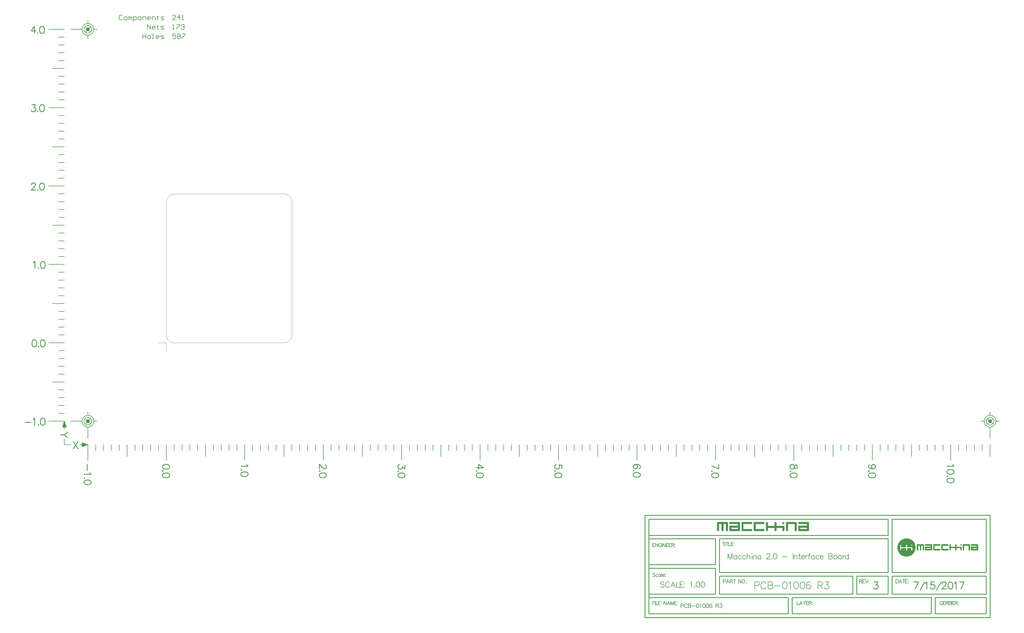
<source format=gm1>
G04 This is an RS-274x file exported by *
G04 gerbv version 2.6A *
G04 More information is available about gerbv at *
G04 http://gerbv.geda-project.org/ *
G04 --End of header info--*
%MOIN*%
%FSLAX34Y34*%
%IPPOS*%
G04 --Define apertures--*
%ADD10C,0.0100*%
%ADD11C,0.0080*%
%ADD12C,0.0090*%
%ADD13C,0.0070*%
%ADD14C,0.0050*%
%ADD15C,0.0010*%
G04 --Start main section--*
G36*
G01X0101356Y-025708D02*
G01X0101367Y-025719D01*
G01X0101372Y-025733D01*
G01X0101372Y-025740D01*
G01X0101372Y-025815D01*
G01X0101372Y-025822D01*
G01X0101367Y-025836D01*
G01X0101356Y-025847D01*
G01X0101342Y-025852D01*
G01X0101258Y-025852D01*
G01X0101244Y-025847D01*
G01X0101233Y-025836D01*
G01X0101228Y-025822D01*
G01X0101228Y-025815D01*
G01X0101228Y-025740D01*
G01X0101228Y-025733D01*
G01X0101233Y-025719D01*
G01X0101244Y-025708D01*
G01X0101258Y-025703D01*
G01X0101342Y-025703D01*
G01X0101356Y-025708D01*
G37*
G36*
G01X0101356Y-025708D02*
G37*
G36*
G01X0100691Y-025708D02*
G01X0100702Y-025719D01*
G01X0100708Y-025733D01*
G01X0100708Y-025740D01*
G01X0100708Y-025980D01*
G01X0100708Y-025987D01*
G01X0100714Y-026001D01*
G01X0100724Y-026011D01*
G01X0100738Y-026017D01*
G01X0100745Y-026017D01*
G01X0101342Y-026017D01*
G01X0101356Y-026023D01*
G01X0101367Y-026034D01*
G01X0101372Y-026048D01*
G01X0101372Y-026055D01*
G01X0101372Y-026405D01*
G01X0101372Y-026412D01*
G01X0101367Y-026426D01*
G01X0101356Y-026437D01*
G01X0101342Y-026442D01*
G01X0101258Y-026442D01*
G01X0101244Y-026437D01*
G01X0101233Y-026426D01*
G01X0101228Y-026412D01*
G01X0101228Y-026405D01*
G01X0101228Y-026205D01*
G01X0101227Y-026198D01*
G01X0101221Y-026184D01*
G01X0101211Y-026174D01*
G01X0101197Y-026168D01*
G01X0101190Y-026168D01*
G01X0100745Y-026168D01*
G01X0100738Y-026168D01*
G01X0100724Y-026174D01*
G01X0100714Y-026184D01*
G01X0100708Y-026198D01*
G01X0100708Y-026205D01*
G01X0100708Y-026405D01*
G01X0100708Y-026412D01*
G01X0100702Y-026426D01*
G01X0100691Y-026437D01*
G01X0100677Y-026442D01*
G01X0100588Y-026442D01*
G01X0100574Y-026437D01*
G01X0100563Y-026426D01*
G01X0100557Y-026412D01*
G01X0100557Y-026405D01*
G01X0100557Y-026205D01*
G01X0100557Y-026198D01*
G01X0100551Y-026184D01*
G01X0100541Y-026174D01*
G01X0100527Y-026168D01*
G01X0100520Y-026168D01*
G01X0100005Y-026168D01*
G01X0099998Y-026168D01*
G01X0099984Y-026174D01*
G01X0099974Y-026184D01*
G01X0099968Y-026198D01*
G01X0099967Y-026205D01*
G01X0099967Y-026405D01*
G01X0099967Y-026412D01*
G01X0099962Y-026426D01*
G01X0099951Y-026437D01*
G01X0099937Y-026442D01*
G01X0099848Y-026442D01*
G01X0099834Y-026437D01*
G01X0099823Y-026426D01*
G01X0099817Y-026412D01*
G01X0099817Y-026405D01*
G01X0099817Y-025740D01*
G01X0099817Y-025733D01*
G01X0099823Y-025719D01*
G01X0099834Y-025708D01*
G01X0099848Y-025703D01*
G01X0099937Y-025703D01*
G01X0099951Y-025708D01*
G01X0099962Y-025719D01*
G01X0099967Y-025733D01*
G01X0099967Y-025740D01*
G01X0099967Y-025980D01*
G01X0099968Y-025987D01*
G01X0099974Y-026001D01*
G01X0099984Y-026011D01*
G01X0099998Y-026017D01*
G01X0100005Y-026017D01*
G01X0100520Y-026017D01*
G01X0100527Y-026017D01*
G01X0100541Y-026011D01*
G01X0100551Y-026001D01*
G01X0100557Y-025987D01*
G01X0100557Y-025980D01*
G01X0100557Y-025740D01*
G01X0100557Y-025733D01*
G01X0100563Y-025719D01*
G01X0100574Y-025708D01*
G01X0100588Y-025703D01*
G01X0100677Y-025703D01*
G01X0100691Y-025708D01*
G37*
G36*
G01X0100691Y-025708D02*
G37*
G36*
G01X0103449Y-025706D02*
G01X0103459Y-025732D01*
G01X0103457Y-025735D01*
G01X0103457Y-025735D01*
G01X0103461Y-026405D01*
G01X0103449Y-026434D01*
G01X0103423Y-026444D01*
G01X0103420Y-026442D01*
G01X0103420Y-026442D01*
G01X0102605Y-026446D01*
G01X0102576Y-026434D01*
G01X0102566Y-026408D01*
G01X0102568Y-026405D01*
G01X0102568Y-026405D01*
G01X0102564Y-026035D01*
G01X0102576Y-026006D01*
G01X0102602Y-025996D01*
G01X0102605Y-025998D01*
G01X0102605Y-025998D01*
G01X0102605Y-025998D01*
G01X0103270Y-026001D01*
G01X0103299Y-025989D01*
G01X0103311Y-025960D01*
G01X0103311Y-025960D01*
G01X0103308Y-025957D01*
G01X0103311Y-025885D01*
G01X0103299Y-025856D01*
G01X0103270Y-025844D01*
G01X0103270Y-025847D01*
G01X0102605Y-025851D01*
G01X0102576Y-025839D01*
G01X0102566Y-025813D01*
G01X0102568Y-025810D01*
G01X0102568Y-025810D01*
G01X0102564Y-025735D01*
G01X0102576Y-025706D01*
G01X0102602Y-025696D01*
G01X0102605Y-025698D01*
G01X0102605Y-025698D01*
G01X0103420Y-025694D01*
G01X0103449Y-025706D01*
G37*
G36*
G01X0103449Y-025706D02*
G37*
G36*
G01X0097594Y-025706D02*
G01X0097604Y-025732D01*
G01X0097603Y-025735D01*
G01X0097603Y-025735D01*
G01X0097606Y-026405D01*
G01X0097594Y-026434D01*
G01X0097568Y-026444D01*
G01X0097565Y-026442D01*
G01X0097565Y-026442D01*
G01X0096750Y-026446D01*
G01X0096721Y-026434D01*
G01X0096711Y-026408D01*
G01X0096713Y-026405D01*
G01X0096713Y-026405D01*
G01X0096709Y-026035D01*
G01X0096721Y-026006D01*
G01X0096747Y-025996D01*
G01X0096750Y-025998D01*
G01X0096750Y-025998D01*
G01X0096750Y-025998D01*
G01X0097415Y-026001D01*
G01X0097444Y-025989D01*
G01X0097456Y-025960D01*
G01X0097456Y-025960D01*
G01X0097453Y-025957D01*
G01X0097456Y-025885D01*
G01X0097444Y-025856D01*
G01X0097415Y-025844D01*
G01X0097415Y-025847D01*
G01X0096750Y-025851D01*
G01X0096721Y-025839D01*
G01X0096711Y-025813D01*
G01X0096713Y-025810D01*
G01X0096713Y-025810D01*
G01X0096709Y-025735D01*
G01X0096721Y-025706D01*
G01X0096747Y-025696D01*
G01X0096750Y-025698D01*
G01X0096750Y-025698D01*
G01X0097565Y-025694D01*
G01X0097594Y-025706D01*
G37*
G36*
G01X0097594Y-025706D02*
G37*
G36*
G01X0102406Y-025703D02*
G01X0102417Y-025714D01*
G01X0102423Y-025728D01*
G01X0102423Y-025735D01*
G01X0102423Y-026405D01*
G01X0102423Y-026412D01*
G01X0102417Y-026426D01*
G01X0102406Y-026437D01*
G01X0102392Y-026442D01*
G01X0102303Y-026442D01*
G01X0102289Y-026437D01*
G01X0102278Y-026426D01*
G01X0102273Y-026412D01*
G01X0102273Y-026405D01*
G01X0102273Y-025885D01*
G01X0102272Y-025878D01*
G01X0102266Y-025864D01*
G01X0102256Y-025854D01*
G01X0102242Y-025848D01*
G01X0102235Y-025847D01*
G01X0101715Y-025847D01*
G01X0101708Y-025848D01*
G01X0101694Y-025854D01*
G01X0101684Y-025864D01*
G01X0101678Y-025878D01*
G01X0101678Y-025885D01*
G01X0101678Y-026405D01*
G01X0101678Y-026412D01*
G01X0101672Y-026426D01*
G01X0101661Y-026437D01*
G01X0101647Y-026442D01*
G01X0101563Y-026442D01*
G01X0101549Y-026437D01*
G01X0101538Y-026426D01*
G01X0101532Y-026412D01*
G01X0101532Y-026405D01*
G01X0101532Y-025735D01*
G01X0101532Y-025728D01*
G01X0101538Y-025714D01*
G01X0101549Y-025703D01*
G01X0101563Y-025698D01*
G01X0102392Y-025698D01*
G01X0102406Y-025703D01*
G37*
G36*
G01X0102406Y-025703D02*
G37*
G36*
G01X0096551Y-025703D02*
G01X0096562Y-025714D01*
G01X0096567Y-025728D01*
G01X0096567Y-025735D01*
G01X0096567Y-026405D01*
G01X0096567Y-026412D01*
G01X0096562Y-026426D01*
G01X0096551Y-026437D01*
G01X0096537Y-026442D01*
G01X0096448Y-026442D01*
G01X0096434Y-026437D01*
G01X0096423Y-026426D01*
G01X0096418Y-026412D01*
G01X0096418Y-026405D01*
G01X0096418Y-025885D01*
G01X0096417Y-025878D01*
G01X0096411Y-025864D01*
G01X0096401Y-025854D01*
G01X0096387Y-025848D01*
G01X0096380Y-025847D01*
G01X0096230Y-025847D01*
G01X0096223Y-025848D01*
G01X0096209Y-025854D01*
G01X0096199Y-025864D01*
G01X0096193Y-025878D01*
G01X0096193Y-025885D01*
G01X0096193Y-026405D01*
G01X0096193Y-026412D01*
G01X0096187Y-026426D01*
G01X0096176Y-026437D01*
G01X0096162Y-026442D01*
G01X0096078Y-026442D01*
G01X0096064Y-026437D01*
G01X0096053Y-026426D01*
G01X0096047Y-026412D01*
G01X0096047Y-026405D01*
G01X0096047Y-025885D01*
G01X0096047Y-025878D01*
G01X0096041Y-025864D01*
G01X0096031Y-025854D01*
G01X0096017Y-025848D01*
G01X0096010Y-025847D01*
G01X0095860Y-025847D01*
G01X0095853Y-025848D01*
G01X0095839Y-025854D01*
G01X0095829Y-025864D01*
G01X0095823Y-025878D01*
G01X0095822Y-025885D01*
G01X0095822Y-026405D01*
G01X0095822Y-026412D01*
G01X0095817Y-026426D01*
G01X0095806Y-026437D01*
G01X0095792Y-026442D01*
G01X0095703Y-026442D01*
G01X0095689Y-026437D01*
G01X0095678Y-026426D01*
G01X0095673Y-026412D01*
G01X0095673Y-026405D01*
G01X0095673Y-025735D01*
G01X0095673Y-025728D01*
G01X0095678Y-025714D01*
G01X0095689Y-025703D01*
G01X0095703Y-025698D01*
G01X0096537Y-025698D01*
G01X0096551Y-025703D01*
G37*
G36*
G01X0096551Y-025703D02*
G37*
G36*
G01X0094525Y-024971D02*
G01X0094700Y-025013D01*
G01X0094866Y-025082D01*
G01X0095020Y-025176D01*
G01X0095157Y-025293D01*
G01X0095274Y-025430D01*
G01X0095368Y-025584D01*
G01X0095437Y-025750D01*
G01X0095479Y-025925D01*
G01X0095494Y-026105D01*
G01X0095479Y-026285D01*
G01X0095437Y-026460D01*
G01X0095368Y-026626D01*
G01X0095274Y-026780D01*
G01X0095157Y-026917D01*
G01X0095020Y-027034D01*
G01X0094866Y-027128D01*
G01X0094700Y-027197D01*
G01X0094525Y-027239D01*
G01X0094345Y-027254D01*
G01X0094165Y-027239D01*
G01X0093990Y-027197D01*
G01X0093824Y-027128D01*
G01X0093670Y-027034D01*
G01X0093533Y-026917D01*
G01X0093416Y-026780D01*
G01X0093322Y-026626D01*
G01X0093253Y-026460D01*
G01X0093211Y-026285D01*
G01X0093196Y-026105D01*
G01X0093211Y-025925D01*
G01X0093253Y-025750D01*
G01X0093322Y-025584D01*
G01X0093416Y-025430D01*
G01X0093533Y-025293D01*
G01X0093670Y-025176D01*
G01X0093824Y-025082D01*
G01X0093990Y-025013D01*
G01X0094165Y-024971D01*
G01X0094345Y-024956D01*
G01X0094525Y-024971D01*
G37*
G36*
G01X0094525Y-024971D02*
G37*
G36*
G01X0099656Y-025703D02*
G01X0099667Y-025714D01*
G01X0099672Y-025728D01*
G01X0099672Y-025735D01*
G01X0099672Y-025810D01*
G01X0099672Y-025817D01*
G01X0099667Y-025831D01*
G01X0099656Y-025842D01*
G01X0099642Y-025847D01*
G01X0098970Y-025847D01*
G01X0098963Y-025848D01*
G01X0098949Y-025854D01*
G01X0098939Y-025864D01*
G01X0098933Y-025878D01*
G01X0098933Y-025885D01*
G01X0098933Y-026255D01*
G01X0098933Y-026262D01*
G01X0098939Y-026276D01*
G01X0098949Y-026286D01*
G01X0098963Y-026292D01*
G01X0098970Y-026293D01*
G01X0099642Y-026293D01*
G01X0099656Y-026298D01*
G01X0099667Y-026309D01*
G01X0099672Y-026323D01*
G01X0099672Y-026330D01*
G01X0099672Y-026405D01*
G01X0099672Y-026412D01*
G01X0099667Y-026426D01*
G01X0099656Y-026437D01*
G01X0099642Y-026442D01*
G01X0098813Y-026442D01*
G01X0098799Y-026437D01*
G01X0098788Y-026426D01*
G01X0098783Y-026412D01*
G01X0098783Y-026405D01*
G01X0098783Y-025735D01*
G01X0098783Y-025728D01*
G01X0098788Y-025714D01*
G01X0098799Y-025703D01*
G01X0098813Y-025698D01*
G01X0099642Y-025698D01*
G01X0099656Y-025703D01*
G37*
G36*
G01X0099656Y-025703D02*
G37*
G36*
G01X0098621Y-025703D02*
G01X0098632Y-025714D01*
G01X0098638Y-025728D01*
G01X0098638Y-025735D01*
G01X0098638Y-025810D01*
G01X0098638Y-025817D01*
G01X0098632Y-025831D01*
G01X0098621Y-025842D01*
G01X0098607Y-025847D01*
G01X0097935Y-025847D01*
G01X0097928Y-025848D01*
G01X0097914Y-025854D01*
G01X0097904Y-025864D01*
G01X0097898Y-025878D01*
G01X0097898Y-025885D01*
G01X0097898Y-026255D01*
G01X0097898Y-026262D01*
G01X0097904Y-026276D01*
G01X0097914Y-026286D01*
G01X0097928Y-026292D01*
G01X0097935Y-026293D01*
G01X0098607Y-026293D01*
G01X0098621Y-026298D01*
G01X0098632Y-026309D01*
G01X0098638Y-026323D01*
G01X0098638Y-026330D01*
G01X0098638Y-026405D01*
G01X0098638Y-026412D01*
G01X0098632Y-026426D01*
G01X0098621Y-026437D01*
G01X0098607Y-026442D01*
G01X0097778Y-026442D01*
G01X0097764Y-026437D01*
G01X0097753Y-026426D01*
G01X0097747Y-026412D01*
G01X0097747Y-026405D01*
G01X0097747Y-025735D01*
G01X0097747Y-025728D01*
G01X0097753Y-025714D01*
G01X0097764Y-025703D01*
G01X0097778Y-025698D01*
G01X0098607Y-025698D01*
G01X0098621Y-025703D01*
G37*
G36*
G01X0098621Y-025703D02*
G37*
G36*
G01X0071527Y-022880D02*
G01X0071543Y-022896D01*
G01X0071551Y-022916D01*
G01X0071551Y-022927D01*
G01X0071551Y-023932D01*
G01X0071551Y-023944D01*
G01X0071543Y-023964D01*
G01X0071527Y-023980D01*
G01X0071506Y-023989D01*
G01X0071371Y-023989D01*
G01X0071351Y-023980D01*
G01X0071335Y-023964D01*
G01X0071326Y-023944D01*
G01X0071326Y-023932D01*
G01X0071326Y-023152D01*
G01X0071325Y-023142D01*
G01X0071317Y-023121D01*
G01X0071301Y-023106D01*
G01X0071281Y-023097D01*
G01X0071270Y-023096D01*
G01X0071045Y-023096D01*
G01X0071034Y-023097D01*
G01X0071014Y-023106D01*
G01X0070998Y-023121D01*
G01X0070990Y-023142D01*
G01X0070989Y-023152D01*
G01X0070989Y-023932D01*
G01X0070989Y-023944D01*
G01X0070980Y-023964D01*
G01X0070964Y-023980D01*
G01X0070944Y-023989D01*
G01X0070816Y-023989D01*
G01X0070796Y-023980D01*
G01X0070780Y-023964D01*
G01X0070771Y-023944D01*
G01X0070771Y-023932D01*
G01X0070771Y-023152D01*
G01X0070770Y-023142D01*
G01X0070762Y-023121D01*
G01X0070746Y-023106D01*
G01X0070726Y-023097D01*
G01X0070715Y-023096D01*
G01X0070490Y-023096D01*
G01X0070479Y-023097D01*
G01X0070459Y-023106D01*
G01X0070443Y-023121D01*
G01X0070435Y-023142D01*
G01X0070434Y-023152D01*
G01X0070434Y-023932D01*
G01X0070434Y-023944D01*
G01X0070425Y-023964D01*
G01X0070409Y-023980D01*
G01X0070389Y-023989D01*
G01X0070254Y-023989D01*
G01X0070233Y-023980D01*
G01X0070217Y-023964D01*
G01X0070209Y-023944D01*
G01X0070209Y-023932D01*
G01X0070209Y-022927D01*
G01X0070209Y-022916D01*
G01X0070217Y-022896D01*
G01X0070233Y-022880D01*
G01X0070254Y-022871D01*
G01X0071506Y-022871D01*
G01X0071527Y-022880D01*
G37*
G36*
G01X0071527Y-022880D02*
G37*
G36*
G01X0078734Y-022887D02*
G01X0078750Y-022903D01*
G01X0078759Y-022924D01*
G01X0078759Y-022935D01*
G01X0078759Y-023047D01*
G01X0078759Y-023059D01*
G01X0078750Y-023079D01*
G01X0078734Y-023095D01*
G01X0078714Y-023104D01*
G01X0078586Y-023104D01*
G01X0078566Y-023095D01*
G01X0078550Y-023079D01*
G01X0078541Y-023059D01*
G01X0078541Y-023047D01*
G01X0078541Y-022935D01*
G01X0078541Y-022924D01*
G01X0078550Y-022903D01*
G01X0078566Y-022887D01*
G01X0078586Y-022879D01*
G01X0078714Y-022879D01*
G01X0078734Y-022887D01*
G37*
G36*
G01X0078734Y-022887D02*
G37*
G36*
G01X0081830Y-022871D02*
G01X0081830Y-022871D01*
G01X0081834Y-022868D01*
G01X0081873Y-022884D01*
G01X0081891Y-022927D01*
G01X0081886Y-023932D01*
G01X0081886Y-023932D01*
G01X0081889Y-023937D01*
G01X0081873Y-023976D01*
G01X0081830Y-023993D01*
G01X0080608Y-023989D01*
G01X0080608Y-023989D01*
G01X0080603Y-023992D01*
G01X0080564Y-023976D01*
G01X0080547Y-023932D01*
G01X0080551Y-023377D01*
G01X0080551Y-023377D01*
G01X0080548Y-023373D01*
G01X0080564Y-023334D01*
G01X0080608Y-023317D01*
G01X0081605Y-023321D01*
G01X0081605Y-023326D01*
G01X0081648Y-023308D01*
G01X0081666Y-023265D01*
G01X0081661Y-023157D01*
G01X0081666Y-023152D01*
G01X0081666Y-023152D01*
G01X0081648Y-023109D01*
G01X0081605Y-023092D01*
G01X0080608Y-023096D01*
G01X0080608Y-023096D01*
G01X0080608Y-023096D01*
G01X0080603Y-023099D01*
G01X0080564Y-023083D01*
G01X0080547Y-023040D01*
G01X0080551Y-022927D01*
G01X0080551Y-022927D01*
G01X0080548Y-022923D01*
G01X0080564Y-022884D01*
G01X0080608Y-022867D01*
G01X0081830Y-022871D01*
G37*
G36*
G01X0081830Y-022871D02*
G37*
G36*
G01X0077737Y-022887D02*
G01X0077753Y-022903D01*
G01X0077761Y-022924D01*
G01X0077761Y-022935D01*
G01X0077761Y-023295D01*
G01X0077762Y-023306D01*
G01X0077771Y-023326D01*
G01X0077786Y-023342D01*
G01X0077807Y-023350D01*
G01X0077818Y-023351D01*
G01X0078714Y-023351D01*
G01X0078734Y-023360D01*
G01X0078750Y-023376D01*
G01X0078759Y-023396D01*
G01X0078759Y-023407D01*
G01X0078759Y-023932D01*
G01X0078759Y-023944D01*
G01X0078750Y-023964D01*
G01X0078734Y-023980D01*
G01X0078714Y-023989D01*
G01X0078586Y-023989D01*
G01X0078566Y-023980D01*
G01X0078550Y-023964D01*
G01X0078541Y-023944D01*
G01X0078541Y-023932D01*
G01X0078541Y-023633D01*
G01X0078540Y-023622D01*
G01X0078532Y-023601D01*
G01X0078516Y-023586D01*
G01X0078496Y-023577D01*
G01X0078485Y-023576D01*
G01X0077818Y-023576D01*
G01X0077807Y-023577D01*
G01X0077786Y-023586D01*
G01X0077771Y-023601D01*
G01X0077762Y-023622D01*
G01X0077761Y-023633D01*
G01X0077761Y-023932D01*
G01X0077761Y-023944D01*
G01X0077753Y-023964D01*
G01X0077737Y-023980D01*
G01X0077716Y-023989D01*
G01X0077581Y-023989D01*
G01X0077561Y-023980D01*
G01X0077545Y-023964D01*
G01X0077536Y-023944D01*
G01X0077536Y-023932D01*
G01X0077536Y-023633D01*
G01X0077535Y-023622D01*
G01X0077527Y-023601D01*
G01X0077511Y-023586D01*
G01X0077491Y-023577D01*
G01X0077480Y-023576D01*
G01X0076708Y-023576D01*
G01X0076697Y-023577D01*
G01X0076676Y-023586D01*
G01X0076661Y-023601D01*
G01X0076652Y-023622D01*
G01X0076651Y-023633D01*
G01X0076651Y-023932D01*
G01X0076651Y-023944D01*
G01X0076643Y-023964D01*
G01X0076627Y-023980D01*
G01X0076606Y-023989D01*
G01X0076471Y-023989D01*
G01X0076451Y-023980D01*
G01X0076435Y-023964D01*
G01X0076426Y-023944D01*
G01X0076426Y-023932D01*
G01X0076426Y-022935D01*
G01X0076426Y-022924D01*
G01X0076435Y-022903D01*
G01X0076451Y-022887D01*
G01X0076471Y-022879D01*
G01X0076606Y-022879D01*
G01X0076627Y-022887D01*
G01X0076643Y-022903D01*
G01X0076651Y-022924D01*
G01X0076651Y-022935D01*
G01X0076651Y-023295D01*
G01X0076652Y-023306D01*
G01X0076661Y-023326D01*
G01X0076676Y-023342D01*
G01X0076697Y-023350D01*
G01X0076708Y-023351D01*
G01X0077480Y-023351D01*
G01X0077491Y-023350D01*
G01X0077511Y-023342D01*
G01X0077527Y-023326D01*
G01X0077535Y-023306D01*
G01X0077536Y-023295D01*
G01X0077536Y-022935D01*
G01X0077536Y-022924D01*
G01X0077545Y-022903D01*
G01X0077561Y-022887D01*
G01X0077581Y-022879D01*
G01X0077716Y-022879D01*
G01X0077737Y-022887D01*
G37*
G36*
G01X0077737Y-022887D02*
G37*
G36*
G01X0073091Y-022884D02*
G01X0073107Y-022923D01*
G01X0073104Y-022927D01*
G01X0073104Y-022927D01*
G01X0073108Y-023932D01*
G01X0073091Y-023976D01*
G01X0073052Y-023992D01*
G01X0073047Y-023989D01*
G01X0073047Y-023989D01*
G01X0071825Y-023993D01*
G01X0071782Y-023976D01*
G01X0071766Y-023937D01*
G01X0071769Y-023932D01*
G01X0071769Y-023932D01*
G01X0071764Y-023377D01*
G01X0071782Y-023334D01*
G01X0071821Y-023318D01*
G01X0071825Y-023321D01*
G01X0071825Y-023321D01*
G01X0071825Y-023321D01*
G01X0072822Y-023326D01*
G01X0072866Y-023308D01*
G01X0072883Y-023265D01*
G01X0072883Y-023265D01*
G01X0072879Y-023260D01*
G01X0072883Y-023152D01*
G01X0072866Y-023109D01*
G01X0072822Y-023092D01*
G01X0072822Y-023096D01*
G01X0071825Y-023101D01*
G01X0071782Y-023083D01*
G01X0071766Y-023044D01*
G01X0071769Y-023040D01*
G01X0071769Y-023040D01*
G01X0071764Y-022927D01*
G01X0071782Y-022884D01*
G01X0071821Y-022868D01*
G01X0071825Y-022871D01*
G01X0071825Y-022871D01*
G01X0073047Y-022867D01*
G01X0073091Y-022884D01*
G37*
G36*
G01X0073091Y-022884D02*
G37*
G36*
G01X0074632Y-022880D02*
G01X0074648Y-022896D01*
G01X0074656Y-022916D01*
G01X0074656Y-022927D01*
G01X0074656Y-023040D01*
G01X0074656Y-023051D01*
G01X0074648Y-023072D01*
G01X0074632Y-023088D01*
G01X0074611Y-023096D01*
G01X0073602Y-023096D01*
G01X0073592Y-023097D01*
G01X0073571Y-023106D01*
G01X0073556Y-023121D01*
G01X0073547Y-023142D01*
G01X0073546Y-023152D01*
G01X0073546Y-023707D01*
G01X0073547Y-023718D01*
G01X0073556Y-023739D01*
G01X0073571Y-023754D01*
G01X0073592Y-023763D01*
G01X0073602Y-023764D01*
G01X0074611Y-023764D01*
G01X0074632Y-023772D01*
G01X0074648Y-023788D01*
G01X0074656Y-023809D01*
G01X0074656Y-023820D01*
G01X0074656Y-023932D01*
G01X0074656Y-023944D01*
G01X0074648Y-023964D01*
G01X0074632Y-023980D01*
G01X0074611Y-023989D01*
G01X0073366Y-023989D01*
G01X0073346Y-023980D01*
G01X0073330Y-023964D01*
G01X0073321Y-023944D01*
G01X0073321Y-023932D01*
G01X0073321Y-022927D01*
G01X0073321Y-022916D01*
G01X0073330Y-022896D01*
G01X0073346Y-022880D01*
G01X0073366Y-022871D01*
G01X0074611Y-022871D01*
G01X0074632Y-022880D01*
G37*
G36*
G01X0074632Y-022880D02*
G37*
G36*
G01X0076184Y-022880D02*
G01X0076200Y-022896D01*
G01X0076209Y-022916D01*
G01X0076209Y-022927D01*
G01X0076209Y-023040D01*
G01X0076209Y-023051D01*
G01X0076200Y-023072D01*
G01X0076184Y-023088D01*
G01X0076164Y-023096D01*
G01X0075155Y-023096D01*
G01X0075144Y-023097D01*
G01X0075124Y-023106D01*
G01X0075108Y-023121D01*
G01X0075100Y-023142D01*
G01X0075099Y-023152D01*
G01X0075099Y-023707D01*
G01X0075100Y-023718D01*
G01X0075108Y-023739D01*
G01X0075124Y-023754D01*
G01X0075144Y-023763D01*
G01X0075155Y-023764D01*
G01X0076164Y-023764D01*
G01X0076184Y-023772D01*
G01X0076200Y-023788D01*
G01X0076209Y-023809D01*
G01X0076209Y-023820D01*
G01X0076209Y-023932D01*
G01X0076209Y-023944D01*
G01X0076200Y-023964D01*
G01X0076184Y-023980D01*
G01X0076164Y-023989D01*
G01X0074919Y-023989D01*
G01X0074898Y-023980D01*
G01X0074882Y-023964D01*
G01X0074874Y-023944D01*
G01X0074874Y-023932D01*
G01X0074874Y-022927D01*
G01X0074874Y-022916D01*
G01X0074882Y-022896D01*
G01X0074898Y-022880D01*
G01X0074919Y-022871D01*
G01X0076164Y-022871D01*
G01X0076184Y-022880D01*
G37*
G36*
G01X0076184Y-022880D02*
G37*
G36*
G01X0080309Y-022880D02*
G01X0080325Y-022896D01*
G01X0080334Y-022916D01*
G01X0080334Y-022927D01*
G01X0080334Y-023932D01*
G01X0080334Y-023944D01*
G01X0080325Y-023964D01*
G01X0080309Y-023980D01*
G01X0080289Y-023989D01*
G01X0080154Y-023989D01*
G01X0080133Y-023980D01*
G01X0080117Y-023964D01*
G01X0080109Y-023944D01*
G01X0080109Y-023932D01*
G01X0080109Y-023152D01*
G01X0080108Y-023142D01*
G01X0080099Y-023121D01*
G01X0080084Y-023106D01*
G01X0080063Y-023097D01*
G01X0080052Y-023096D01*
G01X0079272Y-023096D01*
G01X0079262Y-023097D01*
G01X0079241Y-023106D01*
G01X0079226Y-023121D01*
G01X0079217Y-023142D01*
G01X0079216Y-023152D01*
G01X0079216Y-023932D01*
G01X0079216Y-023944D01*
G01X0079208Y-023964D01*
G01X0079192Y-023980D01*
G01X0079171Y-023989D01*
G01X0079044Y-023989D01*
G01X0079023Y-023980D01*
G01X0079007Y-023964D01*
G01X0078999Y-023944D01*
G01X0078999Y-023932D01*
G01X0078999Y-022927D01*
G01X0078999Y-022916D01*
G01X0079007Y-022896D01*
G01X0079023Y-022880D01*
G01X0079044Y-022871D01*
G01X0080289Y-022871D01*
G01X0080309Y-022880D01*
G37*
G36*
G01X0080309Y-022880D02*
G37*
%LPC*%
G36*
G01X0102750Y-026144D02*
G01X0102750Y-026144D01*
G01X0102721Y-026156D01*
G01X0102709Y-026185D01*
G01X0102712Y-026252D01*
G01X0102709Y-026255D01*
G01X0102709Y-026255D01*
G01X0102721Y-026284D01*
G01X0102750Y-026296D01*
G01X0103267Y-026293D01*
G01X0103270Y-026296D01*
G01X0103270Y-026296D01*
G01X0103299Y-026284D01*
G01X0103311Y-026255D01*
G01X0103308Y-026188D01*
G01X0103311Y-026185D01*
G01X0103311Y-026185D01*
G01X0103299Y-026156D01*
G01X0103270Y-026144D01*
G01X0102753Y-026147D01*
G01X0102750Y-026144D01*
G37*
G36*
G01X0102750Y-026144D02*
G37*
G36*
G01X0096895Y-026144D02*
G01X0096895Y-026144D01*
G01X0096866Y-026156D01*
G01X0096854Y-026185D01*
G01X0096857Y-026252D01*
G01X0096854Y-026255D01*
G01X0096854Y-026255D01*
G01X0096866Y-026284D01*
G01X0096895Y-026296D01*
G01X0097412Y-026293D01*
G01X0097415Y-026296D01*
G01X0097415Y-026296D01*
G01X0097444Y-026284D01*
G01X0097456Y-026255D01*
G01X0097453Y-026188D01*
G01X0097456Y-026185D01*
G01X0097456Y-026185D01*
G01X0097444Y-026156D01*
G01X0097415Y-026144D01*
G01X0096898Y-026147D01*
G01X0096895Y-026144D01*
G37*
G36*
G01X0096895Y-026144D02*
G37*
G36*
G01X0094975Y-025734D02*
G01X0094975Y-025734D01*
G01X0094946Y-025746D01*
G01X0094934Y-025775D01*
G01X0094937Y-025847D01*
G01X0094934Y-025850D01*
G01X0094934Y-025850D01*
G01X0094946Y-025879D01*
G01X0094975Y-025891D01*
G01X0095042Y-025888D01*
G01X0095045Y-025891D01*
G01X0095045Y-025891D01*
G01X0095074Y-025879D01*
G01X0095086Y-025850D01*
G01X0095083Y-025778D01*
G01X0095086Y-025775D01*
G01X0095086Y-025775D01*
G01X0095074Y-025746D01*
G01X0095045Y-025734D01*
G01X0094978Y-025737D01*
G01X0094975Y-025734D01*
G37*
G36*
G01X0094975Y-025734D02*
G37*
G36*
G01X0094305Y-025734D02*
G01X0094305Y-025734D01*
G01X0094276Y-025746D01*
G01X0094264Y-025775D01*
G01X0094268Y-026015D01*
G01X0094268Y-026015D01*
G01X0094268Y-026015D01*
G01X0094269Y-026018D01*
G01X0094259Y-026044D01*
G01X0094230Y-026056D01*
G01X0093715Y-026052D01*
G01X0093715Y-026052D01*
G01X0093712Y-026054D01*
G01X0093686Y-026044D01*
G01X0093674Y-026015D01*
G01X0093678Y-025775D01*
G01X0093681Y-025775D01*
G01X0093669Y-025746D01*
G01X0093640Y-025734D01*
G01X0093568Y-025737D01*
G01X0093565Y-025734D01*
G01X0093565Y-025734D01*
G01X0093536Y-025746D01*
G01X0093524Y-025775D01*
G01X0093527Y-026437D01*
G01X0093524Y-026440D01*
G01X0093524Y-026440D01*
G01X0093536Y-026469D01*
G01X0093565Y-026481D01*
G01X0093637Y-026478D01*
G01X0093640Y-026481D01*
G01X0093640Y-026481D01*
G01X0093669Y-026469D01*
G01X0093681Y-026440D01*
G01X0093678Y-026240D01*
G01X0093678Y-026240D01*
G01X0093678Y-026240D01*
G01X0093676Y-026237D01*
G01X0093686Y-026211D01*
G01X0093715Y-026199D01*
G01X0094230Y-026202D01*
G01X0094230Y-026202D01*
G01X0094233Y-026201D01*
G01X0094259Y-026211D01*
G01X0094271Y-026240D01*
G01X0094268Y-026440D01*
G01X0094264Y-026440D01*
G01X0094276Y-026469D01*
G01X0094305Y-026481D01*
G01X0094377Y-026478D01*
G01X0094380Y-026481D01*
G01X0094380Y-026481D01*
G01X0094409Y-026469D01*
G01X0094421Y-026440D01*
G01X0094417Y-026240D01*
G01X0094417Y-026240D01*
G01X0094417Y-026240D01*
G01X0094416Y-026237D01*
G01X0094426Y-026211D01*
G01X0094455Y-026199D01*
G01X0094900Y-026202D01*
G01X0094900Y-026202D01*
G01X0094903Y-026201D01*
G01X0094929Y-026211D01*
G01X0094941Y-026240D01*
G01X0094937Y-026440D01*
G01X0094934Y-026440D01*
G01X0094946Y-026469D01*
G01X0094975Y-026481D01*
G01X0095042Y-026478D01*
G01X0095045Y-026481D01*
G01X0095045Y-026481D01*
G01X0095074Y-026469D01*
G01X0095086Y-026440D01*
G01X0095083Y-026093D01*
G01X0095086Y-026090D01*
G01X0095086Y-026090D01*
G01X0095074Y-026061D01*
G01X0095045Y-026049D01*
G01X0094455Y-026052D01*
G01X0094455Y-026052D01*
G01X0094455Y-026052D01*
G01X0094452Y-026054D01*
G01X0094426Y-026044D01*
G01X0094414Y-026015D01*
G01X0094417Y-025775D01*
G01X0094421Y-025775D01*
G01X0094409Y-025746D01*
G01X0094380Y-025734D01*
G01X0094308Y-025737D01*
G01X0094305Y-025734D01*
G37*
G36*
G01X0094305Y-025734D02*
G37*
G36*
G01X0081605Y-023542D02*
G01X0081600Y-023546D01*
G01X0080825Y-023542D01*
G01X0080782Y-023559D01*
G01X0080764Y-023602D01*
G01X0080764Y-023602D01*
G01X0080769Y-023607D01*
G01X0080764Y-023707D01*
G01X0080782Y-023751D01*
G01X0080825Y-023768D01*
G01X0080825Y-023768D01*
G01X0080830Y-023764D01*
G01X0081605Y-023768D01*
G01X0081648Y-023751D01*
G01X0081666Y-023707D01*
G01X0081666Y-023707D01*
G01X0081661Y-023703D01*
G01X0081666Y-023602D01*
G01X0081648Y-023559D01*
G01X0081605Y-023542D01*
G01X0081605Y-023542D01*
G37*
G36*
G01X0081605Y-023542D02*
G37*
G36*
G01X0072042Y-023542D02*
G01X0072042Y-023542D01*
G01X0071999Y-023559D01*
G01X0071982Y-023602D01*
G01X0071986Y-023703D01*
G01X0071982Y-023707D01*
G01X0071982Y-023707D01*
G01X0071999Y-023751D01*
G01X0072042Y-023768D01*
G01X0072818Y-023764D01*
G01X0072822Y-023768D01*
G01X0072822Y-023768D01*
G01X0072866Y-023751D01*
G01X0072883Y-023707D01*
G01X0072879Y-023607D01*
G01X0072883Y-023602D01*
G01X0072883Y-023602D01*
G01X0072866Y-023559D01*
G01X0072822Y-023542D01*
G01X0072047Y-023546D01*
G01X0072042Y-023542D01*
G37*
G36*
G01X0072042Y-023542D02*
G37*
%LPD*%
G54D10*
G01X0061500Y-024550D02*
G01X0061500Y-022500D01*
G01X0092000Y-024550D02*
G01X0092000Y-022500D01*
G01X0092500Y-029300D02*
G01X0092500Y-022500D01*
G01X0104500Y-029300D02*
G01X0104500Y-022500D01*
G01X0092000Y-029300D02*
G01X0092000Y-025000D01*
G01X0061500Y-028300D02*
G01X0061500Y-025000D01*
G01X0070000Y-028300D02*
G01X0070000Y-025000D01*
G01X0070500Y-029300D02*
G01X0070500Y-025000D01*
G01X0070500Y-032050D02*
G01X0070500Y-029750D01*
G01X0070000Y-032050D02*
G01X0070000Y-028750D01*
G01X0061500Y-032050D02*
G01X0061500Y-028750D01*
G01X0087500Y-032050D02*
G01X0087500Y-029750D01*
G01X0088000Y-032050D02*
G01X0088000Y-029750D01*
G01X0092000Y-032050D02*
G01X0092000Y-029750D01*
G01X0092500Y-032050D02*
G01X0092500Y-029750D01*
G01X0104500Y-032050D02*
G01X0104500Y-029750D01*
G01X0061500Y-034550D02*
G01X0061500Y-032500D01*
G01X0061000Y-035050D02*
G01X0061000Y-022000D01*
G01X0079250Y-034550D02*
G01X0079250Y-032500D01*
G01X0079750Y-034550D02*
G01X0079750Y-032500D01*
G01X0097500Y-034550D02*
G01X0097500Y-032500D01*
G01X0098000Y-034550D02*
G01X0098000Y-032500D01*
G01X0104500Y-034550D02*
G01X0104500Y-032500D01*
G01X0105000Y-035050D02*
G01X0105000Y-022000D01*
G01X0061500Y-024550D02*
G01X0092000Y-024550D01*
G01X0061500Y-022500D02*
G01X0092000Y-022500D01*
G01X0061000Y-022000D02*
G01X0105000Y-022000D01*
G01X0092500Y-022500D02*
G01X0104500Y-022500D01*
G01X0092500Y-029300D02*
G01X0104500Y-029300D01*
G01X0092500Y-029750D02*
G01X0104500Y-029750D01*
G01X0088000Y-029750D02*
G01X0092000Y-029750D01*
G01X0070500Y-025000D02*
G01X0092000Y-025000D01*
G01X0061500Y-025000D02*
G01X0070000Y-025000D01*
G01X0061500Y-028300D02*
G01X0070000Y-028300D01*
G01X0070500Y-029300D02*
G01X0092000Y-029300D01*
G01X0061500Y-028750D02*
G01X0070000Y-028750D01*
G01X0061500Y-032050D02*
G01X0070000Y-032050D01*
G01X0061500Y-032500D02*
G01X0079250Y-032500D01*
G01X0070500Y-032050D02*
G01X0087500Y-032050D01*
G01X0070500Y-029750D02*
G01X0087500Y-029750D01*
G01X0088000Y-032050D02*
G01X0092000Y-032050D01*
G01X0092500Y-032050D02*
G01X0104500Y-032050D01*
G01X0098000Y-032500D02*
G01X0104500Y-032500D01*
G01X0079750Y-032500D02*
G01X0097500Y-032500D01*
G01X0061500Y-034550D02*
G01X0079250Y-034550D01*
G01X0079750Y-034550D02*
G01X0097500Y-034550D01*
G01X0098000Y-034550D02*
G01X0104500Y-034550D01*
G01X0061000Y-035050D02*
G01X0105000Y-035050D01*
G01X0061000Y-025750D02*
G01X0061000Y-023700D01*
G01X0061500Y-030500D02*
G01X0061500Y-023700D01*
G01X0061500Y-033250D02*
G01X0061500Y-030950D01*
G54D11*
G01X-009500Y-010000D02*
G01X-009510Y-009899D01*
G01X-009510Y-009899D02*
G01X-009540Y-009803D01*
G01X-009540Y-009803D02*
G01X-009590Y-009714D01*
G01X-009590Y-009714D02*
G01X-009655Y-009638D01*
G01X-009655Y-009638D02*
G01X-009735Y-009576D01*
G01X-009735Y-009576D02*
G01X-009826Y-009531D01*
G01X-009826Y-009531D02*
G01X-009924Y-009506D01*
G01X-009924Y-009506D02*
G01X-010025Y-009501D01*
G01X-010025Y-009501D02*
G01X-010125Y-009516D01*
G01X-010125Y-009516D02*
G01X-010220Y-009551D01*
G01X-010220Y-009551D02*
G01X-010306Y-009605D01*
G01X-010306Y-009605D02*
G01X-010379Y-009674D01*
G01X-010379Y-009674D02*
G01X-010437Y-009757D01*
G01X-010437Y-009757D02*
G01X-010477Y-009850D01*
G01X-010477Y-009850D02*
G01X-010497Y-009950D01*
G01X-010497Y-009950D02*
G01X-010497Y-010051D01*
G01X-010497Y-010051D02*
G01X-010477Y-010150D01*
G01X-010477Y-010150D02*
G01X-010437Y-010243D01*
G01X-010437Y-010243D02*
G01X-010379Y-010326D01*
G01X-010379Y-010326D02*
G01X-010306Y-010395D01*
G01X-010306Y-010395D02*
G01X-010220Y-010449D01*
G01X-010220Y-010449D02*
G01X-010125Y-010484D01*
G01X-010125Y-010484D02*
G01X-010025Y-010499D01*
G01X-010025Y-010499D02*
G01X-009924Y-010494D01*
G01X-009924Y-010494D02*
G01X-009826Y-010469D01*
G01X-009826Y-010469D02*
G01X-009735Y-010424D01*
G01X-009735Y-010424D02*
G01X-009655Y-010362D01*
G01X-009655Y-010362D02*
G01X-009590Y-010286D01*
G01X-009590Y-010286D02*
G01X-009540Y-010197D01*
G01X-009540Y-010197D02*
G01X-009510Y-010101D01*
G01X-009510Y-010101D02*
G01X-009500Y-010000D01*
G01X-009250Y-010000D02*
G01X-009257Y-009900D01*
G01X-009257Y-009900D02*
G01X-009277Y-009802D01*
G01X-009277Y-009802D02*
G01X-009309Y-009707D01*
G01X-009309Y-009707D02*
G01X-009355Y-009618D01*
G01X-009355Y-009618D02*
G01X-009411Y-009535D01*
G01X-009411Y-009535D02*
G01X-009479Y-009461D01*
G01X-009479Y-009461D02*
G01X-009555Y-009396D01*
G01X-009555Y-009396D02*
G01X-009639Y-009342D01*
G01X-009639Y-009342D02*
G01X-009730Y-009300D01*
G01X-009730Y-009300D02*
G01X-009826Y-009271D01*
G01X-009826Y-009271D02*
G01X-009925Y-009254D01*
G01X-009925Y-009254D02*
G01X-010025Y-009251D01*
G01X-010025Y-009251D02*
G01X-010125Y-009261D01*
G01X-010125Y-009261D02*
G01X-010222Y-009284D01*
G01X-010222Y-009284D02*
G01X-010316Y-009320D01*
G01X-010316Y-009320D02*
G01X-010403Y-009368D01*
G01X-010403Y-009368D02*
G01X-010484Y-009427D01*
G01X-010484Y-009427D02*
G01X-010556Y-009497D01*
G01X-010556Y-009497D02*
G01X-010618Y-009576D01*
G01X-010618Y-009576D02*
G01X-010669Y-009662D01*
G01X-010669Y-009662D02*
G01X-010708Y-009754D01*
G01X-010708Y-009754D02*
G01X-010735Y-009851D01*
G01X-010735Y-009851D02*
G01X-010748Y-009950D01*
G01X-010748Y-009950D02*
G01X-010748Y-010050D01*
G01X-010748Y-010050D02*
G01X-010735Y-010149D01*
G01X-010735Y-010149D02*
G01X-010708Y-010246D01*
G01X-010708Y-010246D02*
G01X-010669Y-010338D01*
G01X-010669Y-010338D02*
G01X-010618Y-010425D01*
G01X-010618Y-010425D02*
G01X-010556Y-010503D01*
G01X-010556Y-010503D02*
G01X-010484Y-010573D01*
G01X-010484Y-010573D02*
G01X-010403Y-010632D01*
G01X-010403Y-010632D02*
G01X-010316Y-010680D01*
G01X-010316Y-010680D02*
G01X-010222Y-010716D01*
G01X-010222Y-010716D02*
G01X-010125Y-010740D01*
G01X-010125Y-010740D02*
G01X-010025Y-010750D01*
G01X-010025Y-010750D02*
G01X-009925Y-010746D01*
G01X-009925Y-010746D02*
G01X-009826Y-010730D01*
G01X-009826Y-010730D02*
G01X-009730Y-010700D01*
G01X-009730Y-010700D02*
G01X-009639Y-010658D01*
G01X-009639Y-010658D02*
G01X-009555Y-010604D01*
G01X-009555Y-010604D02*
G01X-009479Y-010539D01*
G01X-009479Y-010539D02*
G01X-009411Y-010465D01*
G01X-009411Y-010465D02*
G01X-009355Y-010382D01*
G01X-009355Y-010382D02*
G01X-009309Y-010293D01*
G01X-009309Y-010293D02*
G01X-009277Y-010198D01*
G01X-009277Y-010198D02*
G01X-009257Y-010100D01*
G01X-009257Y-010100D02*
G01X-009250Y-010000D01*
G01X-009975Y-010000D02*
G01X-010025Y-010000D01*
G01X-010025Y-010000D02*
G01X-009975Y-010000D01*
G01X-009950Y-010000D02*
G01X-010025Y-009957D01*
G01X-010025Y-009957D02*
G01X-010025Y-010043D01*
G01X-010025Y-010043D02*
G01X-009950Y-010000D01*
G01X-009800Y-010000D02*
G01X-009823Y-009907D01*
G01X-009823Y-009907D02*
G01X-009886Y-009836D01*
G01X-009886Y-009836D02*
G01X-009976Y-009802D01*
G01X-009976Y-009802D02*
G01X-010071Y-009813D01*
G01X-010071Y-009813D02*
G01X-010150Y-009867D01*
G01X-010150Y-009867D02*
G01X-010194Y-009952D01*
G01X-010194Y-009952D02*
G01X-010194Y-010048D01*
G01X-010194Y-010048D02*
G01X-010150Y-010133D01*
G01X-010150Y-010133D02*
G01X-010071Y-010187D01*
G01X-010071Y-010187D02*
G01X-009976Y-010199D01*
G01X-009976Y-010199D02*
G01X-009886Y-010165D01*
G01X-009886Y-010165D02*
G01X-009823Y-010093D01*
G01X-009823Y-010093D02*
G01X-009800Y-010000D01*
G01X-009900Y-010000D02*
G01X-009950Y-009913D01*
G01X-009950Y-009913D02*
G01X-010050Y-009913D01*
G01X-010050Y-009913D02*
G01X-010100Y-010000D01*
G01X-010100Y-010000D02*
G01X-010050Y-010087D01*
G01X-010050Y-010087D02*
G01X-009950Y-010087D01*
G01X-009950Y-010087D02*
G01X-009900Y-010000D01*
G01X-009850Y-010000D02*
G01X-009885Y-009904D01*
G01X-009885Y-009904D02*
G01X-009974Y-009852D01*
G01X-009974Y-009852D02*
G01X-010075Y-009870D01*
G01X-010075Y-009870D02*
G01X-010141Y-009949D01*
G01X-010141Y-009949D02*
G01X-010141Y-010051D01*
G01X-010141Y-010051D02*
G01X-010075Y-010130D01*
G01X-010075Y-010130D02*
G01X-009974Y-010148D01*
G01X-009974Y-010148D02*
G01X-009885Y-010097D01*
G01X-009885Y-010097D02*
G01X-009850Y-010000D01*
G01X0105500Y-010000D02*
G01X0105490Y-009899D01*
G01X0105490Y-009899D02*
G01X0105460Y-009803D01*
G01X0105460Y-009803D02*
G01X0105410Y-009714D01*
G01X0105410Y-009714D02*
G01X0105345Y-009638D01*
G01X0105345Y-009638D02*
G01X0105265Y-009576D01*
G01X0105265Y-009576D02*
G01X0105174Y-009531D01*
G01X0105174Y-009531D02*
G01X0105076Y-009506D01*
G01X0105076Y-009506D02*
G01X0104975Y-009501D01*
G01X0104975Y-009501D02*
G01X0104875Y-009516D01*
G01X0104875Y-009516D02*
G01X0104780Y-009551D01*
G01X0104780Y-009551D02*
G01X0104694Y-009605D01*
G01X0104694Y-009605D02*
G01X0104621Y-009674D01*
G01X0104621Y-009674D02*
G01X0104563Y-009757D01*
G01X0104563Y-009757D02*
G01X0104523Y-009850D01*
G01X0104523Y-009850D02*
G01X0104503Y-009950D01*
G01X0104503Y-009950D02*
G01X0104503Y-010051D01*
G01X0104503Y-010051D02*
G01X0104523Y-010150D01*
G01X0104523Y-010150D02*
G01X0104563Y-010243D01*
G01X0104563Y-010243D02*
G01X0104621Y-010326D01*
G01X0104621Y-010326D02*
G01X0104694Y-010395D01*
G01X0104694Y-010395D02*
G01X0104780Y-010449D01*
G01X0104780Y-010449D02*
G01X0104875Y-010484D01*
G01X0104875Y-010484D02*
G01X0104975Y-010499D01*
G01X0104975Y-010499D02*
G01X0105076Y-010494D01*
G01X0105076Y-010494D02*
G01X0105174Y-010469D01*
G01X0105174Y-010469D02*
G01X0105265Y-010424D01*
G01X0105265Y-010424D02*
G01X0105345Y-010362D01*
G01X0105345Y-010362D02*
G01X0105410Y-010286D01*
G01X0105410Y-010286D02*
G01X0105460Y-010197D01*
G01X0105460Y-010197D02*
G01X0105490Y-010101D01*
G01X0105490Y-010101D02*
G01X0105500Y-010000D01*
G01X0105750Y-010000D02*
G01X0105743Y-009900D01*
G01X0105743Y-009900D02*
G01X0105723Y-009802D01*
G01X0105723Y-009802D02*
G01X0105691Y-009707D01*
G01X0105691Y-009707D02*
G01X0105645Y-009618D01*
G01X0105645Y-009618D02*
G01X0105589Y-009535D01*
G01X0105589Y-009535D02*
G01X0105521Y-009461D01*
G01X0105521Y-009461D02*
G01X0105445Y-009396D01*
G01X0105445Y-009396D02*
G01X0105361Y-009342D01*
G01X0105361Y-009342D02*
G01X0105270Y-009300D01*
G01X0105270Y-009300D02*
G01X0105174Y-009271D01*
G01X0105174Y-009271D02*
G01X0105075Y-009254D01*
G01X0105075Y-009254D02*
G01X0104975Y-009251D01*
G01X0104975Y-009251D02*
G01X0104875Y-009261D01*
G01X0104875Y-009261D02*
G01X0104778Y-009284D01*
G01X0104778Y-009284D02*
G01X0104684Y-009320D01*
G01X0104684Y-009320D02*
G01X0104597Y-009368D01*
G01X0104597Y-009368D02*
G01X0104516Y-009427D01*
G01X0104516Y-009427D02*
G01X0104444Y-009497D01*
G01X0104444Y-009497D02*
G01X0104382Y-009576D01*
G01X0104382Y-009576D02*
G01X0104331Y-009662D01*
G01X0104331Y-009662D02*
G01X0104292Y-009754D01*
G01X0104292Y-009754D02*
G01X0104265Y-009851D01*
G01X0104265Y-009851D02*
G01X0104252Y-009950D01*
G01X0104252Y-009950D02*
G01X0104252Y-010050D01*
G01X0104252Y-010050D02*
G01X0104265Y-010149D01*
G01X0104265Y-010149D02*
G01X0104292Y-010246D01*
G01X0104292Y-010246D02*
G01X0104331Y-010338D01*
G01X0104331Y-010338D02*
G01X0104382Y-010425D01*
G01X0104382Y-010425D02*
G01X0104444Y-010503D01*
G01X0104444Y-010503D02*
G01X0104516Y-010573D01*
G01X0104516Y-010573D02*
G01X0104597Y-010632D01*
G01X0104597Y-010632D02*
G01X0104684Y-010680D01*
G01X0104684Y-010680D02*
G01X0104778Y-010716D01*
G01X0104778Y-010716D02*
G01X0104875Y-010740D01*
G01X0104875Y-010740D02*
G01X0104975Y-010750D01*
G01X0104975Y-010750D02*
G01X0105075Y-010746D01*
G01X0105075Y-010746D02*
G01X0105174Y-010730D01*
G01X0105174Y-010730D02*
G01X0105270Y-010700D01*
G01X0105270Y-010700D02*
G01X0105361Y-010658D01*
G01X0105361Y-010658D02*
G01X0105445Y-010604D01*
G01X0105445Y-010604D02*
G01X0105521Y-010539D01*
G01X0105521Y-010539D02*
G01X0105589Y-010465D01*
G01X0105589Y-010465D02*
G01X0105645Y-010382D01*
G01X0105645Y-010382D02*
G01X0105691Y-010293D01*
G01X0105691Y-010293D02*
G01X0105723Y-010198D01*
G01X0105723Y-010198D02*
G01X0105743Y-010100D01*
G01X0105743Y-010100D02*
G01X0105750Y-010000D01*
G01X0105025Y-010000D02*
G01X0104975Y-010000D01*
G01X0104975Y-010000D02*
G01X0105025Y-010000D01*
G01X0105050Y-010000D02*
G01X0104975Y-009957D01*
G01X0104975Y-009957D02*
G01X0104975Y-010043D01*
G01X0104975Y-010043D02*
G01X0105050Y-010000D01*
G01X0105200Y-010000D02*
G01X0105177Y-009907D01*
G01X0105177Y-009907D02*
G01X0105114Y-009836D01*
G01X0105114Y-009836D02*
G01X0105024Y-009802D01*
G01X0105024Y-009802D02*
G01X0104929Y-009813D01*
G01X0104929Y-009813D02*
G01X0104850Y-009867D01*
G01X0104850Y-009867D02*
G01X0104806Y-009952D01*
G01X0104806Y-009952D02*
G01X0104806Y-010048D01*
G01X0104806Y-010048D02*
G01X0104850Y-010133D01*
G01X0104850Y-010133D02*
G01X0104929Y-010187D01*
G01X0104929Y-010187D02*
G01X0105024Y-010199D01*
G01X0105024Y-010199D02*
G01X0105114Y-010165D01*
G01X0105114Y-010165D02*
G01X0105177Y-010093D01*
G01X0105177Y-010093D02*
G01X0105200Y-010000D01*
G01X0105100Y-010000D02*
G01X0105050Y-009913D01*
G01X0105050Y-009913D02*
G01X0104950Y-009913D01*
G01X0104950Y-009913D02*
G01X0104900Y-010000D01*
G01X0104900Y-010000D02*
G01X0104950Y-010087D01*
G01X0104950Y-010087D02*
G01X0105050Y-010087D01*
G01X0105050Y-010087D02*
G01X0105100Y-010000D01*
G01X0105150Y-010000D02*
G01X0105115Y-009904D01*
G01X0105115Y-009904D02*
G01X0105026Y-009852D01*
G01X0105026Y-009852D02*
G01X0104925Y-009870D01*
G01X0104925Y-009870D02*
G01X0104859Y-009949D01*
G01X0104859Y-009949D02*
G01X0104859Y-010051D01*
G01X0104859Y-010051D02*
G01X0104925Y-010130D01*
G01X0104925Y-010130D02*
G01X0105026Y-010148D01*
G01X0105026Y-010148D02*
G01X0105115Y-010097D01*
G01X0105115Y-010097D02*
G01X0105150Y-010000D01*
G01X-009500Y0040000D02*
G01X-009510Y0040101D01*
G01X-009510Y0040101D02*
G01X-009540Y0040197D01*
G01X-009540Y0040197D02*
G01X-009590Y0040286D01*
G01X-009590Y0040286D02*
G01X-009655Y0040362D01*
G01X-009655Y0040362D02*
G01X-009735Y0040424D01*
G01X-009735Y0040424D02*
G01X-009826Y0040469D01*
G01X-009826Y0040469D02*
G01X-009924Y0040494D01*
G01X-009924Y0040494D02*
G01X-010025Y0040499D01*
G01X-010025Y0040499D02*
G01X-010125Y0040484D01*
G01X-010125Y0040484D02*
G01X-010220Y0040449D01*
G01X-010220Y0040449D02*
G01X-010306Y0040395D01*
G01X-010306Y0040395D02*
G01X-010379Y0040326D01*
G01X-010379Y0040326D02*
G01X-010437Y0040243D01*
G01X-010437Y0040243D02*
G01X-010477Y0040150D01*
G01X-010477Y0040150D02*
G01X-010497Y0040050D01*
G01X-010497Y0040050D02*
G01X-010497Y0039949D01*
G01X-010497Y0039949D02*
G01X-010477Y0039850D01*
G01X-010477Y0039850D02*
G01X-010437Y0039757D01*
G01X-010437Y0039757D02*
G01X-010379Y0039674D01*
G01X-010379Y0039674D02*
G01X-010306Y0039605D01*
G01X-010306Y0039605D02*
G01X-010220Y0039551D01*
G01X-010220Y0039551D02*
G01X-010125Y0039516D01*
G01X-010125Y0039516D02*
G01X-010025Y0039501D01*
G01X-010025Y0039501D02*
G01X-009924Y0039506D01*
G01X-009924Y0039506D02*
G01X-009826Y0039531D01*
G01X-009826Y0039531D02*
G01X-009735Y0039576D01*
G01X-009735Y0039576D02*
G01X-009655Y0039637D01*
G01X-009655Y0039637D02*
G01X-009590Y0039714D01*
G01X-009590Y0039714D02*
G01X-009540Y0039803D01*
G01X-009540Y0039803D02*
G01X-009510Y0039899D01*
G01X-009510Y0039899D02*
G01X-009500Y0040000D01*
G01X-009250Y0040000D02*
G01X-009257Y0040100D01*
G01X-009257Y0040100D02*
G01X-009277Y0040198D01*
G01X-009277Y0040198D02*
G01X-009309Y0040293D01*
G01X-009309Y0040293D02*
G01X-009355Y0040382D01*
G01X-009355Y0040382D02*
G01X-009411Y0040465D01*
G01X-009411Y0040465D02*
G01X-009479Y0040539D01*
G01X-009479Y0040539D02*
G01X-009555Y0040604D01*
G01X-009555Y0040604D02*
G01X-009639Y0040658D01*
G01X-009639Y0040658D02*
G01X-009730Y0040700D01*
G01X-009730Y0040700D02*
G01X-009826Y0040729D01*
G01X-009826Y0040729D02*
G01X-009925Y0040746D01*
G01X-009925Y0040746D02*
G01X-010025Y0040749D01*
G01X-010025Y0040749D02*
G01X-010125Y0040739D01*
G01X-010125Y0040739D02*
G01X-010222Y0040716D01*
G01X-010222Y0040716D02*
G01X-010316Y0040680D01*
G01X-010316Y0040680D02*
G01X-010403Y0040632D01*
G01X-010403Y0040632D02*
G01X-010484Y0040573D01*
G01X-010484Y0040573D02*
G01X-010556Y0040503D01*
G01X-010556Y0040503D02*
G01X-010618Y0040424D01*
G01X-010618Y0040424D02*
G01X-010669Y0040338D01*
G01X-010669Y0040338D02*
G01X-010708Y0040246D01*
G01X-010708Y0040246D02*
G01X-010735Y0040149D01*
G01X-010735Y0040149D02*
G01X-010748Y0040050D01*
G01X-010748Y0040050D02*
G01X-010748Y0039950D01*
G01X-010748Y0039950D02*
G01X-010735Y0039851D01*
G01X-010735Y0039851D02*
G01X-010708Y0039754D01*
G01X-010708Y0039754D02*
G01X-010669Y0039662D01*
G01X-010669Y0039662D02*
G01X-010618Y0039575D01*
G01X-010618Y0039575D02*
G01X-010556Y0039497D01*
G01X-010556Y0039497D02*
G01X-010484Y0039427D01*
G01X-010484Y0039427D02*
G01X-010403Y0039368D01*
G01X-010403Y0039368D02*
G01X-010316Y0039320D01*
G01X-010316Y0039320D02*
G01X-010222Y0039284D01*
G01X-010222Y0039284D02*
G01X-010125Y0039260D01*
G01X-010125Y0039260D02*
G01X-010025Y0039250D01*
G01X-010025Y0039250D02*
G01X-009925Y0039254D01*
G01X-009925Y0039254D02*
G01X-009826Y0039270D01*
G01X-009826Y0039270D02*
G01X-009730Y0039300D01*
G01X-009730Y0039300D02*
G01X-009639Y0039342D01*
G01X-009639Y0039342D02*
G01X-009555Y0039396D01*
G01X-009555Y0039396D02*
G01X-009479Y0039461D01*
G01X-009479Y0039461D02*
G01X-009411Y0039535D01*
G01X-009411Y0039535D02*
G01X-009355Y0039618D01*
G01X-009355Y0039618D02*
G01X-009309Y0039707D01*
G01X-009309Y0039707D02*
G01X-009277Y0039802D01*
G01X-009277Y0039802D02*
G01X-009257Y0039900D01*
G01X-009257Y0039900D02*
G01X-009250Y0040000D01*
G01X-009975Y0040000D02*
G01X-010025Y0040000D01*
G01X-010025Y0040000D02*
G01X-009975Y0040000D01*
G01X-009950Y0040000D02*
G01X-010025Y0040043D01*
G01X-010025Y0040043D02*
G01X-010025Y0039957D01*
G01X-010025Y0039957D02*
G01X-009950Y0040000D01*
G01X-009800Y0040000D02*
G01X-009823Y0040093D01*
G01X-009823Y0040093D02*
G01X-009886Y0040164D01*
G01X-009886Y0040164D02*
G01X-009976Y0040198D01*
G01X-009976Y0040198D02*
G01X-010071Y0040187D01*
G01X-010071Y0040187D02*
G01X-010150Y0040133D01*
G01X-010150Y0040133D02*
G01X-010194Y0040048D01*
G01X-010194Y0040048D02*
G01X-010194Y0039952D01*
G01X-010194Y0039952D02*
G01X-010150Y0039867D01*
G01X-010150Y0039867D02*
G01X-010071Y0039813D01*
G01X-010071Y0039813D02*
G01X-009976Y0039801D01*
G01X-009976Y0039801D02*
G01X-009886Y0039835D01*
G01X-009886Y0039835D02*
G01X-009823Y0039907D01*
G01X-009823Y0039907D02*
G01X-009800Y0040000D01*
G01X-009900Y0040000D02*
G01X-009950Y0040086D01*
G01X-009950Y0040086D02*
G01X-010050Y0040086D01*
G01X-010050Y0040086D02*
G01X-010100Y0040000D01*
G01X-010100Y0040000D02*
G01X-010050Y0039913D01*
G01X-010050Y0039913D02*
G01X-009950Y0039913D01*
G01X-009950Y0039913D02*
G01X-009900Y0040000D01*
G01X-009850Y0040000D02*
G01X-009885Y0040096D01*
G01X-009885Y0040096D02*
G01X-009974Y0040148D01*
G01X-009974Y0040148D02*
G01X-010075Y0040130D01*
G01X-010075Y0040130D02*
G01X-010141Y0040051D01*
G01X-010141Y0040051D02*
G01X-010141Y0039949D01*
G01X-010141Y0039949D02*
G01X-010075Y0039870D01*
G01X-010075Y0039870D02*
G01X-009974Y0039852D01*
G01X-009974Y0039852D02*
G01X-009885Y0039903D01*
G01X-009885Y0039903D02*
G01X-009850Y0040000D01*
G01X-015000Y0040000D02*
G01X-013000Y0040000D01*
G01X-013750Y0039000D02*
G01X-013000Y0039000D01*
G01X-013750Y0038000D02*
G01X-013000Y0038000D01*
G01X-013750Y0037000D02*
G01X-013000Y0037000D01*
G01X-013750Y0036000D02*
G01X-013000Y0036000D01*
G01X-014500Y0035000D02*
G01X-013000Y0035000D01*
G01X-013750Y0034000D02*
G01X-013000Y0034000D01*
G01X-013750Y0033000D02*
G01X-013000Y0033000D01*
G01X-013750Y0032000D02*
G01X-013000Y0032000D01*
G01X-013750Y0031000D02*
G01X-013000Y0031000D01*
G01X-015000Y0030000D02*
G01X-013000Y0030000D01*
G01X-013750Y0029000D02*
G01X-013000Y0029000D01*
G01X-013750Y0028000D02*
G01X-013000Y0028000D01*
G01X-013750Y0027000D02*
G01X-013000Y0027000D01*
G01X-013750Y0026000D02*
G01X-013000Y0026000D01*
G01X-014500Y0025000D02*
G01X-013000Y0025000D01*
G01X-013750Y0024000D02*
G01X-013000Y0024000D01*
G01X-013750Y0023000D02*
G01X-013000Y0023000D01*
G01X-013750Y0022000D02*
G01X-013000Y0022000D01*
G01X-013750Y0021000D02*
G01X-013000Y0021000D01*
G01X-015000Y0020000D02*
G01X-013000Y0020000D01*
G01X-013750Y0019000D02*
G01X-013000Y0019000D01*
G01X-013750Y0018000D02*
G01X-013000Y0018000D01*
G01X-013750Y0017000D02*
G01X-013000Y0017000D01*
G01X-013750Y0016000D02*
G01X-013000Y0016000D01*
G01X-014500Y0015000D02*
G01X-013000Y0015000D01*
G01X-013750Y0014000D02*
G01X-013000Y0014000D01*
G01X-013750Y0013000D02*
G01X-013000Y0013000D01*
G01X-013750Y0012000D02*
G01X-013000Y0012000D01*
G01X-013750Y0011000D02*
G01X-013000Y0011000D01*
G01X-015000Y0010000D02*
G01X-013000Y0010000D01*
G01X-013750Y0009000D02*
G01X-013000Y0009000D01*
G01X-013750Y0008000D02*
G01X-013000Y0008000D01*
G01X-013750Y0007000D02*
G01X-013000Y0007000D01*
G01X-013750Y0006000D02*
G01X-013000Y0006000D01*
G01X-014500Y0005000D02*
G01X-013000Y0005000D01*
G01X-013750Y0004000D02*
G01X-013000Y0004000D01*
G01X-013750Y0003000D02*
G01X-013000Y0003000D01*
G01X-013750Y0002000D02*
G01X-013000Y0002000D01*
G01X-013750Y0001000D02*
G01X-013000Y0001000D01*
G01X-015000Y0000000D02*
G01X-013000Y0000000D01*
G01X-013750Y-001000D02*
G01X-013000Y-001000D01*
G01X-013750Y-002000D02*
G01X-013000Y-002000D01*
G01X-013750Y-003000D02*
G01X-013000Y-003000D01*
G01X-013750Y-004000D02*
G01X-013000Y-004000D01*
G01X-014500Y-005000D02*
G01X-013000Y-005000D01*
G01X-013750Y-006000D02*
G01X-013000Y-006000D01*
G01X-013750Y-007000D02*
G01X-013000Y-007000D01*
G01X-013750Y-008000D02*
G01X-013000Y-008000D01*
G01X-013750Y-009000D02*
G01X-013000Y-009000D01*
G01X-015000Y-010000D02*
G01X-013000Y-010000D01*
G01X-011000Y-013000D02*
G01X-010750Y-013000D01*
G01X-013045Y-010600D02*
G01X-012955Y-010600D01*
G01X-013195Y-010705D02*
G01X-012805Y-010705D01*
G01X-013095Y-010635D02*
G01X-012905Y-010635D01*
G01X-013145Y-010670D02*
G01X-012855Y-010670D01*
G01X-013250Y-010750D02*
G01X-012750Y-010750D01*
G01X-013000Y-013000D02*
G01X-012250Y-013000D01*
G01X-009250Y-010000D02*
G01X-008800Y-010000D01*
G01X-012200Y-010000D02*
G01X-010750Y-010000D01*
G01X0050000Y-015000D02*
G01X0050000Y-013000D01*
G01X0049000Y-013750D02*
G01X0049000Y-013000D01*
G01X0048000Y-013750D02*
G01X0048000Y-013000D01*
G01X0047000Y-013750D02*
G01X0047000Y-013000D01*
G01X0046000Y-013750D02*
G01X0046000Y-013000D01*
G01X0045000Y-014500D02*
G01X0045000Y-013000D01*
G01X0044000Y-013750D02*
G01X0044000Y-013000D01*
G01X0043000Y-013750D02*
G01X0043000Y-013000D01*
G01X0042000Y-013750D02*
G01X0042000Y-013000D01*
G01X0041000Y-013750D02*
G01X0041000Y-013000D01*
G01X0040000Y-015000D02*
G01X0040000Y-013000D01*
G01X0039000Y-013750D02*
G01X0039000Y-013000D01*
G01X0038000Y-013750D02*
G01X0038000Y-013000D01*
G01X0037000Y-013750D02*
G01X0037000Y-013000D01*
G01X0036000Y-013750D02*
G01X0036000Y-013000D01*
G01X0035000Y-014500D02*
G01X0035000Y-013000D01*
G01X0034000Y-013750D02*
G01X0034000Y-013000D01*
G01X0033000Y-013750D02*
G01X0033000Y-013000D01*
G01X0032000Y-013750D02*
G01X0032000Y-013000D01*
G01X0031000Y-013750D02*
G01X0031000Y-013000D01*
G01X0030000Y-015000D02*
G01X0030000Y-013000D01*
G01X0029000Y-013750D02*
G01X0029000Y-013000D01*
G01X0028000Y-013750D02*
G01X0028000Y-013000D01*
G01X0027000Y-013750D02*
G01X0027000Y-013000D01*
G01X0026000Y-013750D02*
G01X0026000Y-013000D01*
G01X0025000Y-014500D02*
G01X0025000Y-013000D01*
G01X0024000Y-013750D02*
G01X0024000Y-013000D01*
G01X0023000Y-013750D02*
G01X0023000Y-013000D01*
G01X0022000Y-013750D02*
G01X0022000Y-013000D01*
G01X0021000Y-013750D02*
G01X0021000Y-013000D01*
G01X0020000Y-015000D02*
G01X0020000Y-013000D01*
G01X0019000Y-013750D02*
G01X0019000Y-013000D01*
G01X0018000Y-013750D02*
G01X0018000Y-013000D01*
G01X0017000Y-013750D02*
G01X0017000Y-013000D01*
G01X0016000Y-013750D02*
G01X0016000Y-013000D01*
G01X0015000Y-014500D02*
G01X0015000Y-013000D01*
G01X0014000Y-013750D02*
G01X0014000Y-013000D01*
G01X0013000Y-013750D02*
G01X0013000Y-013000D01*
G01X0012000Y-013750D02*
G01X0012000Y-013000D01*
G01X0011000Y-013750D02*
G01X0011000Y-013000D01*
G01X0010000Y-015000D02*
G01X0010000Y-013000D01*
G01X0009000Y-013750D02*
G01X0009000Y-013000D01*
G01X0008000Y-013750D02*
G01X0008000Y-013000D01*
G01X0007000Y-013750D02*
G01X0007000Y-013000D01*
G01X0006000Y-013750D02*
G01X0006000Y-013000D01*
G01X0005000Y-014500D02*
G01X0005000Y-013000D01*
G01X0004000Y-013750D02*
G01X0004000Y-013000D01*
G01X0003000Y-013750D02*
G01X0003000Y-013000D01*
G01X0002000Y-013750D02*
G01X0002000Y-013000D01*
G01X0001000Y-013750D02*
G01X0001000Y-013000D01*
G01X0000000Y-015000D02*
G01X0000000Y-013000D01*
G01X-001000Y-013750D02*
G01X-001000Y-013000D01*
G01X-002000Y-013750D02*
G01X-002000Y-013000D01*
G01X-003000Y-013750D02*
G01X-003000Y-013000D01*
G01X-004000Y-013750D02*
G01X-004000Y-013000D01*
G01X-005000Y-014500D02*
G01X-005000Y-013000D01*
G01X-006000Y-013750D02*
G01X-006000Y-013000D01*
G01X-007000Y-013750D02*
G01X-007000Y-013000D01*
G01X-008000Y-013750D02*
G01X-008000Y-013000D01*
G01X-009000Y-013750D02*
G01X-009000Y-013000D01*
G01X-010000Y-015000D02*
G01X-010000Y-013000D01*
G01X-010600Y-013045D02*
G01X-010600Y-012955D01*
G01X-010705Y-013195D02*
G01X-010705Y-012805D01*
G01X-010635Y-013095D02*
G01X-010635Y-012905D01*
G01X-013000Y-011000D02*
G01X-013000Y-010750D01*
G01X-010670Y-013145D02*
G01X-010670Y-012855D01*
G01X-010750Y-013250D02*
G01X-010750Y-012750D01*
G01X-013000Y-013000D02*
G01X-013000Y-012250D01*
G01X0090000Y-015000D02*
G01X0090000Y-013000D01*
G01X0089000Y-013750D02*
G01X0089000Y-013000D01*
G01X0088000Y-013750D02*
G01X0088000Y-013000D01*
G01X0087000Y-013750D02*
G01X0087000Y-013000D01*
G01X0086000Y-013750D02*
G01X0086000Y-013000D01*
G01X0085000Y-014500D02*
G01X0085000Y-013000D01*
G01X0084000Y-013750D02*
G01X0084000Y-013000D01*
G01X0083000Y-013750D02*
G01X0083000Y-013000D01*
G01X0082000Y-013750D02*
G01X0082000Y-013000D01*
G01X0081000Y-013750D02*
G01X0081000Y-013000D01*
G01X0080000Y-015000D02*
G01X0080000Y-013000D01*
G01X0079000Y-013750D02*
G01X0079000Y-013000D01*
G01X0078000Y-013750D02*
G01X0078000Y-013000D01*
G01X0077000Y-013750D02*
G01X0077000Y-013000D01*
G01X0076000Y-013750D02*
G01X0076000Y-013000D01*
G01X0075000Y-014500D02*
G01X0075000Y-013000D01*
G01X0074000Y-013750D02*
G01X0074000Y-013000D01*
G01X0073000Y-013750D02*
G01X0073000Y-013000D01*
G01X0072000Y-013750D02*
G01X0072000Y-013000D01*
G01X0071000Y-013750D02*
G01X0071000Y-013000D01*
G01X0070000Y-015000D02*
G01X0070000Y-013000D01*
G01X0069000Y-013750D02*
G01X0069000Y-013000D01*
G01X0068000Y-013750D02*
G01X0068000Y-013000D01*
G01X0067000Y-013750D02*
G01X0067000Y-013000D01*
G01X0066000Y-013750D02*
G01X0066000Y-013000D01*
G01X0065000Y-014500D02*
G01X0065000Y-013000D01*
G01X0064000Y-013750D02*
G01X0064000Y-013000D01*
G01X0063000Y-013750D02*
G01X0063000Y-013000D01*
G01X0062000Y-013750D02*
G01X0062000Y-013000D01*
G01X0061000Y-013750D02*
G01X0061000Y-013000D01*
G01X0060000Y-015000D02*
G01X0060000Y-013000D01*
G01X0059000Y-013750D02*
G01X0059000Y-013000D01*
G01X0058000Y-013750D02*
G01X0058000Y-013000D01*
G01X0057000Y-013750D02*
G01X0057000Y-013000D01*
G01X0056000Y-013750D02*
G01X0056000Y-013000D01*
G01X0055000Y-014500D02*
G01X0055000Y-013000D01*
G01X0054000Y-013750D02*
G01X0054000Y-013000D01*
G01X0053000Y-013750D02*
G01X0053000Y-013000D01*
G01X0052000Y-013750D02*
G01X0052000Y-013000D01*
G01X0051000Y-013750D02*
G01X0051000Y-013000D01*
G01X0105000Y-014500D02*
G01X0105000Y-013000D01*
G01X0104000Y-013750D02*
G01X0104000Y-013000D01*
G01X0103000Y-013750D02*
G01X0103000Y-013000D01*
G01X0102000Y-013750D02*
G01X0102000Y-013000D01*
G01X0101000Y-013750D02*
G01X0101000Y-013000D01*
G01X0100000Y-015000D02*
G01X0100000Y-013000D01*
G01X0099000Y-013750D02*
G01X0099000Y-013000D01*
G01X0098000Y-013750D02*
G01X0098000Y-013000D01*
G01X0097000Y-013750D02*
G01X0097000Y-013000D01*
G01X0096000Y-013750D02*
G01X0096000Y-013000D01*
G01X0095000Y-014500D02*
G01X0095000Y-013000D01*
G01X0094000Y-013750D02*
G01X0094000Y-013000D01*
G01X0093000Y-013750D02*
G01X0093000Y-013000D01*
G01X0092000Y-013750D02*
G01X0092000Y-013000D01*
G01X0091000Y-013750D02*
G01X0091000Y-013000D01*
G01X0090000Y-015000D02*
G01X0090000Y-013000D01*
G01X-010000Y-012200D02*
G01X-010000Y-010750D01*
G01X-010000Y-009250D02*
G01X-010000Y-008800D01*
G01X-010000Y-010000D02*
G01X-009650Y-009650D01*
G01X-010350Y-010350D02*
G01X-010000Y-010000D01*
G01X-010000Y-010000D02*
G01X-009650Y-010350D01*
G01X-010350Y-009650D02*
G01X-010000Y-010000D01*
G01X-010600Y-013045D02*
G01X-010470Y-013000D01*
G01X-010600Y-012955D02*
G01X-010470Y-013000D01*
G01X-010705Y-013195D02*
G01X-010125Y-013000D01*
G01X-010705Y-012805D02*
G01X-010125Y-013000D01*
G01X-010635Y-013095D02*
G01X-010355Y-013000D01*
G01X-010635Y-012905D02*
G01X-010355Y-013000D01*
G01X-013000Y-010470D02*
G01X-012955Y-010600D01*
G01X-013045Y-010600D02*
G01X-013000Y-010470D01*
G01X-013000Y-010125D02*
G01X-012805Y-010705D01*
G01X-013195Y-010705D02*
G01X-013000Y-010125D01*
G01X-013000Y-010355D02*
G01X-012905Y-010635D01*
G01X-013095Y-010635D02*
G01X-013000Y-010355D01*
G01X-013000Y-010240D02*
G01X-012855Y-010670D01*
G01X-013145Y-010670D02*
G01X-013000Y-010240D01*
G01X-013250Y-010750D02*
G01X-013000Y-010000D01*
G01X-013000Y-010000D02*
G01X-012750Y-010750D01*
G01X-010670Y-013145D02*
G01X-010240Y-013000D01*
G01X-010670Y-012855D02*
G01X-010240Y-013000D01*
G01X-010750Y-012750D02*
G01X-010000Y-013000D01*
G01X-010750Y-013250D02*
G01X-010000Y-013000D01*
G01X0105750Y-010000D02*
G01X0106200Y-010000D01*
G01X0103800Y-010000D02*
G01X0104250Y-010000D01*
G01X0105000Y-012200D02*
G01X0105000Y-010750D01*
G01X0105000Y-009250D02*
G01X0105000Y-008800D01*
G01X0105000Y-010000D02*
G01X0105350Y-009650D01*
G01X0104650Y-010350D02*
G01X0105000Y-010000D01*
G01X0105000Y-010000D02*
G01X0105350Y-010350D01*
G01X0104650Y-009650D02*
G01X0105000Y-010000D01*
G01X-009250Y0040000D02*
G01X-008800Y0040000D01*
G01X-012200Y0040000D02*
G01X-010750Y0040000D01*
G01X-010000Y0038800D02*
G01X-010000Y0039250D01*
G01X-010000Y0040750D02*
G01X-010000Y0041200D01*
G01X-010000Y0040000D02*
G01X-009650Y0040350D01*
G01X-010350Y0039650D02*
G01X-010000Y0040000D01*
G01X-010000Y0040000D02*
G01X-009650Y0039650D01*
G01X-010350Y0040350D02*
G01X-010000Y0040000D01*
G01X0001200Y0041200D02*
G01X0000800Y0041200D01*
G01X0000800Y0041200D02*
G01X0001200Y0041600D01*
G01X0001200Y0041600D02*
G01X0001200Y0041700D01*
G01X0001200Y0041700D02*
G01X0001100Y0041800D01*
G01X0001100Y0041800D02*
G01X0000900Y0041800D01*
G01X0000900Y0041800D02*
G01X0000800Y0041700D01*
G01X0001700Y0041200D02*
G01X0001700Y0041800D01*
G01X0001700Y0041800D02*
G01X0001400Y0041500D01*
G01X0001400Y0041500D02*
G01X0001800Y0041500D01*
G01X0002000Y0041200D02*
G01X0002200Y0041200D01*
G01X0002200Y0041200D02*
G01X0002100Y0041200D01*
G01X0002100Y0041200D02*
G01X0002100Y0041800D01*
G01X0002100Y0041800D02*
G01X0002000Y0041700D01*
G01X0000800Y0040000D02*
G01X0001000Y0040000D01*
G01X0001000Y0040000D02*
G01X0000900Y0040000D01*
G01X0000900Y0040000D02*
G01X0000900Y0040600D01*
G01X0000900Y0040600D02*
G01X0000800Y0040500D01*
G01X0001300Y0040600D02*
G01X0001700Y0040600D01*
G01X0001700Y0040600D02*
G01X0001700Y0040500D01*
G01X0001700Y0040500D02*
G01X0001300Y0040100D01*
G01X0001300Y0040100D02*
G01X0001300Y0040000D01*
G01X0001900Y0040500D02*
G01X0002000Y0040600D01*
G01X0002000Y0040600D02*
G01X0002200Y0040600D01*
G01X0002200Y0040600D02*
G01X0002300Y0040500D01*
G01X0002300Y0040500D02*
G01X0002300Y0040400D01*
G01X0002300Y0040400D02*
G01X0002200Y0040300D01*
G01X0002200Y0040300D02*
G01X0002100Y0040300D01*
G01X0002100Y0040300D02*
G01X0002200Y0040300D01*
G01X0002200Y0040300D02*
G01X0002300Y0040200D01*
G01X0002300Y0040200D02*
G01X0002300Y0040100D01*
G01X0002300Y0040100D02*
G01X0002200Y0040000D01*
G01X0002200Y0040000D02*
G01X0002000Y0040000D01*
G01X0002000Y0040000D02*
G01X0001900Y0040100D01*
G01X-005600Y0041700D02*
G01X-005700Y0041800D01*
G01X-005700Y0041800D02*
G01X-005900Y0041800D01*
G01X-005900Y0041800D02*
G01X-006000Y0041700D01*
G01X-006000Y0041700D02*
G01X-006000Y0041300D01*
G01X-006000Y0041300D02*
G01X-005900Y0041200D01*
G01X-005900Y0041200D02*
G01X-005700Y0041200D01*
G01X-005700Y0041200D02*
G01X-005600Y0041300D01*
G01X-005300Y0041200D02*
G01X-005100Y0041200D01*
G01X-005100Y0041200D02*
G01X-005000Y0041300D01*
G01X-005000Y0041300D02*
G01X-005000Y0041500D01*
G01X-005000Y0041500D02*
G01X-005100Y0041600D01*
G01X-005100Y0041600D02*
G01X-005300Y0041600D01*
G01X-005300Y0041600D02*
G01X-005400Y0041500D01*
G01X-005400Y0041500D02*
G01X-005400Y0041300D01*
G01X-005400Y0041300D02*
G01X-005300Y0041200D01*
G01X-004800Y0041200D02*
G01X-004800Y0041600D01*
G01X-004800Y0041600D02*
G01X-004700Y0041600D01*
G01X-004700Y0041600D02*
G01X-004600Y0041500D01*
G01X-004600Y0041500D02*
G01X-004600Y0041200D01*
G01X-004600Y0041200D02*
G01X-004600Y0041500D01*
G01X-004600Y0041500D02*
G01X-004500Y0041600D01*
G01X-004500Y0041600D02*
G01X-004401Y0041500D01*
G01X-004401Y0041500D02*
G01X-004401Y0041200D01*
G01X-004201Y0041000D02*
G01X-004201Y0041600D01*
G01X-004201Y0041600D02*
G01X-003901Y0041600D01*
G01X-003901Y0041600D02*
G01X-003801Y0041500D01*
G01X-003801Y0041500D02*
G01X-003801Y0041300D01*
G01X-003801Y0041300D02*
G01X-003901Y0041200D01*
G01X-003901Y0041200D02*
G01X-004201Y0041200D01*
G01X-003501Y0041200D02*
G01X-003301Y0041200D01*
G01X-003301Y0041200D02*
G01X-003201Y0041300D01*
G01X-003201Y0041300D02*
G01X-003201Y0041500D01*
G01X-003201Y0041500D02*
G01X-003301Y0041600D01*
G01X-003301Y0041600D02*
G01X-003501Y0041600D01*
G01X-003501Y0041600D02*
G01X-003601Y0041500D01*
G01X-003601Y0041500D02*
G01X-003601Y0041300D01*
G01X-003601Y0041300D02*
G01X-003501Y0041200D01*
G01X-003001Y0041200D02*
G01X-003001Y0041600D01*
G01X-003001Y0041600D02*
G01X-002701Y0041600D01*
G01X-002701Y0041600D02*
G01X-002601Y0041500D01*
G01X-002601Y0041500D02*
G01X-002601Y0041200D01*
G01X-002101Y0041200D02*
G01X-002301Y0041200D01*
G01X-002301Y0041200D02*
G01X-002401Y0041300D01*
G01X-002401Y0041300D02*
G01X-002401Y0041500D01*
G01X-002401Y0041500D02*
G01X-002301Y0041600D01*
G01X-002301Y0041600D02*
G01X-002101Y0041600D01*
G01X-002101Y0041600D02*
G01X-002001Y0041500D01*
G01X-002001Y0041500D02*
G01X-002001Y0041400D01*
G01X-002001Y0041400D02*
G01X-002401Y0041400D01*
G01X-001801Y0041200D02*
G01X-001801Y0041600D01*
G01X-001801Y0041600D02*
G01X-001501Y0041600D01*
G01X-001501Y0041600D02*
G01X-001401Y0041500D01*
G01X-001401Y0041500D02*
G01X-001401Y0041200D01*
G01X-001102Y0041700D02*
G01X-001102Y0041600D01*
G01X-001102Y0041600D02*
G01X-001202Y0041600D01*
G01X-001202Y0041600D02*
G01X-001002Y0041600D01*
G01X-001002Y0041600D02*
G01X-001102Y0041600D01*
G01X-001102Y0041600D02*
G01X-001102Y0041300D01*
G01X-001102Y0041300D02*
G01X-001002Y0041200D01*
G01X-000702Y0041200D02*
G01X-000402Y0041200D01*
G01X-000402Y0041200D02*
G01X-000302Y0041300D01*
G01X-000302Y0041300D02*
G01X-000402Y0041400D01*
G01X-000402Y0041400D02*
G01X-000602Y0041400D01*
G01X-000602Y0041400D02*
G01X-000702Y0041500D01*
G01X-000702Y0041500D02*
G01X-000602Y0041600D01*
G01X-000602Y0041600D02*
G01X-000302Y0041600D01*
G01X-002400Y0040000D02*
G01X-002400Y0040600D01*
G01X-002400Y0040600D02*
G01X-002000Y0040000D01*
G01X-002000Y0040000D02*
G01X-002000Y0040600D01*
G01X-001500Y0040000D02*
G01X-001700Y0040000D01*
G01X-001700Y0040000D02*
G01X-001800Y0040100D01*
G01X-001800Y0040100D02*
G01X-001800Y0040300D01*
G01X-001800Y0040300D02*
G01X-001700Y0040400D01*
G01X-001700Y0040400D02*
G01X-001500Y0040400D01*
G01X-001500Y0040400D02*
G01X-001400Y0040300D01*
G01X-001400Y0040300D02*
G01X-001400Y0040200D01*
G01X-001400Y0040200D02*
G01X-001800Y0040200D01*
G01X-001100Y0040500D02*
G01X-001100Y0040400D01*
G01X-001100Y0040400D02*
G01X-001200Y0040400D01*
G01X-001200Y0040400D02*
G01X-001000Y0040400D01*
G01X-001000Y0040400D02*
G01X-001100Y0040400D01*
G01X-001100Y0040400D02*
G01X-001100Y0040100D01*
G01X-001100Y0040100D02*
G01X-001000Y0040000D01*
G01X-000701Y0040000D02*
G01X-000401Y0040000D01*
G01X-000401Y0040000D02*
G01X-000301Y0040100D01*
G01X-000301Y0040100D02*
G01X-000401Y0040200D01*
G01X-000401Y0040200D02*
G01X-000601Y0040200D01*
G01X-000601Y0040200D02*
G01X-000701Y0040300D01*
G01X-000701Y0040300D02*
G01X-000601Y0040400D01*
G01X-000601Y0040400D02*
G01X-000301Y0040400D01*
G01X-003000Y0039400D02*
G01X-003000Y0038800D01*
G01X-003000Y0038800D02*
G01X-003000Y0039100D01*
G01X-003000Y0039100D02*
G01X-002600Y0039100D01*
G01X-002600Y0039100D02*
G01X-002600Y0039400D01*
G01X-002600Y0039400D02*
G01X-002600Y0038800D01*
G01X-002300Y0038800D02*
G01X-002100Y0038800D01*
G01X-002100Y0038800D02*
G01X-002000Y0038900D01*
G01X-002000Y0038900D02*
G01X-002000Y0039100D01*
G01X-002000Y0039100D02*
G01X-002100Y0039200D01*
G01X-002100Y0039200D02*
G01X-002300Y0039200D01*
G01X-002300Y0039200D02*
G01X-002400Y0039100D01*
G01X-002400Y0039100D02*
G01X-002400Y0038900D01*
G01X-002400Y0038900D02*
G01X-002300Y0038800D01*
G01X-001800Y0038800D02*
G01X-001600Y0038800D01*
G01X-001600Y0038800D02*
G01X-001700Y0038800D01*
G01X-001700Y0038800D02*
G01X-001700Y0039400D01*
G01X-001700Y0039400D02*
G01X-001800Y0039400D01*
G01X-001001Y0038800D02*
G01X-001201Y0038800D01*
G01X-001201Y0038800D02*
G01X-001301Y0038900D01*
G01X-001301Y0038900D02*
G01X-001301Y0039100D01*
G01X-001301Y0039100D02*
G01X-001201Y0039200D01*
G01X-001201Y0039200D02*
G01X-001001Y0039200D01*
G01X-001001Y0039200D02*
G01X-000901Y0039100D01*
G01X-000901Y0039100D02*
G01X-000901Y0039000D01*
G01X-000901Y0039000D02*
G01X-001301Y0039000D01*
G01X-000701Y0038800D02*
G01X-000401Y0038800D01*
G01X-000401Y0038800D02*
G01X-000301Y0038900D01*
G01X-000301Y0038900D02*
G01X-000401Y0039000D01*
G01X-000401Y0039000D02*
G01X-000601Y0039000D01*
G01X-000601Y0039000D02*
G01X-000701Y0039100D01*
G01X-000701Y0039100D02*
G01X-000601Y0039200D01*
G01X-000601Y0039200D02*
G01X-000301Y0039200D01*
G01X0001200Y0039400D02*
G01X0000800Y0039400D01*
G01X0000800Y0039400D02*
G01X0000800Y0039100D01*
G01X0000800Y0039100D02*
G01X0001000Y0039200D01*
G01X0001000Y0039200D02*
G01X0001100Y0039200D01*
G01X0001100Y0039200D02*
G01X0001200Y0039100D01*
G01X0001200Y0039100D02*
G01X0001200Y0038900D01*
G01X0001200Y0038900D02*
G01X0001100Y0038800D01*
G01X0001100Y0038800D02*
G01X0000900Y0038800D01*
G01X0000900Y0038800D02*
G01X0000800Y0038900D01*
G01X0001400Y0039300D02*
G01X0001500Y0039400D01*
G01X0001500Y0039400D02*
G01X0001700Y0039400D01*
G01X0001700Y0039400D02*
G01X0001800Y0039300D01*
G01X0001800Y0039300D02*
G01X0001800Y0039200D01*
G01X0001800Y0039200D02*
G01X0001700Y0039100D01*
G01X0001700Y0039100D02*
G01X0001800Y0039000D01*
G01X0001800Y0039000D02*
G01X0001800Y0038900D01*
G01X0001800Y0038900D02*
G01X0001700Y0038800D01*
G01X0001700Y0038800D02*
G01X0001500Y0038800D01*
G01X0001500Y0038800D02*
G01X0001400Y0038900D01*
G01X0001400Y0038900D02*
G01X0001400Y0039000D01*
G01X0001400Y0039000D02*
G01X0001500Y0039100D01*
G01X0001500Y0039100D02*
G01X0001400Y0039200D01*
G01X0001400Y0039200D02*
G01X0001400Y0039300D01*
G01X0001500Y0039100D02*
G01X0001700Y0039100D01*
G01X0002000Y0039400D02*
G01X0002399Y0039400D01*
G01X0002399Y0039400D02*
G01X0002399Y0039300D01*
G01X0002399Y0039300D02*
G01X0002000Y0038900D01*
G01X0002000Y0038900D02*
G01X0002000Y0038800D01*
G54D12*
G01X-010114Y-015500D02*
G01X-010114Y-016271D01*
G01X-009772Y-016537D02*
G01X-009729Y-016623D01*
G01X-009729Y-016623D02*
G01X-009600Y-016751D01*
G01X-009600Y-016751D02*
G01X-010500Y-016751D01*
G01X-010414Y-017240D02*
G01X-010457Y-017197D01*
G01X-010457Y-017197D02*
G01X-010500Y-017240D01*
G01X-010500Y-017240D02*
G01X-010457Y-017282D01*
G01X-010457Y-017282D02*
G01X-010414Y-017240D01*
G01X-009600Y-017737D02*
G01X-009643Y-017608D01*
G01X-009643Y-017608D02*
G01X-009772Y-017522D01*
G01X-009772Y-017522D02*
G01X-009986Y-017480D01*
G01X-009986Y-017480D02*
G01X-010114Y-017480D01*
G01X-010114Y-017480D02*
G01X-010329Y-017522D01*
G01X-010329Y-017522D02*
G01X-010457Y-017608D01*
G01X-010457Y-017608D02*
G01X-010500Y-017737D01*
G01X-010500Y-017737D02*
G01X-010500Y-017822D01*
G01X-010500Y-017822D02*
G01X-010457Y-017951D01*
G01X-010457Y-017951D02*
G01X-010329Y-018037D01*
G01X-010329Y-018037D02*
G01X-010114Y-018079D01*
G01X-010114Y-018079D02*
G01X-009986Y-018079D01*
G01X-009986Y-018079D02*
G01X-009772Y-018037D01*
G01X-009772Y-018037D02*
G01X-009643Y-017951D01*
G01X-009643Y-017951D02*
G01X-009600Y-017822D01*
G01X-009600Y-017822D02*
G01X-009600Y-017737D01*
G01X-018050Y-010113D02*
G01X-017279Y-010113D01*
G01X-017013Y-009770D02*
G01X-016927Y-009727D01*
G01X-016927Y-009727D02*
G01X-016799Y-009599D01*
G01X-016799Y-009599D02*
G01X-016799Y-010498D01*
G01X-016310Y-010413D02*
G01X-016353Y-010456D01*
G01X-016353Y-010456D02*
G01X-016310Y-010498D01*
G01X-016310Y-010498D02*
G01X-016268Y-010456D01*
G01X-016268Y-010456D02*
G01X-016310Y-010413D01*
G01X-015813Y-009599D02*
G01X-015942Y-009641D01*
G01X-015942Y-009641D02*
G01X-016028Y-009770D01*
G01X-016028Y-009770D02*
G01X-016070Y-009984D01*
G01X-016070Y-009984D02*
G01X-016070Y-010113D01*
G01X-016070Y-010113D02*
G01X-016028Y-010327D01*
G01X-016028Y-010327D02*
G01X-015942Y-010456D01*
G01X-015942Y-010456D02*
G01X-015813Y-010498D01*
G01X-015813Y-010498D02*
G01X-015728Y-010498D01*
G01X-015728Y-010498D02*
G01X-015599Y-010456D01*
G01X-015599Y-010456D02*
G01X-015513Y-010327D01*
G01X-015513Y-010327D02*
G01X-015471Y-010113D01*
G01X-015471Y-010113D02*
G01X-015471Y-009984D01*
G01X-015471Y-009984D02*
G01X-015513Y-009770D01*
G01X-015513Y-009770D02*
G01X-015599Y-009641D01*
G01X-015599Y-009641D02*
G01X-015728Y-009599D01*
G01X-015728Y-009599D02*
G01X-015813Y-009599D01*
G01X-016893Y0000401D02*
G01X-017021Y0000359D01*
G01X-017021Y0000359D02*
G01X-017107Y0000230D01*
G01X-017107Y0000230D02*
G01X-017150Y0000016D01*
G01X-017150Y0000016D02*
G01X-017150Y-000113D01*
G01X-017150Y-000113D02*
G01X-017107Y-000327D01*
G01X-017107Y-000327D02*
G01X-017021Y-000456D01*
G01X-017021Y-000456D02*
G01X-016893Y-000498D01*
G01X-016893Y-000498D02*
G01X-016807Y-000498D01*
G01X-016807Y-000498D02*
G01X-016679Y-000456D01*
G01X-016679Y-000456D02*
G01X-016593Y-000327D01*
G01X-016593Y-000327D02*
G01X-016550Y-000113D01*
G01X-016550Y-000113D02*
G01X-016550Y0000016D01*
G01X-016550Y0000016D02*
G01X-016593Y0000230D01*
G01X-016593Y0000230D02*
G01X-016679Y0000359D01*
G01X-016679Y0000359D02*
G01X-016807Y0000401D01*
G01X-016807Y0000401D02*
G01X-016893Y0000401D01*
G01X-016306Y-000413D02*
G01X-016349Y-000456D01*
G01X-016349Y-000456D02*
G01X-016306Y-000498D01*
G01X-016306Y-000498D02*
G01X-016263Y-000456D01*
G01X-016263Y-000456D02*
G01X-016306Y-000413D01*
G01X-015809Y0000401D02*
G01X-015937Y0000359D01*
G01X-015937Y0000359D02*
G01X-016023Y0000230D01*
G01X-016023Y0000230D02*
G01X-016066Y0000016D01*
G01X-016066Y0000016D02*
G01X-016066Y-000113D01*
G01X-016066Y-000113D02*
G01X-016023Y-000327D01*
G01X-016023Y-000327D02*
G01X-015937Y-000456D01*
G01X-015937Y-000456D02*
G01X-015809Y-000498D01*
G01X-015809Y-000498D02*
G01X-015723Y-000498D01*
G01X-015723Y-000498D02*
G01X-015595Y-000456D01*
G01X-015595Y-000456D02*
G01X-015509Y-000327D01*
G01X-015509Y-000327D02*
G01X-015466Y-000113D01*
G01X-015466Y-000113D02*
G01X-015466Y0000016D01*
G01X-015466Y0000016D02*
G01X-015509Y0000230D01*
G01X-015509Y0000230D02*
G01X-015595Y0000359D01*
G01X-015595Y0000359D02*
G01X-015723Y0000401D01*
G01X-015723Y0000401D02*
G01X-015809Y0000401D01*
G01X0000400Y-015757D02*
G01X0000357Y-015629D01*
G01X0000357Y-015629D02*
G01X0000228Y-015543D01*
G01X0000228Y-015543D02*
G01X0000014Y-015500D01*
G01X0000014Y-015500D02*
G01X-000114Y-015500D01*
G01X-000114Y-015500D02*
G01X-000329Y-015543D01*
G01X-000329Y-015543D02*
G01X-000457Y-015629D01*
G01X-000457Y-015629D02*
G01X-000500Y-015757D01*
G01X-000500Y-015757D02*
G01X-000500Y-015843D01*
G01X-000500Y-015843D02*
G01X-000457Y-015971D01*
G01X-000457Y-015971D02*
G01X-000329Y-016057D01*
G01X-000329Y-016057D02*
G01X-000114Y-016100D01*
G01X-000114Y-016100D02*
G01X0000014Y-016100D01*
G01X0000014Y-016100D02*
G01X0000228Y-016057D01*
G01X0000228Y-016057D02*
G01X0000357Y-015971D01*
G01X0000357Y-015971D02*
G01X0000400Y-015843D01*
G01X0000400Y-015843D02*
G01X0000400Y-015757D01*
G01X-000414Y-016344D02*
G01X-000457Y-016301D01*
G01X-000457Y-016301D02*
G01X-000500Y-016344D01*
G01X-000500Y-016344D02*
G01X-000457Y-016387D01*
G01X-000457Y-016387D02*
G01X-000414Y-016344D01*
G01X0000400Y-016841D02*
G01X0000357Y-016713D01*
G01X0000357Y-016713D02*
G01X0000228Y-016627D01*
G01X0000228Y-016627D02*
G01X0000014Y-016584D01*
G01X0000014Y-016584D02*
G01X-000114Y-016584D01*
G01X-000114Y-016584D02*
G01X-000329Y-016627D01*
G01X-000329Y-016627D02*
G01X-000457Y-016713D01*
G01X-000457Y-016713D02*
G01X-000500Y-016841D01*
G01X-000500Y-016841D02*
G01X-000500Y-016927D01*
G01X-000500Y-016927D02*
G01X-000457Y-017055D01*
G01X-000457Y-017055D02*
G01X-000329Y-017141D01*
G01X-000329Y-017141D02*
G01X-000114Y-017184D01*
G01X-000114Y-017184D02*
G01X0000014Y-017184D01*
G01X0000014Y-017184D02*
G01X0000228Y-017141D01*
G01X0000228Y-017141D02*
G01X0000357Y-017055D01*
G01X0000357Y-017055D02*
G01X0000400Y-016927D01*
G01X0000400Y-016927D02*
G01X0000400Y-016841D01*
G01X0100228Y-015500D02*
G01X0100271Y-015586D01*
G01X0100271Y-015586D02*
G01X0100400Y-015714D01*
G01X0100400Y-015714D02*
G01X0099500Y-015714D01*
G01X0100400Y-016417D02*
G01X0100357Y-016288D01*
G01X0100357Y-016288D02*
G01X0100228Y-016203D01*
G01X0100228Y-016203D02*
G01X0100014Y-016160D01*
G01X0100014Y-016160D02*
G01X0099886Y-016160D01*
G01X0099886Y-016160D02*
G01X0099671Y-016203D01*
G01X0099671Y-016203D02*
G01X0099543Y-016288D01*
G01X0099543Y-016288D02*
G01X0099500Y-016417D01*
G01X0099500Y-016417D02*
G01X0099500Y-016503D01*
G01X0099500Y-016503D02*
G01X0099543Y-016631D01*
G01X0099543Y-016631D02*
G01X0099671Y-016717D01*
G01X0099671Y-016717D02*
G01X0099886Y-016760D01*
G01X0099886Y-016760D02*
G01X0100014Y-016760D01*
G01X0100014Y-016760D02*
G01X0100228Y-016717D01*
G01X0100228Y-016717D02*
G01X0100357Y-016631D01*
G01X0100357Y-016631D02*
G01X0100400Y-016503D01*
G01X0100400Y-016503D02*
G01X0100400Y-016417D01*
G01X0099586Y-017004D02*
G01X0099543Y-016961D01*
G01X0099543Y-016961D02*
G01X0099500Y-017004D01*
G01X0099500Y-017004D02*
G01X0099543Y-017047D01*
G01X0099543Y-017047D02*
G01X0099586Y-017004D01*
G01X0100400Y-017501D02*
G01X0100357Y-017372D01*
G01X0100357Y-017372D02*
G01X0100228Y-017287D01*
G01X0100228Y-017287D02*
G01X0100014Y-017244D01*
G01X0100014Y-017244D02*
G01X0099886Y-017244D01*
G01X0099886Y-017244D02*
G01X0099671Y-017287D01*
G01X0099671Y-017287D02*
G01X0099543Y-017372D01*
G01X0099543Y-017372D02*
G01X0099500Y-017501D01*
G01X0099500Y-017501D02*
G01X0099500Y-017587D01*
G01X0099500Y-017587D02*
G01X0099543Y-017715D01*
G01X0099543Y-017715D02*
G01X0099671Y-017801D01*
G01X0099671Y-017801D02*
G01X0099886Y-017844D01*
G01X0099886Y-017844D02*
G01X0100014Y-017844D01*
G01X0100014Y-017844D02*
G01X0100228Y-017801D01*
G01X0100228Y-017801D02*
G01X0100357Y-017715D01*
G01X0100357Y-017715D02*
G01X0100400Y-017587D01*
G01X0100400Y-017587D02*
G01X0100400Y-017501D01*
G01X0090100Y-016057D02*
G01X0089971Y-016014D01*
G01X0089971Y-016014D02*
G01X0089886Y-015928D01*
G01X0089886Y-015928D02*
G01X0089843Y-015800D01*
G01X0089843Y-015800D02*
G01X0089843Y-015757D01*
G01X0089843Y-015757D02*
G01X0089886Y-015629D01*
G01X0089886Y-015629D02*
G01X0089971Y-015543D01*
G01X0089971Y-015543D02*
G01X0090100Y-015500D01*
G01X0090100Y-015500D02*
G01X0090143Y-015500D01*
G01X0090143Y-015500D02*
G01X0090271Y-015543D01*
G01X0090271Y-015543D02*
G01X0090357Y-015629D01*
G01X0090357Y-015629D02*
G01X0090400Y-015757D01*
G01X0090400Y-015757D02*
G01X0090400Y-015800D01*
G01X0090400Y-015800D02*
G01X0090357Y-015928D01*
G01X0090357Y-015928D02*
G01X0090271Y-016014D01*
G01X0090271Y-016014D02*
G01X0090100Y-016057D01*
G01X0090100Y-016057D02*
G01X0089886Y-016057D01*
G01X0089886Y-016057D02*
G01X0089671Y-016014D01*
G01X0089671Y-016014D02*
G01X0089543Y-015928D01*
G01X0089543Y-015928D02*
G01X0089500Y-015800D01*
G01X0089500Y-015800D02*
G01X0089500Y-015714D01*
G01X0089500Y-015714D02*
G01X0089543Y-015586D01*
G01X0089543Y-015586D02*
G01X0089629Y-015543D01*
G01X0089586Y-016344D02*
G01X0089543Y-016301D01*
G01X0089543Y-016301D02*
G01X0089500Y-016344D01*
G01X0089500Y-016344D02*
G01X0089543Y-016387D01*
G01X0089543Y-016387D02*
G01X0089586Y-016344D01*
G01X0090400Y-016841D02*
G01X0090357Y-016713D01*
G01X0090357Y-016713D02*
G01X0090228Y-016627D01*
G01X0090228Y-016627D02*
G01X0090014Y-016584D01*
G01X0090014Y-016584D02*
G01X0089886Y-016584D01*
G01X0089886Y-016584D02*
G01X0089671Y-016627D01*
G01X0089671Y-016627D02*
G01X0089543Y-016713D01*
G01X0089543Y-016713D02*
G01X0089500Y-016841D01*
G01X0089500Y-016841D02*
G01X0089500Y-016927D01*
G01X0089500Y-016927D02*
G01X0089543Y-017055D01*
G01X0089543Y-017055D02*
G01X0089671Y-017141D01*
G01X0089671Y-017141D02*
G01X0089886Y-017184D01*
G01X0089886Y-017184D02*
G01X0090014Y-017184D01*
G01X0090014Y-017184D02*
G01X0090228Y-017141D01*
G01X0090228Y-017141D02*
G01X0090357Y-017055D01*
G01X0090357Y-017055D02*
G01X0090400Y-016927D01*
G01X0090400Y-016927D02*
G01X0090400Y-016841D01*
G01X0080400Y-015714D02*
G01X0080357Y-015586D01*
G01X0080357Y-015586D02*
G01X0080271Y-015543D01*
G01X0080271Y-015543D02*
G01X0080186Y-015543D01*
G01X0080186Y-015543D02*
G01X0080100Y-015586D01*
G01X0080100Y-015586D02*
G01X0080057Y-015671D01*
G01X0080057Y-015671D02*
G01X0080014Y-015843D01*
G01X0080014Y-015843D02*
G01X0079971Y-015971D01*
G01X0079971Y-015971D02*
G01X0079886Y-016057D01*
G01X0079886Y-016057D02*
G01X0079800Y-016100D01*
G01X0079800Y-016100D02*
G01X0079671Y-016100D01*
G01X0079671Y-016100D02*
G01X0079586Y-016057D01*
G01X0079586Y-016057D02*
G01X0079543Y-016014D01*
G01X0079543Y-016014D02*
G01X0079500Y-015886D01*
G01X0079500Y-015886D02*
G01X0079500Y-015714D01*
G01X0079500Y-015714D02*
G01X0079543Y-015586D01*
G01X0079543Y-015586D02*
G01X0079586Y-015543D01*
G01X0079586Y-015543D02*
G01X0079671Y-015500D01*
G01X0079671Y-015500D02*
G01X0079800Y-015500D01*
G01X0079800Y-015500D02*
G01X0079886Y-015543D01*
G01X0079886Y-015543D02*
G01X0079971Y-015629D01*
G01X0079971Y-015629D02*
G01X0080014Y-015757D01*
G01X0080014Y-015757D02*
G01X0080057Y-015928D01*
G01X0080057Y-015928D02*
G01X0080100Y-016014D01*
G01X0080100Y-016014D02*
G01X0080186Y-016057D01*
G01X0080186Y-016057D02*
G01X0080271Y-016057D01*
G01X0080271Y-016057D02*
G01X0080357Y-016014D01*
G01X0080357Y-016014D02*
G01X0080400Y-015886D01*
G01X0080400Y-015886D02*
G01X0080400Y-015714D01*
G01X0079586Y-016344D02*
G01X0079543Y-016301D01*
G01X0079543Y-016301D02*
G01X0079500Y-016344D01*
G01X0079500Y-016344D02*
G01X0079543Y-016387D01*
G01X0079543Y-016387D02*
G01X0079586Y-016344D01*
G01X0080400Y-016841D02*
G01X0080357Y-016713D01*
G01X0080357Y-016713D02*
G01X0080228Y-016627D01*
G01X0080228Y-016627D02*
G01X0080014Y-016584D01*
G01X0080014Y-016584D02*
G01X0079886Y-016584D01*
G01X0079886Y-016584D02*
G01X0079671Y-016627D01*
G01X0079671Y-016627D02*
G01X0079543Y-016713D01*
G01X0079543Y-016713D02*
G01X0079500Y-016841D01*
G01X0079500Y-016841D02*
G01X0079500Y-016927D01*
G01X0079500Y-016927D02*
G01X0079543Y-017055D01*
G01X0079543Y-017055D02*
G01X0079671Y-017141D01*
G01X0079671Y-017141D02*
G01X0079886Y-017184D01*
G01X0079886Y-017184D02*
G01X0080014Y-017184D01*
G01X0080014Y-017184D02*
G01X0080228Y-017141D01*
G01X0080228Y-017141D02*
G01X0080357Y-017055D01*
G01X0080357Y-017055D02*
G01X0080400Y-016927D01*
G01X0080400Y-016927D02*
G01X0080400Y-016841D01*
G01X0070400Y-016100D02*
G01X0069500Y-015671D01*
G01X0070400Y-015500D02*
G01X0070400Y-016100D01*
G01X0069586Y-016344D02*
G01X0069543Y-016301D01*
G01X0069543Y-016301D02*
G01X0069500Y-016344D01*
G01X0069500Y-016344D02*
G01X0069543Y-016387D01*
G01X0069543Y-016387D02*
G01X0069586Y-016344D01*
G01X0070400Y-016841D02*
G01X0070357Y-016713D01*
G01X0070357Y-016713D02*
G01X0070228Y-016627D01*
G01X0070228Y-016627D02*
G01X0070014Y-016584D01*
G01X0070014Y-016584D02*
G01X0069886Y-016584D01*
G01X0069886Y-016584D02*
G01X0069671Y-016627D01*
G01X0069671Y-016627D02*
G01X0069543Y-016713D01*
G01X0069543Y-016713D02*
G01X0069500Y-016841D01*
G01X0069500Y-016841D02*
G01X0069500Y-016927D01*
G01X0069500Y-016927D02*
G01X0069543Y-017055D01*
G01X0069543Y-017055D02*
G01X0069671Y-017141D01*
G01X0069671Y-017141D02*
G01X0069886Y-017184D01*
G01X0069886Y-017184D02*
G01X0070014Y-017184D01*
G01X0070014Y-017184D02*
G01X0070228Y-017141D01*
G01X0070228Y-017141D02*
G01X0070357Y-017055D01*
G01X0070357Y-017055D02*
G01X0070400Y-016927D01*
G01X0070400Y-016927D02*
G01X0070400Y-016841D01*
G01X-012600Y-011375D02*
G01X-013029Y-011718D01*
G01X-013029Y-011718D02*
G01X-013500Y-011718D01*
G01X-012600Y-012061D02*
G01X-013029Y-011718D01*
G01X-011875Y-012600D02*
G01X-011275Y-013500D01*
G01X-011275Y-012600D02*
G01X-011875Y-013500D01*
G01X0050400Y-016014D02*
G01X0050400Y-015586D01*
G01X0050400Y-015586D02*
G01X0050014Y-015543D01*
G01X0050014Y-015543D02*
G01X0050057Y-015586D01*
G01X0050057Y-015586D02*
G01X0050100Y-015714D01*
G01X0050100Y-015714D02*
G01X0050100Y-015843D01*
G01X0050100Y-015843D02*
G01X0050057Y-015971D01*
G01X0050057Y-015971D02*
G01X0049971Y-016057D01*
G01X0049971Y-016057D02*
G01X0049843Y-016100D01*
G01X0049843Y-016100D02*
G01X0049757Y-016100D01*
G01X0049757Y-016100D02*
G01X0049629Y-016057D01*
G01X0049629Y-016057D02*
G01X0049543Y-015971D01*
G01X0049543Y-015971D02*
G01X0049500Y-015843D01*
G01X0049500Y-015843D02*
G01X0049500Y-015714D01*
G01X0049500Y-015714D02*
G01X0049543Y-015586D01*
G01X0049543Y-015586D02*
G01X0049586Y-015543D01*
G01X0049586Y-015543D02*
G01X0049671Y-015500D01*
G01X0049586Y-016344D02*
G01X0049543Y-016301D01*
G01X0049543Y-016301D02*
G01X0049500Y-016344D01*
G01X0049500Y-016344D02*
G01X0049543Y-016387D01*
G01X0049543Y-016387D02*
G01X0049586Y-016344D01*
G01X0050400Y-016841D02*
G01X0050357Y-016713D01*
G01X0050357Y-016713D02*
G01X0050228Y-016627D01*
G01X0050228Y-016627D02*
G01X0050014Y-016584D01*
G01X0050014Y-016584D02*
G01X0049886Y-016584D01*
G01X0049886Y-016584D02*
G01X0049671Y-016627D01*
G01X0049671Y-016627D02*
G01X0049543Y-016713D01*
G01X0049543Y-016713D02*
G01X0049500Y-016841D01*
G01X0049500Y-016841D02*
G01X0049500Y-016927D01*
G01X0049500Y-016927D02*
G01X0049543Y-017055D01*
G01X0049543Y-017055D02*
G01X0049671Y-017141D01*
G01X0049671Y-017141D02*
G01X0049886Y-017184D01*
G01X0049886Y-017184D02*
G01X0050014Y-017184D01*
G01X0050014Y-017184D02*
G01X0050228Y-017141D01*
G01X0050228Y-017141D02*
G01X0050357Y-017055D01*
G01X0050357Y-017055D02*
G01X0050400Y-016927D01*
G01X0050400Y-016927D02*
G01X0050400Y-016841D01*
G01X0030400Y-015586D02*
G01X0030400Y-016057D01*
G01X0030400Y-016057D02*
G01X0030057Y-015800D01*
G01X0030057Y-015800D02*
G01X0030057Y-015928D01*
G01X0030057Y-015928D02*
G01X0030014Y-016014D01*
G01X0030014Y-016014D02*
G01X0029971Y-016057D01*
G01X0029971Y-016057D02*
G01X0029843Y-016100D01*
G01X0029843Y-016100D02*
G01X0029757Y-016100D01*
G01X0029757Y-016100D02*
G01X0029629Y-016057D01*
G01X0029629Y-016057D02*
G01X0029543Y-015971D01*
G01X0029543Y-015971D02*
G01X0029500Y-015843D01*
G01X0029500Y-015843D02*
G01X0029500Y-015714D01*
G01X0029500Y-015714D02*
G01X0029543Y-015586D01*
G01X0029543Y-015586D02*
G01X0029586Y-015543D01*
G01X0029586Y-015543D02*
G01X0029671Y-015500D01*
G01X0029586Y-016344D02*
G01X0029543Y-016301D01*
G01X0029543Y-016301D02*
G01X0029500Y-016344D01*
G01X0029500Y-016344D02*
G01X0029543Y-016387D01*
G01X0029543Y-016387D02*
G01X0029586Y-016344D01*
G01X0030400Y-016841D02*
G01X0030357Y-016713D01*
G01X0030357Y-016713D02*
G01X0030228Y-016627D01*
G01X0030228Y-016627D02*
G01X0030014Y-016584D01*
G01X0030014Y-016584D02*
G01X0029886Y-016584D01*
G01X0029886Y-016584D02*
G01X0029671Y-016627D01*
G01X0029671Y-016627D02*
G01X0029543Y-016713D01*
G01X0029543Y-016713D02*
G01X0029500Y-016841D01*
G01X0029500Y-016841D02*
G01X0029500Y-016927D01*
G01X0029500Y-016927D02*
G01X0029543Y-017055D01*
G01X0029543Y-017055D02*
G01X0029671Y-017141D01*
G01X0029671Y-017141D02*
G01X0029886Y-017184D01*
G01X0029886Y-017184D02*
G01X0030014Y-017184D01*
G01X0030014Y-017184D02*
G01X0030228Y-017141D01*
G01X0030228Y-017141D02*
G01X0030357Y-017055D01*
G01X0030357Y-017055D02*
G01X0030400Y-016927D01*
G01X0030400Y-016927D02*
G01X0030400Y-016841D01*
G01X0010228Y-015500D02*
G01X0010271Y-015586D01*
G01X0010271Y-015586D02*
G01X0010400Y-015714D01*
G01X0010400Y-015714D02*
G01X0009500Y-015714D01*
G01X0009586Y-016203D02*
G01X0009543Y-016160D01*
G01X0009543Y-016160D02*
G01X0009500Y-016203D01*
G01X0009500Y-016203D02*
G01X0009543Y-016246D01*
G01X0009543Y-016246D02*
G01X0009586Y-016203D01*
G01X0010400Y-016700D02*
G01X0010357Y-016571D01*
G01X0010357Y-016571D02*
G01X0010228Y-016486D01*
G01X0010228Y-016486D02*
G01X0010014Y-016443D01*
G01X0010014Y-016443D02*
G01X0009886Y-016443D01*
G01X0009886Y-016443D02*
G01X0009671Y-016486D01*
G01X0009671Y-016486D02*
G01X0009543Y-016571D01*
G01X0009543Y-016571D02*
G01X0009500Y-016700D01*
G01X0009500Y-016700D02*
G01X0009500Y-016785D01*
G01X0009500Y-016785D02*
G01X0009543Y-016914D01*
G01X0009543Y-016914D02*
G01X0009671Y-017000D01*
G01X0009671Y-017000D02*
G01X0009886Y-017043D01*
G01X0009886Y-017043D02*
G01X0010014Y-017043D01*
G01X0010014Y-017043D02*
G01X0010228Y-017000D01*
G01X0010228Y-017000D02*
G01X0010357Y-016914D01*
G01X0010357Y-016914D02*
G01X0010400Y-016785D01*
G01X0010400Y-016785D02*
G01X0010400Y-016700D01*
G01X0020186Y-015543D02*
G01X0020228Y-015543D01*
G01X0020228Y-015543D02*
G01X0020314Y-015586D01*
G01X0020314Y-015586D02*
G01X0020357Y-015629D01*
G01X0020357Y-015629D02*
G01X0020400Y-015714D01*
G01X0020400Y-015714D02*
G01X0020400Y-015886D01*
G01X0020400Y-015886D02*
G01X0020357Y-015971D01*
G01X0020357Y-015971D02*
G01X0020314Y-016014D01*
G01X0020314Y-016014D02*
G01X0020228Y-016057D01*
G01X0020228Y-016057D02*
G01X0020143Y-016057D01*
G01X0020143Y-016057D02*
G01X0020057Y-016014D01*
G01X0020057Y-016014D02*
G01X0019928Y-015928D01*
G01X0019928Y-015928D02*
G01X0019500Y-015500D01*
G01X0019500Y-015500D02*
G01X0019500Y-016100D01*
G01X0019586Y-016344D02*
G01X0019543Y-016301D01*
G01X0019543Y-016301D02*
G01X0019500Y-016344D01*
G01X0019500Y-016344D02*
G01X0019543Y-016387D01*
G01X0019543Y-016387D02*
G01X0019586Y-016344D01*
G01X0020400Y-016841D02*
G01X0020357Y-016713D01*
G01X0020357Y-016713D02*
G01X0020228Y-016627D01*
G01X0020228Y-016627D02*
G01X0020014Y-016584D01*
G01X0020014Y-016584D02*
G01X0019886Y-016584D01*
G01X0019886Y-016584D02*
G01X0019671Y-016627D01*
G01X0019671Y-016627D02*
G01X0019543Y-016713D01*
G01X0019543Y-016713D02*
G01X0019500Y-016841D01*
G01X0019500Y-016841D02*
G01X0019500Y-016927D01*
G01X0019500Y-016927D02*
G01X0019543Y-017055D01*
G01X0019543Y-017055D02*
G01X0019671Y-017141D01*
G01X0019671Y-017141D02*
G01X0019886Y-017184D01*
G01X0019886Y-017184D02*
G01X0020014Y-017184D01*
G01X0020014Y-017184D02*
G01X0020228Y-017141D01*
G01X0020228Y-017141D02*
G01X0020357Y-017055D01*
G01X0020357Y-017055D02*
G01X0020400Y-016927D01*
G01X0020400Y-016927D02*
G01X0020400Y-016841D01*
G01X0040400Y-015928D02*
G01X0039800Y-015500D01*
G01X0039800Y-015500D02*
G01X0039800Y-016143D01*
G01X0040400Y-015928D02*
G01X0039500Y-015928D01*
G01X0039586Y-016344D02*
G01X0039543Y-016301D01*
G01X0039543Y-016301D02*
G01X0039500Y-016344D01*
G01X0039500Y-016344D02*
G01X0039543Y-016387D01*
G01X0039543Y-016387D02*
G01X0039586Y-016344D01*
G01X0040400Y-016841D02*
G01X0040357Y-016713D01*
G01X0040357Y-016713D02*
G01X0040228Y-016627D01*
G01X0040228Y-016627D02*
G01X0040014Y-016584D01*
G01X0040014Y-016584D02*
G01X0039886Y-016584D01*
G01X0039886Y-016584D02*
G01X0039671Y-016627D01*
G01X0039671Y-016627D02*
G01X0039543Y-016713D01*
G01X0039543Y-016713D02*
G01X0039500Y-016841D01*
G01X0039500Y-016841D02*
G01X0039500Y-016927D01*
G01X0039500Y-016927D02*
G01X0039543Y-017055D01*
G01X0039543Y-017055D02*
G01X0039671Y-017141D01*
G01X0039671Y-017141D02*
G01X0039886Y-017184D01*
G01X0039886Y-017184D02*
G01X0040014Y-017184D01*
G01X0040014Y-017184D02*
G01X0040228Y-017141D01*
G01X0040228Y-017141D02*
G01X0040357Y-017055D01*
G01X0040357Y-017055D02*
G01X0040400Y-016927D01*
G01X0040400Y-016927D02*
G01X0040400Y-016841D01*
G01X0060271Y-016014D02*
G01X0060357Y-015971D01*
G01X0060357Y-015971D02*
G01X0060400Y-015843D01*
G01X0060400Y-015843D02*
G01X0060400Y-015757D01*
G01X0060400Y-015757D02*
G01X0060357Y-015629D01*
G01X0060357Y-015629D02*
G01X0060228Y-015543D01*
G01X0060228Y-015543D02*
G01X0060014Y-015500D01*
G01X0060014Y-015500D02*
G01X0059800Y-015500D01*
G01X0059800Y-015500D02*
G01X0059629Y-015543D01*
G01X0059629Y-015543D02*
G01X0059543Y-015629D01*
G01X0059543Y-015629D02*
G01X0059500Y-015757D01*
G01X0059500Y-015757D02*
G01X0059500Y-015800D01*
G01X0059500Y-015800D02*
G01X0059543Y-015928D01*
G01X0059543Y-015928D02*
G01X0059629Y-016014D01*
G01X0059629Y-016014D02*
G01X0059757Y-016057D01*
G01X0059757Y-016057D02*
G01X0059800Y-016057D01*
G01X0059800Y-016057D02*
G01X0059928Y-016014D01*
G01X0059928Y-016014D02*
G01X0060014Y-015928D01*
G01X0060014Y-015928D02*
G01X0060057Y-015800D01*
G01X0060057Y-015800D02*
G01X0060057Y-015757D01*
G01X0060057Y-015757D02*
G01X0060014Y-015629D01*
G01X0060014Y-015629D02*
G01X0059928Y-015543D01*
G01X0059928Y-015543D02*
G01X0059800Y-015500D01*
G01X0059586Y-016297D02*
G01X0059543Y-016254D01*
G01X0059543Y-016254D02*
G01X0059500Y-016297D01*
G01X0059500Y-016297D02*
G01X0059543Y-016340D01*
G01X0059543Y-016340D02*
G01X0059586Y-016297D01*
G01X0060400Y-016794D02*
G01X0060357Y-016665D01*
G01X0060357Y-016665D02*
G01X0060228Y-016580D01*
G01X0060228Y-016580D02*
G01X0060014Y-016537D01*
G01X0060014Y-016537D02*
G01X0059886Y-016537D01*
G01X0059886Y-016537D02*
G01X0059671Y-016580D01*
G01X0059671Y-016580D02*
G01X0059543Y-016665D01*
G01X0059543Y-016665D02*
G01X0059500Y-016794D01*
G01X0059500Y-016794D02*
G01X0059500Y-016880D01*
G01X0059500Y-016880D02*
G01X0059543Y-017008D01*
G01X0059543Y-017008D02*
G01X0059671Y-017094D01*
G01X0059671Y-017094D02*
G01X0059886Y-017137D01*
G01X0059886Y-017137D02*
G01X0060014Y-017137D01*
G01X0060014Y-017137D02*
G01X0060228Y-017094D01*
G01X0060228Y-017094D02*
G01X0060357Y-017008D01*
G01X0060357Y-017008D02*
G01X0060400Y-016880D01*
G01X0060400Y-016880D02*
G01X0060400Y-016794D01*
G01X-017164Y0030400D02*
G01X-016693Y0030400D01*
G01X-016693Y0030400D02*
G01X-016950Y0030057D01*
G01X-016950Y0030057D02*
G01X-016822Y0030057D01*
G01X-016822Y0030057D02*
G01X-016736Y0030014D01*
G01X-016736Y0030014D02*
G01X-016693Y0029971D01*
G01X-016693Y0029971D02*
G01X-016650Y0029843D01*
G01X-016650Y0029843D02*
G01X-016650Y0029757D01*
G01X-016650Y0029757D02*
G01X-016693Y0029629D01*
G01X-016693Y0029629D02*
G01X-016779Y0029543D01*
G01X-016779Y0029543D02*
G01X-016907Y0029500D01*
G01X-016907Y0029500D02*
G01X-017036Y0029500D01*
G01X-017036Y0029500D02*
G01X-017164Y0029543D01*
G01X-017164Y0029543D02*
G01X-017207Y0029586D01*
G01X-017207Y0029586D02*
G01X-017250Y0029671D01*
G01X-016406Y0029586D02*
G01X-016449Y0029543D01*
G01X-016449Y0029543D02*
G01X-016406Y0029500D01*
G01X-016406Y0029500D02*
G01X-016363Y0029543D01*
G01X-016363Y0029543D02*
G01X-016406Y0029586D01*
G01X-015909Y0030400D02*
G01X-016037Y0030357D01*
G01X-016037Y0030357D02*
G01X-016123Y0030228D01*
G01X-016123Y0030228D02*
G01X-016166Y0030014D01*
G01X-016166Y0030014D02*
G01X-016166Y0029886D01*
G01X-016166Y0029886D02*
G01X-016123Y0029671D01*
G01X-016123Y0029671D02*
G01X-016037Y0029543D01*
G01X-016037Y0029543D02*
G01X-015909Y0029500D01*
G01X-015909Y0029500D02*
G01X-015823Y0029500D01*
G01X-015823Y0029500D02*
G01X-015695Y0029543D01*
G01X-015695Y0029543D02*
G01X-015609Y0029671D01*
G01X-015609Y0029671D02*
G01X-015566Y0029886D01*
G01X-015566Y0029886D02*
G01X-015566Y0030014D01*
G01X-015566Y0030014D02*
G01X-015609Y0030228D01*
G01X-015609Y0030228D02*
G01X-015695Y0030357D01*
G01X-015695Y0030357D02*
G01X-015823Y0030400D01*
G01X-015823Y0030400D02*
G01X-015909Y0030400D01*
G01X-017000Y0010228D02*
G01X-016914Y0010271D01*
G01X-016914Y0010271D02*
G01X-016786Y0010400D01*
G01X-016786Y0010400D02*
G01X-016786Y0009500D01*
G01X-016297Y0009586D02*
G01X-016340Y0009543D01*
G01X-016340Y0009543D02*
G01X-016297Y0009500D01*
G01X-016297Y0009500D02*
G01X-016254Y0009543D01*
G01X-016254Y0009543D02*
G01X-016297Y0009586D01*
G01X-015800Y0010400D02*
G01X-015929Y0010357D01*
G01X-015929Y0010357D02*
G01X-016014Y0010228D01*
G01X-016014Y0010228D02*
G01X-016057Y0010014D01*
G01X-016057Y0010014D02*
G01X-016057Y0009886D01*
G01X-016057Y0009886D02*
G01X-016014Y0009671D01*
G01X-016014Y0009671D02*
G01X-015929Y0009543D01*
G01X-015929Y0009543D02*
G01X-015800Y0009500D01*
G01X-015800Y0009500D02*
G01X-015715Y0009500D01*
G01X-015715Y0009500D02*
G01X-015586Y0009543D01*
G01X-015586Y0009543D02*
G01X-015500Y0009671D01*
G01X-015500Y0009671D02*
G01X-015457Y0009886D01*
G01X-015457Y0009886D02*
G01X-015457Y0010014D01*
G01X-015457Y0010014D02*
G01X-015500Y0010228D01*
G01X-015500Y0010228D02*
G01X-015586Y0010357D01*
G01X-015586Y0010357D02*
G01X-015715Y0010400D01*
G01X-015715Y0010400D02*
G01X-015800Y0010400D01*
G01X-017207Y0020186D02*
G01X-017207Y0020228D01*
G01X-017207Y0020228D02*
G01X-017164Y0020314D01*
G01X-017164Y0020314D02*
G01X-017121Y0020357D01*
G01X-017121Y0020357D02*
G01X-017036Y0020400D01*
G01X-017036Y0020400D02*
G01X-016864Y0020400D01*
G01X-016864Y0020400D02*
G01X-016779Y0020357D01*
G01X-016779Y0020357D02*
G01X-016736Y0020314D01*
G01X-016736Y0020314D02*
G01X-016693Y0020228D01*
G01X-016693Y0020228D02*
G01X-016693Y0020143D01*
G01X-016693Y0020143D02*
G01X-016736Y0020057D01*
G01X-016736Y0020057D02*
G01X-016822Y0019928D01*
G01X-016822Y0019928D02*
G01X-017250Y0019500D01*
G01X-017250Y0019500D02*
G01X-016650Y0019500D01*
G01X-016406Y0019586D02*
G01X-016449Y0019543D01*
G01X-016449Y0019543D02*
G01X-016406Y0019500D01*
G01X-016406Y0019500D02*
G01X-016363Y0019543D01*
G01X-016363Y0019543D02*
G01X-016406Y0019586D01*
G01X-015909Y0020400D02*
G01X-016037Y0020357D01*
G01X-016037Y0020357D02*
G01X-016123Y0020228D01*
G01X-016123Y0020228D02*
G01X-016166Y0020014D01*
G01X-016166Y0020014D02*
G01X-016166Y0019886D01*
G01X-016166Y0019886D02*
G01X-016123Y0019671D01*
G01X-016123Y0019671D02*
G01X-016037Y0019543D01*
G01X-016037Y0019543D02*
G01X-015909Y0019500D01*
G01X-015909Y0019500D02*
G01X-015823Y0019500D01*
G01X-015823Y0019500D02*
G01X-015695Y0019543D01*
G01X-015695Y0019543D02*
G01X-015609Y0019671D01*
G01X-015609Y0019671D02*
G01X-015566Y0019886D01*
G01X-015566Y0019886D02*
G01X-015566Y0020014D01*
G01X-015566Y0020014D02*
G01X-015609Y0020228D01*
G01X-015609Y0020228D02*
G01X-015695Y0020357D01*
G01X-015695Y0020357D02*
G01X-015823Y0020400D01*
G01X-015823Y0020400D02*
G01X-015909Y0020400D01*
G01X-016822Y0040400D02*
G01X-017250Y0039800D01*
G01X-017250Y0039800D02*
G01X-016607Y0039800D01*
G01X-016822Y0040400D02*
G01X-016822Y0039500D01*
G01X-016406Y0039586D02*
G01X-016449Y0039543D01*
G01X-016449Y0039543D02*
G01X-016406Y0039500D01*
G01X-016406Y0039500D02*
G01X-016363Y0039543D01*
G01X-016363Y0039543D02*
G01X-016406Y0039586D01*
G01X-015909Y0040400D02*
G01X-016037Y0040357D01*
G01X-016037Y0040357D02*
G01X-016123Y0040228D01*
G01X-016123Y0040228D02*
G01X-016166Y0040014D01*
G01X-016166Y0040014D02*
G01X-016166Y0039886D01*
G01X-016166Y0039886D02*
G01X-016123Y0039671D01*
G01X-016123Y0039671D02*
G01X-016037Y0039543D01*
G01X-016037Y0039543D02*
G01X-015909Y0039500D01*
G01X-015909Y0039500D02*
G01X-015823Y0039500D01*
G01X-015823Y0039500D02*
G01X-015695Y0039543D01*
G01X-015695Y0039543D02*
G01X-015609Y0039671D01*
G01X-015609Y0039671D02*
G01X-015566Y0039886D01*
G01X-015566Y0039886D02*
G01X-015566Y0040014D01*
G01X-015566Y0040014D02*
G01X-015609Y0040228D01*
G01X-015609Y0040228D02*
G01X-015695Y0040357D01*
G01X-015695Y0040357D02*
G01X-015823Y0040400D01*
G01X-015823Y0040400D02*
G01X-015909Y0040400D01*
G01X0095850Y-030505D02*
G01X0095421Y-031405D01*
G01X0095250Y-030505D02*
G01X0095850Y-030505D01*
G01X0096051Y-031534D02*
G01X0096651Y-030505D01*
G01X0096711Y-030677D02*
G01X0096797Y-030634D01*
G01X0096797Y-030634D02*
G01X0096925Y-030505D01*
G01X0096925Y-030505D02*
G01X0096925Y-031405D01*
G01X0097885Y-030505D02*
G01X0097457Y-030505D01*
G01X0097457Y-030505D02*
G01X0097414Y-030891D01*
G01X0097414Y-030891D02*
G01X0097457Y-030848D01*
G01X0097457Y-030848D02*
G01X0097585Y-030805D01*
G01X0097585Y-030805D02*
G01X0097714Y-030805D01*
G01X0097714Y-030805D02*
G01X0097842Y-030848D01*
G01X0097842Y-030848D02*
G01X0097928Y-030934D01*
G01X0097928Y-030934D02*
G01X0097971Y-031062D01*
G01X0097971Y-031062D02*
G01X0097971Y-031148D01*
G01X0097971Y-031148D02*
G01X0097928Y-031276D01*
G01X0097928Y-031276D02*
G01X0097842Y-031362D01*
G01X0097842Y-031362D02*
G01X0097714Y-031405D01*
G01X0097714Y-031405D02*
G01X0097585Y-031405D01*
G01X0097585Y-031405D02*
G01X0097457Y-031362D01*
G01X0097457Y-031362D02*
G01X0097414Y-031319D01*
G01X0097414Y-031319D02*
G01X0097371Y-031234D01*
G01X0098172Y-031534D02*
G01X0098772Y-030505D01*
G01X0098875Y-030719D02*
G01X0098875Y-030677D01*
G01X0098875Y-030677D02*
G01X0098918Y-030591D01*
G01X0098918Y-030591D02*
G01X0098961Y-030548D01*
G01X0098961Y-030548D02*
G01X0099046Y-030505D01*
G01X0099046Y-030505D02*
G01X0099218Y-030505D01*
G01X0099218Y-030505D02*
G01X0099303Y-030548D01*
G01X0099303Y-030548D02*
G01X0099346Y-030591D01*
G01X0099346Y-030591D02*
G01X0099389Y-030677D01*
G01X0099389Y-030677D02*
G01X0099389Y-030762D01*
G01X0099389Y-030762D02*
G01X0099346Y-030848D01*
G01X0099346Y-030848D02*
G01X0099261Y-030977D01*
G01X0099261Y-030977D02*
G01X0098832Y-031405D01*
G01X0098832Y-031405D02*
G01X0099432Y-031405D01*
G01X0099890Y-030505D02*
G01X0099762Y-030548D01*
G01X0099762Y-030548D02*
G01X0099676Y-030677D01*
G01X0099676Y-030677D02*
G01X0099633Y-030891D01*
G01X0099633Y-030891D02*
G01X0099633Y-031019D01*
G01X0099633Y-031019D02*
G01X0099676Y-031234D01*
G01X0099676Y-031234D02*
G01X0099762Y-031362D01*
G01X0099762Y-031362D02*
G01X0099890Y-031405D01*
G01X0099890Y-031405D02*
G01X0099976Y-031405D01*
G01X0099976Y-031405D02*
G01X0100105Y-031362D01*
G01X0100105Y-031362D02*
G01X0100190Y-031234D01*
G01X0100190Y-031234D02*
G01X0100233Y-031019D01*
G01X0100233Y-031019D02*
G01X0100233Y-030891D01*
G01X0100233Y-030891D02*
G01X0100190Y-030677D01*
G01X0100190Y-030677D02*
G01X0100105Y-030548D01*
G01X0100105Y-030548D02*
G01X0099976Y-030505D01*
G01X0099976Y-030505D02*
G01X0099890Y-030505D01*
G01X0100435Y-030677D02*
G01X0100520Y-030634D01*
G01X0100520Y-030634D02*
G01X0100649Y-030505D01*
G01X0100649Y-030505D02*
G01X0100649Y-031405D01*
G01X0101694Y-030505D02*
G01X0101266Y-031405D01*
G01X0101094Y-030505D02*
G01X0101694Y-030505D01*
G01X0090211Y-030505D02*
G01X0090682Y-030505D01*
G01X0090682Y-030505D02*
G01X0090425Y-030848D01*
G01X0090425Y-030848D02*
G01X0090553Y-030848D01*
G01X0090553Y-030848D02*
G01X0090639Y-030891D01*
G01X0090639Y-030891D02*
G01X0090682Y-030934D01*
G01X0090682Y-030934D02*
G01X0090725Y-031062D01*
G01X0090725Y-031062D02*
G01X0090725Y-031148D01*
G01X0090725Y-031148D02*
G01X0090682Y-031276D01*
G01X0090682Y-031276D02*
G01X0090596Y-031362D01*
G01X0090596Y-031362D02*
G01X0090468Y-031405D01*
G01X0090468Y-031405D02*
G01X0090339Y-031405D01*
G01X0090339Y-031405D02*
G01X0090211Y-031362D01*
G01X0090211Y-031362D02*
G01X0090168Y-031319D01*
G01X0090168Y-031319D02*
G01X0090125Y-031234D01*
G54D13*
G01X0071600Y-026900D02*
G01X0071600Y-027600D01*
G01X0071600Y-026900D02*
G01X0071867Y-027600D01*
G01X0072133Y-026900D02*
G01X0071867Y-027600D01*
G01X0072133Y-026900D02*
G01X0072133Y-027600D01*
G01X0072733Y-027133D02*
G01X0072733Y-027600D01*
G01X0072733Y-027233D02*
G01X0072666Y-027167D01*
G01X0072666Y-027167D02*
G01X0072600Y-027133D01*
G01X0072600Y-027133D02*
G01X0072500Y-027133D01*
G01X0072500Y-027133D02*
G01X0072433Y-027167D01*
G01X0072433Y-027167D02*
G01X0072366Y-027233D01*
G01X0072366Y-027233D02*
G01X0072333Y-027333D01*
G01X0072333Y-027333D02*
G01X0072333Y-027400D01*
G01X0072333Y-027400D02*
G01X0072366Y-027500D01*
G01X0072366Y-027500D02*
G01X0072433Y-027567D01*
G01X0072433Y-027567D02*
G01X0072500Y-027600D01*
G01X0072500Y-027600D02*
G01X0072600Y-027600D01*
G01X0072600Y-027600D02*
G01X0072666Y-027567D01*
G01X0072666Y-027567D02*
G01X0072733Y-027500D01*
G01X0073320Y-027233D02*
G01X0073253Y-027167D01*
G01X0073253Y-027167D02*
G01X0073186Y-027133D01*
G01X0073186Y-027133D02*
G01X0073086Y-027133D01*
G01X0073086Y-027133D02*
G01X0073020Y-027167D01*
G01X0073020Y-027167D02*
G01X0072953Y-027233D01*
G01X0072953Y-027233D02*
G01X0072920Y-027333D01*
G01X0072920Y-027333D02*
G01X0072920Y-027400D01*
G01X0072920Y-027400D02*
G01X0072953Y-027500D01*
G01X0072953Y-027500D02*
G01X0073020Y-027567D01*
G01X0073020Y-027567D02*
G01X0073086Y-027600D01*
G01X0073086Y-027600D02*
G01X0073186Y-027600D01*
G01X0073186Y-027600D02*
G01X0073253Y-027567D01*
G01X0073253Y-027567D02*
G01X0073320Y-027500D01*
G01X0073870Y-027233D02*
G01X0073803Y-027167D01*
G01X0073803Y-027167D02*
G01X0073736Y-027133D01*
G01X0073736Y-027133D02*
G01X0073636Y-027133D01*
G01X0073636Y-027133D02*
G01X0073570Y-027167D01*
G01X0073570Y-027167D02*
G01X0073503Y-027233D01*
G01X0073503Y-027233D02*
G01X0073470Y-027333D01*
G01X0073470Y-027333D02*
G01X0073470Y-027400D01*
G01X0073470Y-027400D02*
G01X0073503Y-027500D01*
G01X0073503Y-027500D02*
G01X0073570Y-027567D01*
G01X0073570Y-027567D02*
G01X0073636Y-027600D01*
G01X0073636Y-027600D02*
G01X0073736Y-027600D01*
G01X0073736Y-027600D02*
G01X0073803Y-027567D01*
G01X0073803Y-027567D02*
G01X0073870Y-027500D01*
G01X0074019Y-026900D02*
G01X0074019Y-027600D01*
G01X0074019Y-027267D02*
G01X0074119Y-027167D01*
G01X0074119Y-027167D02*
G01X0074186Y-027133D01*
G01X0074186Y-027133D02*
G01X0074286Y-027133D01*
G01X0074286Y-027133D02*
G01X0074353Y-027167D01*
G01X0074353Y-027167D02*
G01X0074386Y-027267D01*
G01X0074386Y-027267D02*
G01X0074386Y-027600D01*
G01X0074636Y-026900D02*
G01X0074669Y-026933D01*
G01X0074669Y-026933D02*
G01X0074703Y-026900D01*
G01X0074703Y-026900D02*
G01X0074669Y-026867D01*
G01X0074669Y-026867D02*
G01X0074636Y-026900D01*
G01X0074669Y-027133D02*
G01X0074669Y-027600D01*
G01X0074826Y-027133D02*
G01X0074826Y-027600D01*
G01X0074826Y-027267D02*
G01X0074926Y-027167D01*
G01X0074926Y-027167D02*
G01X0074993Y-027133D01*
G01X0074993Y-027133D02*
G01X0075093Y-027133D01*
G01X0075093Y-027133D02*
G01X0075159Y-027167D01*
G01X0075159Y-027167D02*
G01X0075193Y-027267D01*
G01X0075193Y-027267D02*
G01X0075193Y-027600D01*
G01X0075776Y-027133D02*
G01X0075776Y-027600D01*
G01X0075776Y-027233D02*
G01X0075709Y-027167D01*
G01X0075709Y-027167D02*
G01X0075642Y-027133D01*
G01X0075642Y-027133D02*
G01X0075542Y-027133D01*
G01X0075542Y-027133D02*
G01X0075476Y-027167D01*
G01X0075476Y-027167D02*
G01X0075409Y-027233D01*
G01X0075409Y-027233D02*
G01X0075376Y-027333D01*
G01X0075376Y-027333D02*
G01X0075376Y-027400D01*
G01X0075376Y-027400D02*
G01X0075409Y-027500D01*
G01X0075409Y-027500D02*
G01X0075476Y-027567D01*
G01X0075476Y-027567D02*
G01X0075542Y-027600D01*
G01X0075542Y-027600D02*
G01X0075642Y-027600D01*
G01X0075642Y-027600D02*
G01X0075709Y-027567D01*
G01X0075709Y-027567D02*
G01X0075776Y-027500D01*
G01X0076546Y-027067D02*
G01X0076546Y-027033D01*
G01X0076546Y-027033D02*
G01X0076579Y-026967D01*
G01X0076579Y-026967D02*
G01X0076612Y-026933D01*
G01X0076612Y-026933D02*
G01X0076679Y-026900D01*
G01X0076679Y-026900D02*
G01X0076812Y-026900D01*
G01X0076812Y-026900D02*
G01X0076879Y-026933D01*
G01X0076879Y-026933D02*
G01X0076912Y-026967D01*
G01X0076912Y-026967D02*
G01X0076946Y-027033D01*
G01X0076946Y-027033D02*
G01X0076946Y-027100D01*
G01X0076946Y-027100D02*
G01X0076912Y-027167D01*
G01X0076912Y-027167D02*
G01X0076846Y-027267D01*
G01X0076846Y-027267D02*
G01X0076512Y-027600D01*
G01X0076512Y-027600D02*
G01X0076979Y-027600D01*
G01X0077169Y-027533D02*
G01X0077135Y-027567D01*
G01X0077135Y-027567D02*
G01X0077169Y-027600D01*
G01X0077169Y-027600D02*
G01X0077202Y-027567D01*
G01X0077202Y-027567D02*
G01X0077169Y-027533D01*
G01X0077555Y-026900D02*
G01X0077455Y-026933D01*
G01X0077455Y-026933D02*
G01X0077389Y-027033D01*
G01X0077389Y-027033D02*
G01X0077355Y-027200D01*
G01X0077355Y-027200D02*
G01X0077355Y-027300D01*
G01X0077355Y-027300D02*
G01X0077389Y-027467D01*
G01X0077389Y-027467D02*
G01X0077455Y-027567D01*
G01X0077455Y-027567D02*
G01X0077555Y-027600D01*
G01X0077555Y-027600D02*
G01X0077622Y-027600D01*
G01X0077622Y-027600D02*
G01X0077722Y-027567D01*
G01X0077722Y-027567D02*
G01X0077789Y-027467D01*
G01X0077789Y-027467D02*
G01X0077822Y-027300D01*
G01X0077822Y-027300D02*
G01X0077822Y-027200D01*
G01X0077822Y-027200D02*
G01X0077789Y-027033D01*
G01X0077789Y-027033D02*
G01X0077722Y-026933D01*
G01X0077722Y-026933D02*
G01X0077622Y-026900D01*
G01X0077622Y-026900D02*
G01X0077555Y-026900D01*
G01X0078529Y-027300D02*
G01X0079128Y-027300D01*
G01X0079885Y-026900D02*
G01X0079885Y-027600D01*
G01X0080032Y-027133D02*
G01X0080032Y-027600D01*
G01X0080032Y-027267D02*
G01X0080132Y-027167D01*
G01X0080132Y-027167D02*
G01X0080198Y-027133D01*
G01X0080198Y-027133D02*
G01X0080298Y-027133D01*
G01X0080298Y-027133D02*
G01X0080365Y-027167D01*
G01X0080365Y-027167D02*
G01X0080398Y-027267D01*
G01X0080398Y-027267D02*
G01X0080398Y-027600D01*
G01X0080681Y-026900D02*
G01X0080681Y-027467D01*
G01X0080681Y-027467D02*
G01X0080715Y-027567D01*
G01X0080715Y-027567D02*
G01X0080781Y-027600D01*
G01X0080781Y-027600D02*
G01X0080848Y-027600D01*
G01X0080581Y-027133D02*
G01X0080815Y-027133D01*
G01X0080948Y-027333D02*
G01X0081348Y-027333D01*
G01X0081348Y-027333D02*
G01X0081348Y-027267D01*
G01X0081348Y-027267D02*
G01X0081315Y-027200D01*
G01X0081315Y-027200D02*
G01X0081281Y-027167D01*
G01X0081281Y-027167D02*
G01X0081215Y-027133D01*
G01X0081215Y-027133D02*
G01X0081115Y-027133D01*
G01X0081115Y-027133D02*
G01X0081048Y-027167D01*
G01X0081048Y-027167D02*
G01X0080981Y-027233D01*
G01X0080981Y-027233D02*
G01X0080948Y-027333D01*
G01X0080948Y-027333D02*
G01X0080948Y-027400D01*
G01X0080948Y-027400D02*
G01X0080981Y-027500D01*
G01X0080981Y-027500D02*
G01X0081048Y-027567D01*
G01X0081048Y-027567D02*
G01X0081115Y-027600D01*
G01X0081115Y-027600D02*
G01X0081215Y-027600D01*
G01X0081215Y-027600D02*
G01X0081281Y-027567D01*
G01X0081281Y-027567D02*
G01X0081348Y-027500D01*
G01X0081498Y-027133D02*
G01X0081498Y-027600D01*
G01X0081498Y-027333D02*
G01X0081531Y-027233D01*
G01X0081531Y-027233D02*
G01X0081598Y-027167D01*
G01X0081598Y-027167D02*
G01X0081665Y-027133D01*
G01X0081665Y-027133D02*
G01X0081764Y-027133D01*
G01X0082094Y-026900D02*
G01X0082028Y-026900D01*
G01X0082028Y-026900D02*
G01X0081961Y-026933D01*
G01X0081961Y-026933D02*
G01X0081928Y-027033D01*
G01X0081928Y-027033D02*
G01X0081928Y-027600D01*
G01X0081828Y-027133D02*
G01X0082061Y-027133D01*
G01X0082594Y-027133D02*
G01X0082594Y-027600D01*
G01X0082594Y-027233D02*
G01X0082528Y-027167D01*
G01X0082528Y-027167D02*
G01X0082461Y-027133D01*
G01X0082461Y-027133D02*
G01X0082361Y-027133D01*
G01X0082361Y-027133D02*
G01X0082294Y-027167D01*
G01X0082294Y-027167D02*
G01X0082228Y-027233D01*
G01X0082228Y-027233D02*
G01X0082194Y-027333D01*
G01X0082194Y-027333D02*
G01X0082194Y-027400D01*
G01X0082194Y-027400D02*
G01X0082228Y-027500D01*
G01X0082228Y-027500D02*
G01X0082294Y-027567D01*
G01X0082294Y-027567D02*
G01X0082361Y-027600D01*
G01X0082361Y-027600D02*
G01X0082461Y-027600D01*
G01X0082461Y-027600D02*
G01X0082528Y-027567D01*
G01X0082528Y-027567D02*
G01X0082594Y-027500D01*
G01X0083181Y-027233D02*
G01X0083114Y-027167D01*
G01X0083114Y-027167D02*
G01X0083048Y-027133D01*
G01X0083048Y-027133D02*
G01X0082948Y-027133D01*
G01X0082948Y-027133D02*
G01X0082881Y-027167D01*
G01X0082881Y-027167D02*
G01X0082814Y-027233D01*
G01X0082814Y-027233D02*
G01X0082781Y-027333D01*
G01X0082781Y-027333D02*
G01X0082781Y-027400D01*
G01X0082781Y-027400D02*
G01X0082814Y-027500D01*
G01X0082814Y-027500D02*
G01X0082881Y-027567D01*
G01X0082881Y-027567D02*
G01X0082948Y-027600D01*
G01X0082948Y-027600D02*
G01X0083048Y-027600D01*
G01X0083048Y-027600D02*
G01X0083114Y-027567D01*
G01X0083114Y-027567D02*
G01X0083181Y-027500D01*
G01X0083331Y-027333D02*
G01X0083731Y-027333D01*
G01X0083731Y-027333D02*
G01X0083731Y-027267D01*
G01X0083731Y-027267D02*
G01X0083697Y-027200D01*
G01X0083697Y-027200D02*
G01X0083664Y-027167D01*
G01X0083664Y-027167D02*
G01X0083597Y-027133D01*
G01X0083597Y-027133D02*
G01X0083497Y-027133D01*
G01X0083497Y-027133D02*
G01X0083431Y-027167D01*
G01X0083431Y-027167D02*
G01X0083364Y-027233D01*
G01X0083364Y-027233D02*
G01X0083331Y-027333D01*
G01X0083331Y-027333D02*
G01X0083331Y-027400D01*
G01X0083331Y-027400D02*
G01X0083364Y-027500D01*
G01X0083364Y-027500D02*
G01X0083431Y-027567D01*
G01X0083431Y-027567D02*
G01X0083497Y-027600D01*
G01X0083497Y-027600D02*
G01X0083597Y-027600D01*
G01X0083597Y-027600D02*
G01X0083664Y-027567D01*
G01X0083664Y-027567D02*
G01X0083731Y-027500D01*
G01X0084431Y-026900D02*
G01X0084431Y-027600D01*
G01X0084431Y-026900D02*
G01X0084731Y-026900D01*
G01X0084731Y-026900D02*
G01X0084831Y-026933D01*
G01X0084831Y-026933D02*
G01X0084864Y-026967D01*
G01X0084864Y-026967D02*
G01X0084897Y-027033D01*
G01X0084897Y-027033D02*
G01X0084897Y-027100D01*
G01X0084897Y-027100D02*
G01X0084864Y-027167D01*
G01X0084864Y-027167D02*
G01X0084831Y-027200D01*
G01X0084831Y-027200D02*
G01X0084731Y-027233D01*
G01X0084431Y-027233D02*
G01X0084731Y-027233D01*
G01X0084731Y-027233D02*
G01X0084831Y-027267D01*
G01X0084831Y-027267D02*
G01X0084864Y-027300D01*
G01X0084864Y-027300D02*
G01X0084897Y-027367D01*
G01X0084897Y-027367D02*
G01X0084897Y-027467D01*
G01X0084897Y-027467D02*
G01X0084864Y-027533D01*
G01X0084864Y-027533D02*
G01X0084831Y-027567D01*
G01X0084831Y-027567D02*
G01X0084731Y-027600D01*
G01X0084731Y-027600D02*
G01X0084431Y-027600D01*
G01X0085220Y-027133D02*
G01X0085154Y-027167D01*
G01X0085154Y-027167D02*
G01X0085087Y-027233D01*
G01X0085087Y-027233D02*
G01X0085054Y-027333D01*
G01X0085054Y-027333D02*
G01X0085054Y-027400D01*
G01X0085054Y-027400D02*
G01X0085087Y-027500D01*
G01X0085087Y-027500D02*
G01X0085154Y-027567D01*
G01X0085154Y-027567D02*
G01X0085220Y-027600D01*
G01X0085220Y-027600D02*
G01X0085320Y-027600D01*
G01X0085320Y-027600D02*
G01X0085387Y-027567D01*
G01X0085387Y-027567D02*
G01X0085454Y-027500D01*
G01X0085454Y-027500D02*
G01X0085487Y-027400D01*
G01X0085487Y-027400D02*
G01X0085487Y-027333D01*
G01X0085487Y-027333D02*
G01X0085454Y-027233D01*
G01X0085454Y-027233D02*
G01X0085387Y-027167D01*
G01X0085387Y-027167D02*
G01X0085320Y-027133D01*
G01X0085320Y-027133D02*
G01X0085220Y-027133D01*
G01X0086040Y-027133D02*
G01X0086040Y-027600D01*
G01X0086040Y-027233D02*
G01X0085974Y-027167D01*
G01X0085974Y-027167D02*
G01X0085907Y-027133D01*
G01X0085907Y-027133D02*
G01X0085807Y-027133D01*
G01X0085807Y-027133D02*
G01X0085740Y-027167D01*
G01X0085740Y-027167D02*
G01X0085674Y-027233D01*
G01X0085674Y-027233D02*
G01X0085640Y-027333D01*
G01X0085640Y-027333D02*
G01X0085640Y-027400D01*
G01X0085640Y-027400D02*
G01X0085674Y-027500D01*
G01X0085674Y-027500D02*
G01X0085740Y-027567D01*
G01X0085740Y-027567D02*
G01X0085807Y-027600D01*
G01X0085807Y-027600D02*
G01X0085907Y-027600D01*
G01X0085907Y-027600D02*
G01X0085974Y-027567D01*
G01X0085974Y-027567D02*
G01X0086040Y-027500D01*
G01X0086227Y-027133D02*
G01X0086227Y-027600D01*
G01X0086227Y-027333D02*
G01X0086260Y-027233D01*
G01X0086260Y-027233D02*
G01X0086327Y-027167D01*
G01X0086327Y-027167D02*
G01X0086393Y-027133D01*
G01X0086393Y-027133D02*
G01X0086493Y-027133D01*
G01X0086957Y-026900D02*
G01X0086957Y-027600D01*
G01X0086957Y-027233D02*
G01X0086890Y-027167D01*
G01X0086890Y-027167D02*
G01X0086823Y-027133D01*
G01X0086823Y-027133D02*
G01X0086723Y-027133D01*
G01X0086723Y-027133D02*
G01X0086657Y-027167D01*
G01X0086657Y-027167D02*
G01X0086590Y-027233D01*
G01X0086590Y-027233D02*
G01X0086557Y-027333D01*
G01X0086557Y-027333D02*
G01X0086557Y-027400D01*
G01X0086557Y-027400D02*
G01X0086590Y-027500D01*
G01X0086590Y-027500D02*
G01X0086657Y-027567D01*
G01X0086657Y-027567D02*
G01X0086723Y-027600D01*
G01X0086723Y-027600D02*
G01X0086823Y-027600D01*
G01X0086823Y-027600D02*
G01X0086890Y-027567D01*
G01X0086890Y-027567D02*
G01X0086957Y-027500D01*
G01X0075000Y-030972D02*
G01X0075386Y-030972D01*
G01X0075386Y-030972D02*
G01X0075514Y-030929D01*
G01X0075514Y-030929D02*
G01X0075557Y-030886D01*
G01X0075557Y-030886D02*
G01X0075600Y-030800D01*
G01X0075600Y-030800D02*
G01X0075600Y-030672D01*
G01X0075600Y-030672D02*
G01X0075557Y-030586D01*
G01X0075557Y-030586D02*
G01X0075514Y-030543D01*
G01X0075514Y-030543D02*
G01X0075386Y-030500D01*
G01X0075386Y-030500D02*
G01X0075000Y-030500D01*
G01X0075000Y-030500D02*
G01X0075000Y-031400D01*
G01X0076444Y-030714D02*
G01X0076401Y-030629D01*
G01X0076401Y-030629D02*
G01X0076315Y-030543D01*
G01X0076315Y-030543D02*
G01X0076230Y-030500D01*
G01X0076230Y-030500D02*
G01X0076058Y-030500D01*
G01X0076058Y-030500D02*
G01X0075973Y-030543D01*
G01X0075973Y-030543D02*
G01X0075887Y-030629D01*
G01X0075887Y-030629D02*
G01X0075844Y-030714D01*
G01X0075844Y-030714D02*
G01X0075801Y-030843D01*
G01X0075801Y-030843D02*
G01X0075801Y-031057D01*
G01X0075801Y-031057D02*
G01X0075844Y-031186D01*
G01X0075844Y-031186D02*
G01X0075887Y-031271D01*
G01X0075887Y-031271D02*
G01X0075973Y-031357D01*
G01X0075973Y-031357D02*
G01X0076058Y-031400D01*
G01X0076058Y-031400D02*
G01X0076230Y-031400D01*
G01X0076230Y-031400D02*
G01X0076315Y-031357D01*
G01X0076315Y-031357D02*
G01X0076401Y-031271D01*
G01X0076401Y-031271D02*
G01X0076444Y-031186D01*
G01X0076697Y-030500D02*
G01X0076697Y-031400D01*
G01X0076697Y-030500D02*
G01X0077082Y-030500D01*
G01X0077082Y-030500D02*
G01X0077211Y-030543D01*
G01X0077211Y-030543D02*
G01X0077254Y-030586D01*
G01X0077254Y-030586D02*
G01X0077297Y-030672D01*
G01X0077297Y-030672D02*
G01X0077297Y-030757D01*
G01X0077297Y-030757D02*
G01X0077254Y-030843D01*
G01X0077254Y-030843D02*
G01X0077211Y-030886D01*
G01X0077211Y-030886D02*
G01X0077082Y-030929D01*
G01X0076697Y-030929D02*
G01X0077082Y-030929D01*
G01X0077082Y-030929D02*
G01X0077211Y-030972D01*
G01X0077211Y-030972D02*
G01X0077254Y-031014D01*
G01X0077254Y-031014D02*
G01X0077297Y-031100D01*
G01X0077297Y-031100D02*
G01X0077297Y-031229D01*
G01X0077297Y-031229D02*
G01X0077254Y-031314D01*
G01X0077254Y-031314D02*
G01X0077211Y-031357D01*
G01X0077211Y-031357D02*
G01X0077082Y-031400D01*
G01X0077082Y-031400D02*
G01X0076697Y-031400D01*
G01X0077498Y-031014D02*
G01X0078269Y-031014D01*
G01X0078792Y-030500D02*
G01X0078664Y-030543D01*
G01X0078664Y-030543D02*
G01X0078578Y-030672D01*
G01X0078578Y-030672D02*
G01X0078535Y-030886D01*
G01X0078535Y-030886D02*
G01X0078535Y-031014D01*
G01X0078535Y-031014D02*
G01X0078578Y-031229D01*
G01X0078578Y-031229D02*
G01X0078664Y-031357D01*
G01X0078664Y-031357D02*
G01X0078792Y-031400D01*
G01X0078792Y-031400D02*
G01X0078878Y-031400D01*
G01X0078878Y-031400D02*
G01X0079006Y-031357D01*
G01X0079006Y-031357D02*
G01X0079092Y-031229D01*
G01X0079092Y-031229D02*
G01X0079135Y-031014D01*
G01X0079135Y-031014D02*
G01X0079135Y-030886D01*
G01X0079135Y-030886D02*
G01X0079092Y-030672D01*
G01X0079092Y-030672D02*
G01X0079006Y-030543D01*
G01X0079006Y-030543D02*
G01X0078878Y-030500D01*
G01X0078878Y-030500D02*
G01X0078792Y-030500D01*
G01X0079336Y-030672D02*
G01X0079422Y-030629D01*
G01X0079422Y-030629D02*
G01X0079550Y-030500D01*
G01X0079550Y-030500D02*
G01X0079550Y-031400D01*
G01X0080253Y-030500D02*
G01X0080125Y-030543D01*
G01X0080125Y-030543D02*
G01X0080039Y-030672D01*
G01X0080039Y-030672D02*
G01X0079996Y-030886D01*
G01X0079996Y-030886D02*
G01X0079996Y-031014D01*
G01X0079996Y-031014D02*
G01X0080039Y-031229D01*
G01X0080039Y-031229D02*
G01X0080125Y-031357D01*
G01X0080125Y-031357D02*
G01X0080253Y-031400D01*
G01X0080253Y-031400D02*
G01X0080339Y-031400D01*
G01X0080339Y-031400D02*
G01X0080467Y-031357D01*
G01X0080467Y-031357D02*
G01X0080553Y-031229D01*
G01X0080553Y-031229D02*
G01X0080596Y-031014D01*
G01X0080596Y-031014D02*
G01X0080596Y-030886D01*
G01X0080596Y-030886D02*
G01X0080553Y-030672D01*
G01X0080553Y-030672D02*
G01X0080467Y-030543D01*
G01X0080467Y-030543D02*
G01X0080339Y-030500D01*
G01X0080339Y-030500D02*
G01X0080253Y-030500D01*
G01X0081054Y-030500D02*
G01X0080926Y-030543D01*
G01X0080926Y-030543D02*
G01X0080840Y-030672D01*
G01X0080840Y-030672D02*
G01X0080797Y-030886D01*
G01X0080797Y-030886D02*
G01X0080797Y-031014D01*
G01X0080797Y-031014D02*
G01X0080840Y-031229D01*
G01X0080840Y-031229D02*
G01X0080926Y-031357D01*
G01X0080926Y-031357D02*
G01X0081054Y-031400D01*
G01X0081054Y-031400D02*
G01X0081140Y-031400D01*
G01X0081140Y-031400D02*
G01X0081269Y-031357D01*
G01X0081269Y-031357D02*
G01X0081354Y-031229D01*
G01X0081354Y-031229D02*
G01X0081397Y-031014D01*
G01X0081397Y-031014D02*
G01X0081397Y-030886D01*
G01X0081397Y-030886D02*
G01X0081354Y-030672D01*
G01X0081354Y-030672D02*
G01X0081269Y-030543D01*
G01X0081269Y-030543D02*
G01X0081140Y-030500D01*
G01X0081140Y-030500D02*
G01X0081054Y-030500D01*
G01X0082113Y-030629D02*
G01X0082070Y-030543D01*
G01X0082070Y-030543D02*
G01X0081941Y-030500D01*
G01X0081941Y-030500D02*
G01X0081856Y-030500D01*
G01X0081856Y-030500D02*
G01X0081727Y-030543D01*
G01X0081727Y-030543D02*
G01X0081641Y-030672D01*
G01X0081641Y-030672D02*
G01X0081599Y-030886D01*
G01X0081599Y-030886D02*
G01X0081599Y-031100D01*
G01X0081599Y-031100D02*
G01X0081641Y-031271D01*
G01X0081641Y-031271D02*
G01X0081727Y-031357D01*
G01X0081727Y-031357D02*
G01X0081856Y-031400D01*
G01X0081856Y-031400D02*
G01X0081899Y-031400D01*
G01X0081899Y-031400D02*
G01X0082027Y-031357D01*
G01X0082027Y-031357D02*
G01X0082113Y-031271D01*
G01X0082113Y-031271D02*
G01X0082156Y-031143D01*
G01X0082156Y-031143D02*
G01X0082156Y-031100D01*
G01X0082156Y-031100D02*
G01X0082113Y-030972D01*
G01X0082113Y-030972D02*
G01X0082027Y-030886D01*
G01X0082027Y-030886D02*
G01X0081899Y-030843D01*
G01X0081899Y-030843D02*
G01X0081856Y-030843D01*
G01X0081856Y-030843D02*
G01X0081727Y-030886D01*
G01X0081727Y-030886D02*
G01X0081641Y-030972D01*
G01X0081641Y-030972D02*
G01X0081599Y-031100D01*
G01X0083060Y-030500D02*
G01X0083060Y-031400D01*
G01X0083060Y-030500D02*
G01X0083445Y-030500D01*
G01X0083445Y-030500D02*
G01X0083574Y-030543D01*
G01X0083574Y-030543D02*
G01X0083617Y-030586D01*
G01X0083617Y-030586D02*
G01X0083660Y-030672D01*
G01X0083660Y-030672D02*
G01X0083660Y-030757D01*
G01X0083660Y-030757D02*
G01X0083617Y-030843D01*
G01X0083617Y-030843D02*
G01X0083574Y-030886D01*
G01X0083574Y-030886D02*
G01X0083445Y-030929D01*
G01X0083445Y-030929D02*
G01X0083060Y-030929D01*
G01X0083360Y-030929D02*
G01X0083660Y-031400D01*
G01X0083947Y-030500D02*
G01X0084418Y-030500D01*
G01X0084418Y-030500D02*
G01X0084161Y-030843D01*
G01X0084161Y-030843D02*
G01X0084289Y-030843D01*
G01X0084289Y-030843D02*
G01X0084375Y-030886D01*
G01X0084375Y-030886D02*
G01X0084418Y-030929D01*
G01X0084418Y-030929D02*
G01X0084461Y-031057D01*
G01X0084461Y-031057D02*
G01X0084461Y-031143D01*
G01X0084461Y-031143D02*
G01X0084418Y-031271D01*
G01X0084418Y-031271D02*
G01X0084332Y-031357D01*
G01X0084332Y-031357D02*
G01X0084204Y-031400D01*
G01X0084204Y-031400D02*
G01X0084075Y-031400D01*
G01X0084075Y-031400D02*
G01X0083947Y-031357D01*
G01X0083947Y-031357D02*
G01X0083904Y-031314D01*
G01X0083904Y-031314D02*
G01X0083861Y-031229D01*
G01X0063467Y-030600D02*
G01X0063400Y-030533D01*
G01X0063400Y-030533D02*
G01X0063300Y-030500D01*
G01X0063300Y-030500D02*
G01X0063167Y-030500D01*
G01X0063167Y-030500D02*
G01X0063067Y-030533D01*
G01X0063067Y-030533D02*
G01X0063000Y-030600D01*
G01X0063000Y-030600D02*
G01X0063000Y-030667D01*
G01X0063000Y-030667D02*
G01X0063033Y-030733D01*
G01X0063033Y-030733D02*
G01X0063067Y-030767D01*
G01X0063067Y-030767D02*
G01X0063133Y-030800D01*
G01X0063133Y-030800D02*
G01X0063333Y-030867D01*
G01X0063333Y-030867D02*
G01X0063400Y-030900D01*
G01X0063400Y-030900D02*
G01X0063433Y-030933D01*
G01X0063433Y-030933D02*
G01X0063467Y-031000D01*
G01X0063467Y-031000D02*
G01X0063467Y-031100D01*
G01X0063467Y-031100D02*
G01X0063400Y-031167D01*
G01X0063400Y-031167D02*
G01X0063300Y-031200D01*
G01X0063300Y-031200D02*
G01X0063167Y-031200D01*
G01X0063167Y-031200D02*
G01X0063067Y-031167D01*
G01X0063067Y-031167D02*
G01X0063000Y-031100D01*
G01X0064123Y-030667D02*
G01X0064090Y-030600D01*
G01X0064090Y-030600D02*
G01X0064023Y-030533D01*
G01X0064023Y-030533D02*
G01X0063956Y-030500D01*
G01X0063956Y-030500D02*
G01X0063823Y-030500D01*
G01X0063823Y-030500D02*
G01X0063756Y-030533D01*
G01X0063756Y-030533D02*
G01X0063690Y-030600D01*
G01X0063690Y-030600D02*
G01X0063657Y-030667D01*
G01X0063657Y-030667D02*
G01X0063623Y-030767D01*
G01X0063623Y-030767D02*
G01X0063623Y-030933D01*
G01X0063623Y-030933D02*
G01X0063657Y-031033D01*
G01X0063657Y-031033D02*
G01X0063690Y-031100D01*
G01X0063690Y-031100D02*
G01X0063756Y-031167D01*
G01X0063756Y-031167D02*
G01X0063823Y-031200D01*
G01X0063823Y-031200D02*
G01X0063956Y-031200D01*
G01X0063956Y-031200D02*
G01X0064023Y-031167D01*
G01X0064023Y-031167D02*
G01X0064090Y-031100D01*
G01X0064090Y-031100D02*
G01X0064123Y-031033D01*
G01X0064853Y-031200D02*
G01X0064586Y-030500D01*
G01X0064586Y-030500D02*
G01X0064320Y-031200D01*
G01X0064420Y-030967D02*
G01X0064753Y-030967D01*
G01X0065016Y-030500D02*
G01X0065016Y-031200D01*
G01X0065016Y-031200D02*
G01X0065416Y-031200D01*
G01X0065926Y-030500D02*
G01X0065493Y-030500D01*
G01X0065493Y-030500D02*
G01X0065493Y-031200D01*
G01X0065493Y-031200D02*
G01X0065926Y-031200D01*
G01X0065493Y-030833D02*
G01X0065759Y-030833D01*
G01X0066076Y-030733D02*
G01X0066043Y-030767D01*
G01X0066043Y-030767D02*
G01X0066076Y-030800D01*
G01X0066076Y-030800D02*
G01X0066109Y-030767D01*
G01X0066109Y-030767D02*
G01X0066076Y-030733D01*
G01X0066076Y-031133D02*
G01X0066043Y-031167D01*
G01X0066043Y-031167D02*
G01X0066076Y-031200D01*
G01X0066076Y-031200D02*
G01X0066109Y-031167D01*
G01X0066109Y-031167D02*
G01X0066076Y-031133D01*
G01X0066813Y-030633D02*
G01X0066879Y-030600D01*
G01X0066879Y-030600D02*
G01X0066979Y-030500D01*
G01X0066979Y-030500D02*
G01X0066979Y-031200D01*
G01X0067359Y-031133D02*
G01X0067326Y-031167D01*
G01X0067326Y-031167D02*
G01X0067359Y-031200D01*
G01X0067359Y-031200D02*
G01X0067392Y-031167D01*
G01X0067392Y-031167D02*
G01X0067359Y-031133D01*
G01X0067746Y-030500D02*
G01X0067646Y-030533D01*
G01X0067646Y-030533D02*
G01X0067579Y-030633D01*
G01X0067579Y-030633D02*
G01X0067546Y-030800D01*
G01X0067546Y-030800D02*
G01X0067546Y-030900D01*
G01X0067546Y-030900D02*
G01X0067579Y-031067D01*
G01X0067579Y-031067D02*
G01X0067646Y-031167D01*
G01X0067646Y-031167D02*
G01X0067746Y-031200D01*
G01X0067746Y-031200D02*
G01X0067812Y-031200D01*
G01X0067812Y-031200D02*
G01X0067912Y-031167D01*
G01X0067912Y-031167D02*
G01X0067979Y-031067D01*
G01X0067979Y-031067D02*
G01X0068012Y-030900D01*
G01X0068012Y-030900D02*
G01X0068012Y-030800D01*
G01X0068012Y-030800D02*
G01X0067979Y-030633D01*
G01X0067979Y-030633D02*
G01X0067912Y-030533D01*
G01X0067912Y-030533D02*
G01X0067812Y-030500D01*
G01X0067812Y-030500D02*
G01X0067746Y-030500D01*
G01X0068369Y-030500D02*
G01X0068269Y-030533D01*
G01X0068269Y-030533D02*
G01X0068202Y-030633D01*
G01X0068202Y-030633D02*
G01X0068169Y-030800D01*
G01X0068169Y-030800D02*
G01X0068169Y-030900D01*
G01X0068169Y-030900D02*
G01X0068202Y-031067D01*
G01X0068202Y-031067D02*
G01X0068269Y-031167D01*
G01X0068269Y-031167D02*
G01X0068369Y-031200D01*
G01X0068369Y-031200D02*
G01X0068436Y-031200D01*
G01X0068436Y-031200D02*
G01X0068535Y-031167D01*
G01X0068535Y-031167D02*
G01X0068602Y-031067D01*
G01X0068602Y-031067D02*
G01X0068635Y-030900D01*
G01X0068635Y-030900D02*
G01X0068635Y-030800D01*
G01X0068635Y-030800D02*
G01X0068602Y-030633D01*
G01X0068602Y-030633D02*
G01X0068535Y-030533D01*
G01X0068535Y-030533D02*
G01X0068436Y-030500D01*
G01X0068436Y-030500D02*
G01X0068369Y-030500D01*
G01X0065600Y-033562D02*
G01X0065814Y-033562D01*
G01X0065814Y-033562D02*
G01X0065886Y-033538D01*
G01X0065886Y-033538D02*
G01X0065909Y-033514D01*
G01X0065909Y-033514D02*
G01X0065933Y-033467D01*
G01X0065933Y-033467D02*
G01X0065933Y-033395D01*
G01X0065933Y-033395D02*
G01X0065909Y-033348D01*
G01X0065909Y-033348D02*
G01X0065886Y-033324D01*
G01X0065886Y-033324D02*
G01X0065814Y-033300D01*
G01X0065814Y-033300D02*
G01X0065600Y-033300D01*
G01X0065600Y-033300D02*
G01X0065600Y-033800D01*
G01X0066402Y-033419D02*
G01X0066378Y-033372D01*
G01X0066378Y-033372D02*
G01X0066331Y-033324D01*
G01X0066331Y-033324D02*
G01X0066283Y-033300D01*
G01X0066283Y-033300D02*
G01X0066188Y-033300D01*
G01X0066188Y-033300D02*
G01X0066140Y-033324D01*
G01X0066140Y-033324D02*
G01X0066093Y-033372D01*
G01X0066093Y-033372D02*
G01X0066069Y-033419D01*
G01X0066069Y-033419D02*
G01X0066045Y-033491D01*
G01X0066045Y-033491D02*
G01X0066045Y-033610D01*
G01X0066045Y-033610D02*
G01X0066069Y-033681D01*
G01X0066069Y-033681D02*
G01X0066093Y-033729D01*
G01X0066093Y-033729D02*
G01X0066140Y-033776D01*
G01X0066140Y-033776D02*
G01X0066188Y-033800D01*
G01X0066188Y-033800D02*
G01X0066283Y-033800D01*
G01X0066283Y-033800D02*
G01X0066331Y-033776D01*
G01X0066331Y-033776D02*
G01X0066378Y-033729D01*
G01X0066378Y-033729D02*
G01X0066402Y-033681D01*
G01X0066543Y-033300D02*
G01X0066543Y-033800D01*
G01X0066543Y-033300D02*
G01X0066757Y-033300D01*
G01X0066757Y-033300D02*
G01X0066828Y-033324D01*
G01X0066828Y-033324D02*
G01X0066852Y-033348D01*
G01X0066852Y-033348D02*
G01X0066876Y-033395D01*
G01X0066876Y-033395D02*
G01X0066876Y-033443D01*
G01X0066876Y-033443D02*
G01X0066852Y-033491D01*
G01X0066852Y-033491D02*
G01X0066828Y-033514D01*
G01X0066828Y-033514D02*
G01X0066757Y-033538D01*
G01X0066543Y-033538D02*
G01X0066757Y-033538D01*
G01X0066757Y-033538D02*
G01X0066828Y-033562D01*
G01X0066828Y-033562D02*
G01X0066852Y-033586D01*
G01X0066852Y-033586D02*
G01X0066876Y-033633D01*
G01X0066876Y-033633D02*
G01X0066876Y-033705D01*
G01X0066876Y-033705D02*
G01X0066852Y-033752D01*
G01X0066852Y-033752D02*
G01X0066828Y-033776D01*
G01X0066828Y-033776D02*
G01X0066757Y-033800D01*
G01X0066757Y-033800D02*
G01X0066543Y-033800D01*
G01X0066988Y-033586D02*
G01X0067416Y-033586D01*
G01X0067707Y-033300D02*
G01X0067635Y-033324D01*
G01X0067635Y-033324D02*
G01X0067588Y-033395D01*
G01X0067588Y-033395D02*
G01X0067564Y-033514D01*
G01X0067564Y-033514D02*
G01X0067564Y-033586D01*
G01X0067564Y-033586D02*
G01X0067588Y-033705D01*
G01X0067588Y-033705D02*
G01X0067635Y-033776D01*
G01X0067635Y-033776D02*
G01X0067707Y-033800D01*
G01X0067707Y-033800D02*
G01X0067754Y-033800D01*
G01X0067754Y-033800D02*
G01X0067826Y-033776D01*
G01X0067826Y-033776D02*
G01X0067873Y-033705D01*
G01X0067873Y-033705D02*
G01X0067897Y-033586D01*
G01X0067897Y-033586D02*
G01X0067897Y-033514D01*
G01X0067897Y-033514D02*
G01X0067873Y-033395D01*
G01X0067873Y-033395D02*
G01X0067826Y-033324D01*
G01X0067826Y-033324D02*
G01X0067754Y-033300D01*
G01X0067754Y-033300D02*
G01X0067707Y-033300D01*
G01X0068009Y-033395D02*
G01X0068057Y-033372D01*
G01X0068057Y-033372D02*
G01X0068128Y-033300D01*
G01X0068128Y-033300D02*
G01X0068128Y-033800D01*
G01X0068518Y-033300D02*
G01X0068447Y-033324D01*
G01X0068447Y-033324D02*
G01X0068399Y-033395D01*
G01X0068399Y-033395D02*
G01X0068376Y-033514D01*
G01X0068376Y-033514D02*
G01X0068376Y-033586D01*
G01X0068376Y-033586D02*
G01X0068399Y-033705D01*
G01X0068399Y-033705D02*
G01X0068447Y-033776D01*
G01X0068447Y-033776D02*
G01X0068518Y-033800D01*
G01X0068518Y-033800D02*
G01X0068566Y-033800D01*
G01X0068566Y-033800D02*
G01X0068637Y-033776D01*
G01X0068637Y-033776D02*
G01X0068685Y-033705D01*
G01X0068685Y-033705D02*
G01X0068709Y-033586D01*
G01X0068709Y-033586D02*
G01X0068709Y-033514D01*
G01X0068709Y-033514D02*
G01X0068685Y-033395D01*
G01X0068685Y-033395D02*
G01X0068637Y-033324D01*
G01X0068637Y-033324D02*
G01X0068566Y-033300D01*
G01X0068566Y-033300D02*
G01X0068518Y-033300D01*
G01X0068964Y-033300D02*
G01X0068892Y-033324D01*
G01X0068892Y-033324D02*
G01X0068845Y-033395D01*
G01X0068845Y-033395D02*
G01X0068821Y-033514D01*
G01X0068821Y-033514D02*
G01X0068821Y-033586D01*
G01X0068821Y-033586D02*
G01X0068845Y-033705D01*
G01X0068845Y-033705D02*
G01X0068892Y-033776D01*
G01X0068892Y-033776D02*
G01X0068964Y-033800D01*
G01X0068964Y-033800D02*
G01X0069011Y-033800D01*
G01X0069011Y-033800D02*
G01X0069083Y-033776D01*
G01X0069083Y-033776D02*
G01X0069130Y-033705D01*
G01X0069130Y-033705D02*
G01X0069154Y-033586D01*
G01X0069154Y-033586D02*
G01X0069154Y-033514D01*
G01X0069154Y-033514D02*
G01X0069130Y-033395D01*
G01X0069130Y-033395D02*
G01X0069083Y-033324D01*
G01X0069083Y-033324D02*
G01X0069011Y-033300D01*
G01X0069011Y-033300D02*
G01X0068964Y-033300D01*
G01X0069552Y-033372D02*
G01X0069528Y-033324D01*
G01X0069528Y-033324D02*
G01X0069456Y-033300D01*
G01X0069456Y-033300D02*
G01X0069409Y-033300D01*
G01X0069409Y-033300D02*
G01X0069337Y-033324D01*
G01X0069337Y-033324D02*
G01X0069290Y-033395D01*
G01X0069290Y-033395D02*
G01X0069266Y-033514D01*
G01X0069266Y-033514D02*
G01X0069266Y-033633D01*
G01X0069266Y-033633D02*
G01X0069290Y-033729D01*
G01X0069290Y-033729D02*
G01X0069337Y-033776D01*
G01X0069337Y-033776D02*
G01X0069409Y-033800D01*
G01X0069409Y-033800D02*
G01X0069433Y-033800D01*
G01X0069433Y-033800D02*
G01X0069504Y-033776D01*
G01X0069504Y-033776D02*
G01X0069552Y-033729D01*
G01X0069552Y-033729D02*
G01X0069575Y-033657D01*
G01X0069575Y-033657D02*
G01X0069575Y-033633D01*
G01X0069575Y-033633D02*
G01X0069552Y-033562D01*
G01X0069552Y-033562D02*
G01X0069504Y-033514D01*
G01X0069504Y-033514D02*
G01X0069433Y-033491D01*
G01X0069433Y-033491D02*
G01X0069409Y-033491D01*
G01X0069409Y-033491D02*
G01X0069337Y-033514D01*
G01X0069337Y-033514D02*
G01X0069290Y-033562D01*
G01X0069290Y-033562D02*
G01X0069266Y-033633D01*
G01X0070078Y-033300D02*
G01X0070078Y-033800D01*
G01X0070078Y-033300D02*
G01X0070292Y-033300D01*
G01X0070292Y-033300D02*
G01X0070363Y-033324D01*
G01X0070363Y-033324D02*
G01X0070387Y-033348D01*
G01X0070387Y-033348D02*
G01X0070411Y-033395D01*
G01X0070411Y-033395D02*
G01X0070411Y-033443D01*
G01X0070411Y-033443D02*
G01X0070387Y-033491D01*
G01X0070387Y-033491D02*
G01X0070363Y-033514D01*
G01X0070363Y-033514D02*
G01X0070292Y-033538D01*
G01X0070292Y-033538D02*
G01X0070078Y-033538D01*
G01X0070244Y-033538D02*
G01X0070411Y-033800D01*
G01X0070570Y-033300D02*
G01X0070832Y-033300D01*
G01X0070832Y-033300D02*
G01X0070689Y-033491D01*
G01X0070689Y-033491D02*
G01X0070761Y-033491D01*
G01X0070761Y-033491D02*
G01X0070808Y-033514D01*
G01X0070808Y-033514D02*
G01X0070832Y-033538D01*
G01X0070832Y-033538D02*
G01X0070856Y-033610D01*
G01X0070856Y-033610D02*
G01X0070856Y-033657D01*
G01X0070856Y-033657D02*
G01X0070832Y-033729D01*
G01X0070832Y-033729D02*
G01X0070785Y-033776D01*
G01X0070785Y-033776D02*
G01X0070713Y-033800D01*
G01X0070713Y-033800D02*
G01X0070642Y-033800D01*
G01X0070642Y-033800D02*
G01X0070570Y-033776D01*
G01X0070570Y-033776D02*
G01X0070547Y-033752D01*
G01X0070547Y-033752D02*
G01X0070523Y-033705D01*
G54D14*
G01X0098921Y-033087D02*
G01X0098900Y-033044D01*
G01X0098900Y-033044D02*
G01X0098857Y-033002D01*
G01X0098857Y-033002D02*
G01X0098814Y-032980D01*
G01X0098814Y-032980D02*
G01X0098729Y-032980D01*
G01X0098729Y-032980D02*
G01X0098686Y-033002D01*
G01X0098686Y-033002D02*
G01X0098643Y-033044D01*
G01X0098643Y-033044D02*
G01X0098621Y-033087D01*
G01X0098621Y-033087D02*
G01X0098600Y-033151D01*
G01X0098600Y-033151D02*
G01X0098600Y-033259D01*
G01X0098600Y-033259D02*
G01X0098621Y-033323D01*
G01X0098621Y-033323D02*
G01X0098643Y-033366D01*
G01X0098643Y-033366D02*
G01X0098686Y-033409D01*
G01X0098686Y-033409D02*
G01X0098729Y-033430D01*
G01X0098729Y-033430D02*
G01X0098814Y-033430D01*
G01X0098814Y-033430D02*
G01X0098857Y-033409D01*
G01X0098857Y-033409D02*
G01X0098900Y-033366D01*
G01X0098900Y-033366D02*
G01X0098921Y-033323D01*
G01X0098921Y-033323D02*
G01X0098921Y-033259D01*
G01X0098814Y-033259D02*
G01X0098921Y-033259D01*
G01X0099303Y-032980D02*
G01X0099024Y-032980D01*
G01X0099024Y-032980D02*
G01X0099024Y-033430D01*
G01X0099024Y-033430D02*
G01X0099303Y-033430D01*
G01X0099024Y-033194D02*
G01X0099196Y-033194D01*
G01X0099378Y-032980D02*
G01X0099378Y-033430D01*
G01X0099378Y-032980D02*
G01X0099571Y-032980D01*
G01X0099571Y-032980D02*
G01X0099635Y-033002D01*
G01X0099635Y-033002D02*
G01X0099656Y-033023D01*
G01X0099656Y-033023D02*
G01X0099678Y-033066D01*
G01X0099678Y-033066D02*
G01X0099678Y-033109D01*
G01X0099678Y-033109D02*
G01X0099656Y-033151D01*
G01X0099656Y-033151D02*
G01X0099635Y-033173D01*
G01X0099635Y-033173D02*
G01X0099571Y-033194D01*
G01X0099571Y-033194D02*
G01X0099378Y-033194D01*
G01X0099528Y-033194D02*
G01X0099678Y-033430D01*
G01X0099778Y-032980D02*
G01X0099778Y-033430D01*
G01X0099778Y-032980D02*
G01X0099971Y-032980D01*
G01X0099971Y-032980D02*
G01X0100035Y-033002D01*
G01X0100035Y-033002D02*
G01X0100057Y-033023D01*
G01X0100057Y-033023D02*
G01X0100078Y-033066D01*
G01X0100078Y-033066D02*
G01X0100078Y-033109D01*
G01X0100078Y-033109D02*
G01X0100057Y-033151D01*
G01X0100057Y-033151D02*
G01X0100035Y-033173D01*
G01X0100035Y-033173D02*
G01X0099971Y-033194D01*
G01X0099778Y-033194D02*
G01X0099971Y-033194D01*
G01X0099971Y-033194D02*
G01X0100035Y-033216D01*
G01X0100035Y-033216D02*
G01X0100057Y-033237D01*
G01X0100057Y-033237D02*
G01X0100078Y-033280D01*
G01X0100078Y-033280D02*
G01X0100078Y-033344D01*
G01X0100078Y-033344D02*
G01X0100057Y-033387D01*
G01X0100057Y-033387D02*
G01X0100035Y-033409D01*
G01X0100035Y-033409D02*
G01X0099971Y-033430D01*
G01X0099971Y-033430D02*
G01X0099778Y-033430D01*
G01X0100457Y-032980D02*
G01X0100179Y-032980D01*
G01X0100179Y-032980D02*
G01X0100179Y-033430D01*
G01X0100179Y-033430D02*
G01X0100457Y-033430D01*
G01X0100179Y-033194D02*
G01X0100350Y-033194D01*
G01X0100532Y-032980D02*
G01X0100532Y-033430D01*
G01X0100532Y-032980D02*
G01X0100725Y-032980D01*
G01X0100725Y-032980D02*
G01X0100790Y-033002D01*
G01X0100790Y-033002D02*
G01X0100811Y-033023D01*
G01X0100811Y-033023D02*
G01X0100832Y-033066D01*
G01X0100832Y-033066D02*
G01X0100832Y-033109D01*
G01X0100832Y-033109D02*
G01X0100811Y-033151D01*
G01X0100811Y-033151D02*
G01X0100790Y-033173D01*
G01X0100790Y-033173D02*
G01X0100725Y-033194D01*
G01X0100725Y-033194D02*
G01X0100532Y-033194D01*
G01X0100682Y-033194D02*
G01X0100832Y-033430D01*
G01X0100955Y-033130D02*
G01X0100933Y-033151D01*
G01X0100933Y-033151D02*
G01X0100955Y-033173D01*
G01X0100955Y-033173D02*
G01X0100976Y-033151D01*
G01X0100976Y-033151D02*
G01X0100955Y-033130D01*
G01X0100955Y-033387D02*
G01X0100933Y-033409D01*
G01X0100933Y-033409D02*
G01X0100955Y-033430D01*
G01X0100955Y-033430D02*
G01X0100976Y-033409D01*
G01X0100976Y-033409D02*
G01X0100955Y-033387D01*
G01X0062000Y-032980D02*
G01X0062000Y-033430D01*
G01X0062000Y-032980D02*
G01X0062279Y-032980D01*
G01X0062000Y-033194D02*
G01X0062171Y-033194D01*
G01X0062330Y-032980D02*
G01X0062330Y-033430D01*
G01X0062424Y-032980D02*
G01X0062424Y-033430D01*
G01X0062424Y-033430D02*
G01X0062681Y-033430D01*
G01X0063009Y-032980D02*
G01X0062731Y-032980D01*
G01X0062731Y-032980D02*
G01X0062731Y-033430D01*
G01X0062731Y-033430D02*
G01X0063009Y-033430D01*
G01X0062731Y-033194D02*
G01X0062902Y-033194D01*
G01X0063438Y-032980D02*
G01X0063438Y-033430D01*
G01X0063438Y-032980D02*
G01X0063737Y-033430D01*
G01X0063737Y-032980D02*
G01X0063737Y-033430D01*
G01X0064205Y-033430D02*
G01X0064033Y-032980D01*
G01X0064033Y-032980D02*
G01X0063862Y-033430D01*
G01X0063926Y-033280D02*
G01X0064140Y-033280D01*
G01X0064310Y-032980D02*
G01X0064310Y-033430D01*
G01X0064310Y-032980D02*
G01X0064481Y-033430D01*
G01X0064652Y-032980D02*
G01X0064481Y-033430D01*
G01X0064652Y-032980D02*
G01X0064652Y-033430D01*
G01X0065059Y-032980D02*
G01X0064781Y-032980D01*
G01X0064781Y-032980D02*
G01X0064781Y-033430D01*
G01X0064781Y-033430D02*
G01X0065059Y-033430D01*
G01X0064781Y-033194D02*
G01X0064952Y-033194D01*
G01X0065156Y-033130D02*
G01X0065134Y-033151D01*
G01X0065134Y-033151D02*
G01X0065156Y-033173D01*
G01X0065156Y-033173D02*
G01X0065177Y-033151D01*
G01X0065177Y-033151D02*
G01X0065156Y-033130D01*
G01X0065156Y-033387D02*
G01X0065134Y-033409D01*
G01X0065134Y-033409D02*
G01X0065156Y-033430D01*
G01X0065156Y-033430D02*
G01X0065177Y-033409D01*
G01X0065177Y-033409D02*
G01X0065156Y-033387D01*
G01X0071025Y-025455D02*
G01X0071025Y-025905D01*
G01X0070875Y-025455D02*
G01X0071175Y-025455D01*
G01X0071228Y-025455D02*
G01X0071228Y-025905D01*
G01X0071473Y-025455D02*
G01X0071473Y-025905D01*
G01X0071323Y-025455D02*
G01X0071623Y-025455D01*
G01X0071676Y-025455D02*
G01X0071676Y-025905D01*
G01X0071676Y-025905D02*
G01X0071933Y-025905D01*
G01X0072261Y-025455D02*
G01X0071983Y-025455D01*
G01X0071983Y-025455D02*
G01X0071983Y-025905D01*
G01X0071983Y-025905D02*
G01X0072261Y-025905D01*
G01X0071983Y-025669D02*
G01X0072154Y-025669D01*
G01X0072358Y-025605D02*
G01X0072336Y-025626D01*
G01X0072336Y-025626D02*
G01X0072358Y-025648D01*
G01X0072358Y-025648D02*
G01X0072379Y-025626D01*
G01X0072379Y-025626D02*
G01X0072358Y-025605D01*
G01X0072358Y-025862D02*
G01X0072336Y-025884D01*
G01X0072336Y-025884D02*
G01X0072358Y-025905D01*
G01X0072358Y-025905D02*
G01X0072379Y-025884D01*
G01X0072379Y-025884D02*
G01X0072358Y-025862D01*
G01X0071000Y-030441D02*
G01X0071193Y-030441D01*
G01X0071193Y-030441D02*
G01X0071257Y-030419D01*
G01X0071257Y-030419D02*
G01X0071279Y-030398D01*
G01X0071279Y-030398D02*
G01X0071300Y-030355D01*
G01X0071300Y-030355D02*
G01X0071300Y-030291D01*
G01X0071300Y-030291D02*
G01X0071279Y-030248D01*
G01X0071279Y-030248D02*
G01X0071257Y-030227D01*
G01X0071257Y-030227D02*
G01X0071193Y-030205D01*
G01X0071193Y-030205D02*
G01X0071000Y-030205D01*
G01X0071000Y-030205D02*
G01X0071000Y-030655D01*
G01X0071743Y-030655D02*
G01X0071572Y-030205D01*
G01X0071572Y-030205D02*
G01X0071401Y-030655D01*
G01X0071465Y-030505D02*
G01X0071679Y-030505D01*
G01X0071848Y-030205D02*
G01X0071848Y-030655D01*
G01X0071848Y-030205D02*
G01X0072041Y-030205D01*
G01X0072041Y-030205D02*
G01X0072105Y-030227D01*
G01X0072105Y-030227D02*
G01X0072127Y-030248D01*
G01X0072127Y-030248D02*
G01X0072148Y-030291D01*
G01X0072148Y-030291D02*
G01X0072148Y-030334D01*
G01X0072148Y-030334D02*
G01X0072127Y-030376D01*
G01X0072127Y-030376D02*
G01X0072105Y-030398D01*
G01X0072105Y-030398D02*
G01X0072041Y-030419D01*
G01X0072041Y-030419D02*
G01X0071848Y-030419D01*
G01X0071998Y-030419D02*
G01X0072148Y-030655D01*
G01X0072399Y-030205D02*
G01X0072399Y-030655D01*
G01X0072249Y-030205D02*
G01X0072549Y-030205D01*
G01X0072956Y-030205D02*
G01X0072956Y-030655D01*
G01X0072956Y-030205D02*
G01X0073256Y-030655D01*
G01X0073256Y-030205D02*
G01X0073256Y-030655D01*
G01X0073509Y-030205D02*
G01X0073466Y-030227D01*
G01X0073466Y-030227D02*
G01X0073423Y-030269D01*
G01X0073423Y-030269D02*
G01X0073402Y-030312D01*
G01X0073402Y-030312D02*
G01X0073380Y-030376D01*
G01X0073380Y-030376D02*
G01X0073380Y-030484D01*
G01X0073380Y-030484D02*
G01X0073402Y-030548D01*
G01X0073402Y-030548D02*
G01X0073423Y-030591D01*
G01X0073423Y-030591D02*
G01X0073466Y-030634D01*
G01X0073466Y-030634D02*
G01X0073509Y-030655D01*
G01X0073509Y-030655D02*
G01X0073594Y-030655D01*
G01X0073594Y-030655D02*
G01X0073637Y-030634D01*
G01X0073637Y-030634D02*
G01X0073680Y-030591D01*
G01X0073680Y-030591D02*
G01X0073702Y-030548D01*
G01X0073702Y-030548D02*
G01X0073723Y-030484D01*
G01X0073723Y-030484D02*
G01X0073723Y-030376D01*
G01X0073723Y-030376D02*
G01X0073702Y-030312D01*
G01X0073702Y-030312D02*
G01X0073680Y-030269D01*
G01X0073680Y-030269D02*
G01X0073637Y-030227D01*
G01X0073637Y-030227D02*
G01X0073594Y-030205D01*
G01X0073594Y-030205D02*
G01X0073509Y-030205D01*
G01X0073849Y-030612D02*
G01X0073828Y-030634D01*
G01X0073828Y-030634D02*
G01X0073849Y-030655D01*
G01X0073849Y-030655D02*
G01X0073871Y-030634D01*
G01X0073871Y-030634D02*
G01X0073849Y-030612D01*
G01X0073991Y-030355D02*
G01X0073969Y-030376D01*
G01X0073969Y-030376D02*
G01X0073991Y-030398D01*
G01X0073991Y-030398D02*
G01X0074012Y-030376D01*
G01X0074012Y-030376D02*
G01X0073991Y-030355D01*
G01X0073991Y-030612D02*
G01X0073969Y-030634D01*
G01X0073969Y-030634D02*
G01X0073991Y-030655D01*
G01X0073991Y-030655D02*
G01X0074012Y-030634D01*
G01X0074012Y-030634D02*
G01X0073991Y-030612D01*
G01X0062279Y-025580D02*
G01X0062000Y-025580D01*
G01X0062000Y-025580D02*
G01X0062000Y-026030D01*
G01X0062000Y-026030D02*
G01X0062279Y-026030D01*
G01X0062000Y-025794D02*
G01X0062171Y-025794D01*
G01X0062354Y-025580D02*
G01X0062354Y-026030D01*
G01X0062354Y-025580D02*
G01X0062653Y-026030D01*
G01X0062653Y-025580D02*
G01X0062653Y-026030D01*
G01X0063099Y-025687D02*
G01X0063078Y-025644D01*
G01X0063078Y-025644D02*
G01X0063035Y-025602D01*
G01X0063035Y-025602D02*
G01X0062992Y-025580D01*
G01X0062992Y-025580D02*
G01X0062906Y-025580D01*
G01X0062906Y-025580D02*
G01X0062863Y-025602D01*
G01X0062863Y-025602D02*
G01X0062821Y-025644D01*
G01X0062821Y-025644D02*
G01X0062799Y-025687D01*
G01X0062799Y-025687D02*
G01X0062778Y-025751D01*
G01X0062778Y-025751D02*
G01X0062778Y-025859D01*
G01X0062778Y-025859D02*
G01X0062799Y-025923D01*
G01X0062799Y-025923D02*
G01X0062821Y-025966D01*
G01X0062821Y-025966D02*
G01X0062863Y-026009D01*
G01X0062863Y-026009D02*
G01X0062906Y-026030D01*
G01X0062906Y-026030D02*
G01X0062992Y-026030D01*
G01X0062992Y-026030D02*
G01X0063035Y-026009D01*
G01X0063035Y-026009D02*
G01X0063078Y-025966D01*
G01X0063078Y-025966D02*
G01X0063099Y-025923D01*
G01X0063099Y-025923D02*
G01X0063099Y-025859D01*
G01X0062992Y-025859D02*
G01X0063099Y-025859D01*
G01X0063202Y-025580D02*
G01X0063202Y-026030D01*
G01X0063296Y-025580D02*
G01X0063296Y-026030D01*
G01X0063296Y-025580D02*
G01X0063596Y-026030D01*
G01X0063596Y-025580D02*
G01X0063596Y-026030D01*
G01X0063999Y-025580D02*
G01X0063720Y-025580D01*
G01X0063720Y-025580D02*
G01X0063720Y-026030D01*
G01X0063720Y-026030D02*
G01X0063999Y-026030D01*
G01X0063720Y-025794D02*
G01X0063892Y-025794D01*
G01X0064352Y-025580D02*
G01X0064074Y-025580D01*
G01X0064074Y-025580D02*
G01X0064074Y-026030D01*
G01X0064074Y-026030D02*
G01X0064352Y-026030D01*
G01X0064074Y-025794D02*
G01X0064245Y-025794D01*
G01X0064427Y-025580D02*
G01X0064427Y-026030D01*
G01X0064427Y-025580D02*
G01X0064620Y-025580D01*
G01X0064620Y-025580D02*
G01X0064684Y-025602D01*
G01X0064684Y-025602D02*
G01X0064706Y-025623D01*
G01X0064706Y-025623D02*
G01X0064727Y-025666D01*
G01X0064727Y-025666D02*
G01X0064727Y-025709D01*
G01X0064727Y-025709D02*
G01X0064706Y-025751D01*
G01X0064706Y-025751D02*
G01X0064684Y-025773D01*
G01X0064684Y-025773D02*
G01X0064620Y-025794D01*
G01X0064620Y-025794D02*
G01X0064427Y-025794D01*
G01X0064577Y-025794D02*
G01X0064727Y-026030D01*
G01X0064849Y-025730D02*
G01X0064828Y-025751D01*
G01X0064828Y-025751D02*
G01X0064849Y-025773D01*
G01X0064849Y-025773D02*
G01X0064871Y-025751D01*
G01X0064871Y-025751D02*
G01X0064849Y-025730D01*
G01X0064849Y-025987D02*
G01X0064828Y-026009D01*
G01X0064828Y-026009D02*
G01X0064849Y-026030D01*
G01X0064849Y-026030D02*
G01X0064871Y-026009D01*
G01X0064871Y-026009D02*
G01X0064849Y-025987D01*
G01X0080400Y-032980D02*
G01X0080400Y-033430D01*
G01X0080400Y-033430D02*
G01X0080657Y-033430D01*
G01X0081049Y-033430D02*
G01X0080878Y-032980D01*
G01X0080878Y-032980D02*
G01X0080706Y-033430D01*
G01X0080771Y-033280D02*
G01X0080985Y-033280D01*
G01X0081154Y-032980D02*
G01X0081326Y-033194D01*
G01X0081326Y-033194D02*
G01X0081326Y-033430D01*
G01X0081497Y-032980D02*
G01X0081326Y-033194D01*
G01X0081833Y-032980D02*
G01X0081555Y-032980D01*
G01X0081555Y-032980D02*
G01X0081555Y-033430D01*
G01X0081555Y-033430D02*
G01X0081833Y-033430D01*
G01X0081555Y-033194D02*
G01X0081726Y-033194D01*
G01X0081908Y-032980D02*
G01X0081908Y-033430D01*
G01X0081908Y-032980D02*
G01X0082101Y-032980D01*
G01X0082101Y-032980D02*
G01X0082165Y-033002D01*
G01X0082165Y-033002D02*
G01X0082187Y-033023D01*
G01X0082187Y-033023D02*
G01X0082208Y-033066D01*
G01X0082208Y-033066D02*
G01X0082208Y-033109D01*
G01X0082208Y-033109D02*
G01X0082187Y-033151D01*
G01X0082187Y-033151D02*
G01X0082165Y-033173D01*
G01X0082165Y-033173D02*
G01X0082101Y-033194D01*
G01X0082101Y-033194D02*
G01X0081908Y-033194D01*
G01X0082058Y-033194D02*
G01X0082208Y-033430D01*
G01X0082330Y-033130D02*
G01X0082309Y-033151D01*
G01X0082309Y-033151D02*
G01X0082330Y-033173D01*
G01X0082330Y-033173D02*
G01X0082352Y-033151D01*
G01X0082352Y-033151D02*
G01X0082330Y-033130D01*
G01X0082330Y-033387D02*
G01X0082309Y-033409D01*
G01X0082309Y-033409D02*
G01X0082330Y-033430D01*
G01X0082330Y-033430D02*
G01X0082352Y-033409D01*
G01X0082352Y-033409D02*
G01X0082330Y-033387D01*
G01X0088375Y-030205D02*
G01X0088375Y-030655D01*
G01X0088375Y-030205D02*
G01X0088568Y-030205D01*
G01X0088568Y-030205D02*
G01X0088632Y-030227D01*
G01X0088632Y-030227D02*
G01X0088654Y-030248D01*
G01X0088654Y-030248D02*
G01X0088675Y-030291D01*
G01X0088675Y-030291D02*
G01X0088675Y-030334D01*
G01X0088675Y-030334D02*
G01X0088654Y-030376D01*
G01X0088654Y-030376D02*
G01X0088632Y-030398D01*
G01X0088632Y-030398D02*
G01X0088568Y-030419D01*
G01X0088568Y-030419D02*
G01X0088375Y-030419D01*
G01X0088525Y-030419D02*
G01X0088675Y-030655D01*
G01X0089054Y-030205D02*
G01X0088776Y-030205D01*
G01X0088776Y-030205D02*
G01X0088776Y-030655D01*
G01X0088776Y-030655D02*
G01X0089054Y-030655D01*
G01X0088776Y-030419D02*
G01X0088947Y-030419D01*
G01X0089129Y-030205D02*
G01X0089301Y-030655D01*
G01X0089472Y-030205D02*
G01X0089301Y-030655D01*
G01X0089551Y-030355D02*
G01X0089530Y-030376D01*
G01X0089530Y-030376D02*
G01X0089551Y-030398D01*
G01X0089551Y-030398D02*
G01X0089573Y-030376D01*
G01X0089573Y-030376D02*
G01X0089551Y-030355D01*
G01X0089551Y-030612D02*
G01X0089530Y-030634D01*
G01X0089530Y-030634D02*
G01X0089551Y-030655D01*
G01X0089551Y-030655D02*
G01X0089573Y-030634D01*
G01X0089573Y-030634D02*
G01X0089551Y-030612D01*
G01X0093000Y-030205D02*
G01X0093000Y-030655D01*
G01X0093000Y-030205D02*
G01X0093150Y-030205D01*
G01X0093150Y-030205D02*
G01X0093214Y-030227D01*
G01X0093214Y-030227D02*
G01X0093257Y-030269D01*
G01X0093257Y-030269D02*
G01X0093279Y-030312D01*
G01X0093279Y-030312D02*
G01X0093300Y-030376D01*
G01X0093300Y-030376D02*
G01X0093300Y-030484D01*
G01X0093300Y-030484D02*
G01X0093279Y-030548D01*
G01X0093279Y-030548D02*
G01X0093257Y-030591D01*
G01X0093257Y-030591D02*
G01X0093214Y-030634D01*
G01X0093214Y-030634D02*
G01X0093150Y-030655D01*
G01X0093150Y-030655D02*
G01X0093000Y-030655D01*
G01X0093743Y-030655D02*
G01X0093572Y-030205D01*
G01X0093572Y-030205D02*
G01X0093401Y-030655D01*
G01X0093465Y-030505D02*
G01X0093679Y-030505D01*
G01X0093998Y-030205D02*
G01X0093998Y-030655D01*
G01X0093848Y-030205D02*
G01X0094148Y-030205D01*
G01X0094480Y-030205D02*
G01X0094202Y-030205D01*
G01X0094202Y-030205D02*
G01X0094202Y-030655D01*
G01X0094202Y-030655D02*
G01X0094480Y-030655D01*
G01X0094202Y-030419D02*
G01X0094373Y-030419D01*
G01X0094577Y-030355D02*
G01X0094555Y-030376D01*
G01X0094555Y-030376D02*
G01X0094577Y-030398D01*
G01X0094577Y-030398D02*
G01X0094598Y-030376D01*
G01X0094598Y-030376D02*
G01X0094577Y-030355D01*
G01X0094577Y-030612D02*
G01X0094555Y-030634D01*
G01X0094555Y-030634D02*
G01X0094577Y-030655D01*
G01X0094577Y-030655D02*
G01X0094598Y-030634D01*
G01X0094598Y-030634D02*
G01X0094577Y-030612D01*
G01X0062300Y-029444D02*
G01X0062257Y-029402D01*
G01X0062257Y-029402D02*
G01X0062193Y-029380D01*
G01X0062193Y-029380D02*
G01X0062107Y-029380D01*
G01X0062107Y-029380D02*
G01X0062043Y-029402D01*
G01X0062043Y-029402D02*
G01X0062000Y-029444D01*
G01X0062000Y-029444D02*
G01X0062000Y-029487D01*
G01X0062000Y-029487D02*
G01X0062021Y-029530D01*
G01X0062021Y-029530D02*
G01X0062043Y-029551D01*
G01X0062043Y-029551D02*
G01X0062086Y-029573D01*
G01X0062086Y-029573D02*
G01X0062214Y-029616D01*
G01X0062214Y-029616D02*
G01X0062257Y-029637D01*
G01X0062257Y-029637D02*
G01X0062279Y-029659D01*
G01X0062279Y-029659D02*
G01X0062300Y-029701D01*
G01X0062300Y-029701D02*
G01X0062300Y-029766D01*
G01X0062300Y-029766D02*
G01X0062257Y-029809D01*
G01X0062257Y-029809D02*
G01X0062193Y-029830D01*
G01X0062193Y-029830D02*
G01X0062107Y-029830D01*
G01X0062107Y-029830D02*
G01X0062043Y-029809D01*
G01X0062043Y-029809D02*
G01X0062000Y-029766D01*
G01X0062658Y-029594D02*
G01X0062615Y-029551D01*
G01X0062615Y-029551D02*
G01X0062572Y-029530D01*
G01X0062572Y-029530D02*
G01X0062508Y-029530D01*
G01X0062508Y-029530D02*
G01X0062465Y-029551D01*
G01X0062465Y-029551D02*
G01X0062422Y-029594D01*
G01X0062422Y-029594D02*
G01X0062401Y-029659D01*
G01X0062401Y-029659D02*
G01X0062401Y-029701D01*
G01X0062401Y-029701D02*
G01X0062422Y-029766D01*
G01X0062422Y-029766D02*
G01X0062465Y-029809D01*
G01X0062465Y-029809D02*
G01X0062508Y-029830D01*
G01X0062508Y-029830D02*
G01X0062572Y-029830D01*
G01X0062572Y-029830D02*
G01X0062615Y-029809D01*
G01X0062615Y-029809D02*
G01X0062658Y-029766D01*
G01X0063011Y-029530D02*
G01X0063011Y-029830D01*
G01X0063011Y-029594D02*
G01X0062968Y-029551D01*
G01X0062968Y-029551D02*
G01X0062926Y-029530D01*
G01X0062926Y-029530D02*
G01X0062861Y-029530D01*
G01X0062861Y-029530D02*
G01X0062818Y-029551D01*
G01X0062818Y-029551D02*
G01X0062776Y-029594D01*
G01X0062776Y-029594D02*
G01X0062754Y-029659D01*
G01X0062754Y-029659D02*
G01X0062754Y-029701D01*
G01X0062754Y-029701D02*
G01X0062776Y-029766D01*
G01X0062776Y-029766D02*
G01X0062818Y-029809D01*
G01X0062818Y-029809D02*
G01X0062861Y-029830D01*
G01X0062861Y-029830D02*
G01X0062926Y-029830D01*
G01X0062926Y-029830D02*
G01X0062968Y-029809D01*
G01X0062968Y-029809D02*
G01X0063011Y-029766D01*
G01X0063131Y-029380D02*
G01X0063131Y-029830D01*
G01X0063225Y-029659D02*
G01X0063483Y-029659D01*
G01X0063483Y-029659D02*
G01X0063483Y-029616D01*
G01X0063483Y-029616D02*
G01X0063461Y-029573D01*
G01X0063461Y-029573D02*
G01X0063440Y-029551D01*
G01X0063440Y-029551D02*
G01X0063397Y-029530D01*
G01X0063397Y-029530D02*
G01X0063333Y-029530D01*
G01X0063333Y-029530D02*
G01X0063290Y-029551D01*
G01X0063290Y-029551D02*
G01X0063247Y-029594D01*
G01X0063247Y-029594D02*
G01X0063225Y-029659D01*
G01X0063225Y-029659D02*
G01X0063225Y-029701D01*
G01X0063225Y-029701D02*
G01X0063247Y-029766D01*
G01X0063247Y-029766D02*
G01X0063290Y-029809D01*
G01X0063290Y-029809D02*
G01X0063333Y-029830D01*
G01X0063333Y-029830D02*
G01X0063397Y-029830D01*
G01X0063397Y-029830D02*
G01X0063440Y-029809D01*
G01X0063440Y-029809D02*
G01X0063483Y-029766D01*
G01X0063600Y-029530D02*
G01X0063579Y-029551D01*
G01X0063579Y-029551D02*
G01X0063600Y-029573D01*
G01X0063600Y-029573D02*
G01X0063622Y-029551D01*
G01X0063622Y-029551D02*
G01X0063600Y-029530D01*
G01X0063600Y-029787D02*
G01X0063579Y-029809D01*
G01X0063579Y-029809D02*
G01X0063600Y-029830D01*
G01X0063600Y-029830D02*
G01X0063622Y-029809D01*
G01X0063622Y-029809D02*
G01X0063600Y-029787D01*
G54D15*
G01X0015000Y0000000D02*
G01X0015098Y0000005D01*
G01X0015098Y0000005D02*
G01X0015195Y0000019D01*
G01X0015195Y0000019D02*
G01X0015290Y0000043D01*
G01X0015290Y0000043D02*
G01X0015383Y0000076D01*
G01X0015383Y0000076D02*
G01X0015471Y0000118D01*
G01X0015471Y0000118D02*
G01X0015556Y0000169D01*
G01X0015556Y0000169D02*
G01X0015634Y0000227D01*
G01X0015634Y0000227D02*
G01X0015707Y0000293D01*
G01X0015707Y0000293D02*
G01X0015773Y0000366D01*
G01X0015773Y0000366D02*
G01X0015831Y0000444D01*
G01X0015831Y0000444D02*
G01X0015882Y0000529D01*
G01X0015882Y0000529D02*
G01X0015924Y0000617D01*
G01X0015924Y0000617D02*
G01X0015957Y0000710D01*
G01X0015957Y0000710D02*
G01X0015981Y0000805D01*
G01X0015981Y0000805D02*
G01X0015995Y0000902D01*
G01X0015995Y0000902D02*
G01X0016000Y0001000D01*
G01X0016000Y0018000D02*
G01X0015995Y0018098D01*
G01X0015995Y0018098D02*
G01X0015981Y0018195D01*
G01X0015981Y0018195D02*
G01X0015957Y0018290D01*
G01X0015957Y0018290D02*
G01X0015924Y0018383D01*
G01X0015924Y0018383D02*
G01X0015882Y0018471D01*
G01X0015882Y0018471D02*
G01X0015831Y0018556D01*
G01X0015831Y0018556D02*
G01X0015773Y0018634D01*
G01X0015773Y0018634D02*
G01X0015707Y0018707D01*
G01X0015707Y0018707D02*
G01X0015634Y0018773D01*
G01X0015634Y0018773D02*
G01X0015556Y0018831D01*
G01X0015556Y0018831D02*
G01X0015471Y0018882D01*
G01X0015471Y0018882D02*
G01X0015383Y0018924D01*
G01X0015383Y0018924D02*
G01X0015290Y0018957D01*
G01X0015290Y0018957D02*
G01X0015195Y0018981D01*
G01X0015195Y0018981D02*
G01X0015098Y0018995D01*
G01X0015098Y0018995D02*
G01X0015000Y0019000D01*
G01X0001000Y0019000D02*
G01X0000902Y0018995D01*
G01X0000902Y0018995D02*
G01X0000805Y0018981D01*
G01X0000805Y0018981D02*
G01X0000710Y0018957D01*
G01X0000710Y0018957D02*
G01X0000617Y0018924D01*
G01X0000617Y0018924D02*
G01X0000529Y0018882D01*
G01X0000529Y0018882D02*
G01X0000444Y0018831D01*
G01X0000444Y0018831D02*
G01X0000366Y0018773D01*
G01X0000366Y0018773D02*
G01X0000293Y0018707D01*
G01X0000293Y0018707D02*
G01X0000227Y0018634D01*
G01X0000227Y0018634D02*
G01X0000169Y0018556D01*
G01X0000169Y0018556D02*
G01X0000118Y0018471D01*
G01X0000118Y0018471D02*
G01X0000076Y0018383D01*
G01X0000076Y0018383D02*
G01X0000043Y0018290D01*
G01X0000043Y0018290D02*
G01X0000019Y0018195D01*
G01X0000019Y0018195D02*
G01X0000005Y0018098D01*
G01X0000005Y0018098D02*
G01X0000000Y0018000D01*
G01X0000000Y0001000D02*
G01X0000005Y0000902D01*
G01X0000005Y0000902D02*
G01X0000019Y0000805D01*
G01X0000019Y0000805D02*
G01X0000043Y0000710D01*
G01X0000043Y0000710D02*
G01X0000076Y0000617D01*
G01X0000076Y0000617D02*
G01X0000118Y0000529D01*
G01X0000118Y0000529D02*
G01X0000169Y0000444D01*
G01X0000169Y0000444D02*
G01X0000227Y0000366D01*
G01X0000227Y0000366D02*
G01X0000293Y0000293D01*
G01X0000293Y0000293D02*
G01X0000366Y0000227D01*
G01X0000366Y0000227D02*
G01X0000444Y0000169D01*
G01X0000444Y0000169D02*
G01X0000529Y0000118D01*
G01X0000529Y0000118D02*
G01X0000617Y0000076D01*
G01X0000617Y0000076D02*
G01X0000710Y0000043D01*
G01X0000710Y0000043D02*
G01X0000805Y0000019D01*
G01X0000805Y0000019D02*
G01X0000902Y0000005D01*
G01X0000902Y0000005D02*
G01X0001000Y0000000D01*
G01X0016000Y0001000D02*
G01X0016000Y0018000D01*
G01X0001000Y0019000D02*
G01X0015000Y0019000D01*
G01X0000000Y0001000D02*
G01X0000000Y0018000D01*
G01X0001000Y0000000D02*
G01X0015000Y0000000D01*
G01X0071769Y-023040D02*
G01X0071825Y-023096D01*
G01X0070932Y-023989D02*
G01X0070989Y-023932D01*
G01X0070377Y-023989D02*
G01X0070434Y-023932D01*
G01X0070209Y-023932D02*
G01X0070265Y-023989D01*
G01X0070771Y-023932D02*
G01X0070827Y-023989D01*
G01X0070490Y-023096D02*
G01X0070434Y-023152D01*
G01X0070771Y-023152D02*
G01X0070715Y-023096D01*
G01X0071326Y-023932D02*
G01X0071382Y-023989D01*
G01X0071769Y-023932D02*
G01X0071825Y-023989D01*
G01X0071495Y-023989D02*
G01X0071551Y-023932D01*
G01X0071326Y-023152D02*
G01X0071270Y-023096D01*
G01X0071045Y-023096D02*
G01X0070989Y-023152D01*
G01X0071825Y-023321D02*
G01X0071769Y-023377D01*
G01X0070265Y-022871D02*
G01X0070209Y-022927D01*
G01X0071825Y-022871D02*
G01X0071769Y-022927D01*
G01X0071551Y-022927D02*
G01X0071495Y-022871D01*
G01X0076153Y-023096D02*
G01X0076209Y-023040D01*
G01X0074600Y-023096D02*
G01X0074656Y-023040D01*
G01X0071986Y-023707D02*
G01X0072042Y-023764D01*
G01X0072042Y-023546D02*
G01X0071986Y-023602D01*
G01X0072879Y-023602D02*
G01X0072822Y-023546D01*
G01X0072822Y-023321D02*
G01X0072879Y-023265D01*
G01X0072822Y-023764D02*
G01X0072879Y-023707D01*
G01X0072879Y-023152D02*
G01X0072822Y-023096D01*
G01X0073321Y-023932D02*
G01X0073377Y-023989D01*
G01X0073047Y-023989D02*
G01X0073104Y-023932D01*
G01X0073546Y-023707D02*
G01X0073602Y-023764D01*
G01X0073602Y-023096D02*
G01X0073546Y-023152D01*
G01X0074874Y-023932D02*
G01X0074930Y-023989D01*
G01X0074600Y-023989D02*
G01X0074656Y-023932D01*
G01X0074656Y-023820D02*
G01X0074600Y-023764D01*
G01X0075155Y-023096D02*
G01X0075099Y-023152D01*
G01X0075099Y-023707D02*
G01X0075155Y-023764D01*
G01X0076595Y-023989D02*
G01X0076651Y-023932D01*
G01X0076426Y-023932D02*
G01X0076483Y-023989D01*
G01X0076153Y-023989D02*
G01X0076209Y-023932D01*
G01X0076209Y-023820D02*
G01X0076153Y-023764D01*
G01X0076708Y-023576D02*
G01X0076651Y-023633D01*
G01X0076651Y-023295D02*
G01X0076708Y-023351D01*
G01X0077536Y-023932D02*
G01X0077593Y-023989D01*
G01X0077705Y-023989D02*
G01X0077761Y-023932D01*
G01X0077480Y-023351D02*
G01X0077536Y-023295D01*
G01X0077536Y-023633D02*
G01X0077480Y-023576D01*
G01X0077761Y-023295D02*
G01X0077818Y-023351D01*
G01X0077818Y-023576D02*
G01X0077761Y-023633D01*
G01X0079160Y-023989D02*
G01X0079216Y-023932D01*
G01X0078541Y-023932D02*
G01X0078597Y-023989D01*
G01X0078703Y-023989D02*
G01X0078759Y-023932D01*
G01X0078999Y-023932D02*
G01X0079055Y-023989D01*
G01X0078541Y-023047D02*
G01X0078597Y-023104D01*
G01X0078541Y-023633D02*
G01X0078485Y-023576D01*
G01X0078703Y-023104D02*
G01X0078759Y-023047D01*
G01X0078759Y-023407D02*
G01X0078703Y-023351D01*
G01X0080109Y-023932D02*
G01X0080165Y-023989D01*
G01X0079272Y-023096D02*
G01X0079216Y-023152D01*
G01X0080109Y-023152D02*
G01X0080052Y-023096D01*
G01X0073377Y-022871D02*
G01X0073321Y-022927D01*
G01X0073104Y-022927D02*
G01X0073047Y-022871D01*
G01X0074930Y-022871D02*
G01X0074874Y-022927D01*
G01X0074656Y-022927D02*
G01X0074600Y-022871D01*
G01X0076651Y-022935D02*
G01X0076595Y-022879D01*
G01X0076483Y-022879D02*
G01X0076426Y-022935D01*
G01X0076209Y-022927D02*
G01X0076153Y-022871D01*
G01X0077593Y-022879D02*
G01X0077536Y-022935D01*
G01X0077761Y-022935D02*
G01X0077705Y-022879D01*
G01X0078597Y-022879D02*
G01X0078541Y-022935D01*
G01X0078759Y-022935D02*
G01X0078703Y-022879D01*
G01X0079055Y-022871D02*
G01X0078999Y-022927D01*
G01X0080551Y-023040D02*
G01X0080608Y-023096D01*
G01X0080551Y-023932D02*
G01X0080608Y-023989D01*
G01X0080278Y-023989D02*
G01X0080334Y-023932D01*
G01X0080608Y-023321D02*
G01X0080551Y-023377D01*
G01X0080825Y-023546D02*
G01X0080769Y-023602D01*
G01X0080769Y-023707D02*
G01X0080825Y-023764D01*
G01X0081830Y-023989D02*
G01X0081886Y-023932D01*
G01X0081661Y-023152D02*
G01X0081605Y-023096D01*
G01X0081605Y-023764D02*
G01X0081661Y-023707D01*
G01X0081605Y-023321D02*
G01X0081661Y-023265D01*
G01X0081661Y-023602D02*
G01X0081605Y-023546D01*
G01X0080608Y-022871D02*
G01X0080551Y-022927D01*
G01X0080334Y-022927D02*
G01X0080278Y-022871D01*
G01X0081886Y-022927D02*
G01X0081830Y-022871D01*
G01X0096713Y-025810D02*
G01X0096750Y-025847D01*
G01X0095490Y-026105D02*
G01X0095486Y-026005D01*
G01X0095486Y-026005D02*
G01X0095473Y-025906D01*
G01X0095473Y-025906D02*
G01X0095451Y-025809D01*
G01X0095451Y-025809D02*
G01X0095421Y-025713D01*
G01X0095421Y-025713D02*
G01X0095383Y-025621D01*
G01X0095383Y-025621D02*
G01X0095337Y-025533D01*
G01X0095337Y-025533D02*
G01X0095283Y-025448D01*
G01X0095283Y-025448D02*
G01X0095222Y-025369D01*
G01X0095222Y-025369D02*
G01X0095155Y-025295D01*
G01X0095155Y-025295D02*
G01X0095081Y-025228D01*
G01X0095081Y-025228D02*
G01X0095002Y-025167D01*
G01X0095002Y-025167D02*
G01X0094917Y-025113D01*
G01X0094917Y-025113D02*
G01X0094829Y-025067D01*
G01X0094829Y-025067D02*
G01X0094737Y-025029D01*
G01X0094737Y-025029D02*
G01X0094641Y-024999D01*
G01X0094641Y-024999D02*
G01X0094544Y-024977D01*
G01X0094544Y-024977D02*
G01X0094445Y-024964D01*
G01X0094445Y-024964D02*
G01X0094345Y-024960D01*
G01X0094345Y-024960D02*
G01X0094245Y-024964D01*
G01X0094245Y-024964D02*
G01X0094146Y-024977D01*
G01X0094146Y-024977D02*
G01X0094049Y-024999D01*
G01X0094049Y-024999D02*
G01X0093953Y-025029D01*
G01X0093953Y-025029D02*
G01X0093861Y-025067D01*
G01X0093861Y-025067D02*
G01X0093772Y-025113D01*
G01X0093772Y-025113D02*
G01X0093688Y-025167D01*
G01X0093688Y-025167D02*
G01X0093609Y-025228D01*
G01X0093609Y-025228D02*
G01X0093535Y-025295D01*
G01X0093535Y-025295D02*
G01X0093468Y-025369D01*
G01X0093468Y-025369D02*
G01X0093407Y-025448D01*
G01X0093407Y-025448D02*
G01X0093353Y-025533D01*
G01X0093353Y-025533D02*
G01X0093307Y-025621D01*
G01X0093307Y-025621D02*
G01X0093269Y-025713D01*
G01X0093269Y-025713D02*
G01X0093239Y-025809D01*
G01X0093239Y-025809D02*
G01X0093217Y-025906D01*
G01X0093217Y-025906D02*
G01X0093204Y-026005D01*
G01X0093204Y-026005D02*
G01X0093200Y-026105D01*
G01X0093200Y-026105D02*
G01X0093204Y-026205D01*
G01X0093204Y-026205D02*
G01X0093217Y-026304D01*
G01X0093217Y-026304D02*
G01X0093239Y-026401D01*
G01X0093239Y-026401D02*
G01X0093269Y-026497D01*
G01X0093269Y-026497D02*
G01X0093307Y-026589D01*
G01X0093307Y-026589D02*
G01X0093353Y-026677D01*
G01X0093353Y-026677D02*
G01X0093407Y-026762D01*
G01X0093407Y-026762D02*
G01X0093468Y-026841D01*
G01X0093468Y-026841D02*
G01X0093535Y-026915D01*
G01X0093535Y-026915D02*
G01X0093609Y-026982D01*
G01X0093609Y-026982D02*
G01X0093688Y-027043D01*
G01X0093688Y-027043D02*
G01X0093772Y-027097D01*
G01X0093772Y-027097D02*
G01X0093861Y-027143D01*
G01X0093861Y-027143D02*
G01X0093953Y-027181D01*
G01X0093953Y-027181D02*
G01X0094049Y-027211D01*
G01X0094049Y-027211D02*
G01X0094146Y-027233D01*
G01X0094146Y-027233D02*
G01X0094245Y-027246D01*
G01X0094245Y-027246D02*
G01X0094345Y-027250D01*
G01X0094345Y-027250D02*
G01X0094445Y-027246D01*
G01X0094445Y-027246D02*
G01X0094544Y-027233D01*
G01X0094544Y-027233D02*
G01X0094641Y-027211D01*
G01X0094641Y-027211D02*
G01X0094737Y-027181D01*
G01X0094737Y-027181D02*
G01X0094829Y-027143D01*
G01X0094829Y-027143D02*
G01X0094917Y-027097D01*
G01X0094917Y-027097D02*
G01X0095002Y-027043D01*
G01X0095002Y-027043D02*
G01X0095081Y-026982D01*
G01X0095081Y-026982D02*
G01X0095155Y-026915D01*
G01X0095155Y-026915D02*
G01X0095222Y-026841D01*
G01X0095222Y-026841D02*
G01X0095283Y-026762D01*
G01X0095283Y-026762D02*
G01X0095337Y-026677D01*
G01X0095337Y-026677D02*
G01X0095383Y-026589D01*
G01X0095383Y-026589D02*
G01X0095421Y-026497D01*
G01X0095421Y-026497D02*
G01X0095451Y-026401D01*
G01X0095451Y-026401D02*
G01X0095473Y-026304D01*
G01X0095473Y-026304D02*
G01X0095486Y-026205D01*
G01X0095486Y-026205D02*
G01X0095490Y-026105D01*
G01X0093527Y-026440D02*
G01X0093565Y-026477D01*
G01X0093640Y-026477D02*
G01X0093678Y-026440D01*
G01X0093678Y-026015D02*
G01X0093715Y-026052D01*
G01X0093715Y-026202D02*
G01X0093678Y-026240D01*
G01X0094268Y-026440D02*
G01X0094305Y-026477D01*
G01X0094380Y-026477D02*
G01X0094417Y-026440D01*
G01X0094455Y-026202D02*
G01X0094417Y-026240D01*
G01X0094417Y-026015D02*
G01X0094455Y-026052D01*
G01X0094268Y-026240D02*
G01X0094230Y-026202D01*
G01X0094230Y-026052D02*
G01X0094268Y-026015D01*
G01X0095045Y-026477D02*
G01X0095083Y-026440D01*
G01X0094937Y-026440D02*
G01X0094975Y-026477D01*
G01X0095083Y-026090D02*
G01X0095045Y-026052D01*
G01X0094937Y-026240D02*
G01X0094900Y-026202D01*
G01X0094937Y-025850D02*
G01X0094975Y-025887D01*
G01X0095045Y-025887D02*
G01X0095083Y-025850D01*
G01X0096155Y-026442D02*
G01X0096193Y-026405D01*
G01X0095785Y-026442D02*
G01X0095822Y-026405D01*
G01X0095673Y-026405D02*
G01X0095710Y-026442D01*
G01X0096047Y-026405D02*
G01X0096085Y-026442D01*
G01X0095860Y-025847D02*
G01X0095822Y-025885D01*
G01X0096047Y-025885D02*
G01X0096010Y-025847D01*
G01X0096418Y-026405D02*
G01X0096455Y-026442D01*
G01X0096713Y-026405D02*
G01X0096750Y-026442D01*
G01X0096530Y-026442D02*
G01X0096567Y-026405D01*
G01X0096418Y-025885D02*
G01X0096380Y-025847D01*
G01X0096230Y-025847D02*
G01X0096193Y-025885D01*
G01X0096750Y-025998D02*
G01X0096713Y-026035D01*
G01X0093565Y-025738D02*
G01X0093527Y-025775D01*
G01X0093678Y-025775D02*
G01X0093640Y-025738D01*
G01X0094417Y-025775D02*
G01X0094380Y-025738D01*
G01X0094305Y-025738D02*
G01X0094268Y-025775D01*
G01X0095083Y-025775D02*
G01X0095045Y-025738D01*
G01X0094975Y-025738D02*
G01X0094937Y-025775D01*
G01X0095710Y-025698D02*
G01X0095673Y-025735D01*
G01X0096750Y-025698D02*
G01X0096713Y-025735D01*
G01X0096567Y-025735D02*
G01X0096530Y-025698D01*
G01X0099635Y-025847D02*
G01X0099672Y-025810D01*
G01X0098600Y-025847D02*
G01X0098638Y-025810D01*
G01X0096858Y-026255D02*
G01X0096895Y-026293D01*
G01X0096895Y-026147D02*
G01X0096858Y-026185D01*
G01X0097452Y-026185D02*
G01X0097415Y-026147D01*
G01X0097415Y-025998D02*
G01X0097452Y-025960D01*
G01X0097415Y-026293D02*
G01X0097452Y-026255D01*
G01X0097452Y-025885D02*
G01X0097415Y-025847D01*
G01X0097747Y-026405D02*
G01X0097785Y-026442D01*
G01X0097565Y-026442D02*
G01X0097603Y-026405D01*
G01X0097898Y-026255D02*
G01X0097935Y-026293D01*
G01X0097935Y-025847D02*
G01X0097898Y-025885D01*
G01X0098783Y-026405D02*
G01X0098820Y-026442D01*
G01X0098600Y-026442D02*
G01X0098638Y-026405D01*
G01X0098638Y-026330D02*
G01X0098600Y-026293D01*
G01X0098970Y-025847D02*
G01X0098933Y-025885D01*
G01X0098933Y-026255D02*
G01X0098970Y-026293D01*
G01X0099930Y-026442D02*
G01X0099967Y-026405D01*
G01X0099817Y-026405D02*
G01X0099855Y-026442D01*
G01X0099635Y-026442D02*
G01X0099672Y-026405D01*
G01X0099672Y-026330D02*
G01X0099635Y-026293D01*
G01X0100005Y-026168D02*
G01X0099967Y-026205D01*
G01X0099967Y-025980D02*
G01X0100005Y-026017D01*
G01X0100557Y-026405D02*
G01X0100595Y-026442D01*
G01X0100670Y-026442D02*
G01X0100708Y-026405D01*
G01X0100520Y-026017D02*
G01X0100557Y-025980D01*
G01X0100557Y-026205D02*
G01X0100520Y-026168D01*
G01X0100708Y-025980D02*
G01X0100745Y-026017D01*
G01X0100745Y-026168D02*
G01X0100708Y-026205D01*
G01X0101640Y-026442D02*
G01X0101678Y-026405D01*
G01X0101228Y-026405D02*
G01X0101265Y-026442D01*
G01X0101335Y-026442D02*
G01X0101372Y-026405D01*
G01X0101532Y-026405D02*
G01X0101570Y-026442D01*
G01X0101228Y-025815D02*
G01X0101265Y-025852D01*
G01X0101228Y-026205D02*
G01X0101190Y-026168D01*
G01X0101335Y-025852D02*
G01X0101372Y-025815D01*
G01X0101372Y-026055D02*
G01X0101335Y-026017D01*
G01X0102273Y-026405D02*
G01X0102310Y-026442D01*
G01X0101715Y-025847D02*
G01X0101678Y-025885D01*
G01X0102273Y-025885D02*
G01X0102235Y-025847D01*
G01X0097785Y-025698D02*
G01X0097747Y-025735D01*
G01X0097603Y-025735D02*
G01X0097565Y-025698D01*
G01X0098820Y-025698D02*
G01X0098783Y-025735D01*
G01X0098638Y-025735D02*
G01X0098600Y-025698D01*
G01X0099967Y-025740D02*
G01X0099930Y-025703D01*
G01X0099855Y-025703D02*
G01X0099817Y-025740D01*
G01X0099672Y-025735D02*
G01X0099635Y-025698D01*
G01X0100595Y-025703D02*
G01X0100557Y-025740D01*
G01X0100708Y-025740D02*
G01X0100670Y-025703D01*
G01X0101265Y-025703D02*
G01X0101228Y-025740D01*
G01X0101372Y-025740D02*
G01X0101335Y-025703D01*
G01X0101570Y-025698D02*
G01X0101532Y-025735D01*
G01X0102568Y-025810D02*
G01X0102605Y-025847D01*
G01X0102568Y-026405D02*
G01X0102605Y-026442D01*
G01X0102385Y-026442D02*
G01X0102423Y-026405D01*
G01X0102605Y-025998D02*
G01X0102568Y-026035D01*
G01X0102750Y-026147D02*
G01X0102712Y-026185D01*
G01X0102712Y-026255D02*
G01X0102750Y-026293D01*
G01X0103420Y-026442D02*
G01X0103457Y-026405D01*
G01X0103308Y-025885D02*
G01X0103270Y-025847D01*
G01X0103270Y-026293D02*
G01X0103308Y-026255D01*
G01X0103270Y-025998D02*
G01X0103308Y-025960D01*
G01X0103308Y-026185D02*
G01X0103270Y-026147D01*
G01X0102605Y-025698D02*
G01X0102568Y-025735D01*
G01X0102423Y-025735D02*
G01X0102385Y-025698D01*
G01X0103457Y-025735D02*
G01X0103420Y-025698D01*
G01X0000000Y0001000D02*
G01X0000005Y0000902D01*
G01X0000005Y0000902D02*
G01X0000019Y0000805D01*
G01X0000019Y0000805D02*
G01X0000043Y0000710D01*
G01X0000043Y0000710D02*
G01X0000076Y0000617D01*
G01X0000076Y0000617D02*
G01X0000118Y0000529D01*
G01X0000118Y0000529D02*
G01X0000169Y0000444D01*
G01X0000169Y0000444D02*
G01X0000227Y0000366D01*
G01X0000227Y0000366D02*
G01X0000293Y0000293D01*
G01X0000293Y0000293D02*
G01X0000366Y0000227D01*
G01X0000366Y0000227D02*
G01X0000444Y0000169D01*
G01X0000444Y0000169D02*
G01X0000529Y0000118D01*
G01X0000529Y0000118D02*
G01X0000617Y0000076D01*
G01X0000617Y0000076D02*
G01X0000710Y0000043D01*
G01X0000710Y0000043D02*
G01X0000805Y0000019D01*
G01X0000805Y0000019D02*
G01X0000902Y0000005D01*
G01X0000902Y0000005D02*
G01X0001000Y0000000D01*
G01X0001000Y0019000D02*
G01X0000902Y0018995D01*
G01X0000902Y0018995D02*
G01X0000805Y0018981D01*
G01X0000805Y0018981D02*
G01X0000710Y0018957D01*
G01X0000710Y0018957D02*
G01X0000617Y0018924D01*
G01X0000617Y0018924D02*
G01X0000529Y0018882D01*
G01X0000529Y0018882D02*
G01X0000444Y0018831D01*
G01X0000444Y0018831D02*
G01X0000366Y0018773D01*
G01X0000366Y0018773D02*
G01X0000293Y0018707D01*
G01X0000293Y0018707D02*
G01X0000227Y0018634D01*
G01X0000227Y0018634D02*
G01X0000169Y0018556D01*
G01X0000169Y0018556D02*
G01X0000118Y0018471D01*
G01X0000118Y0018471D02*
G01X0000076Y0018383D01*
G01X0000076Y0018383D02*
G01X0000043Y0018290D01*
G01X0000043Y0018290D02*
G01X0000019Y0018195D01*
G01X0000019Y0018195D02*
G01X0000005Y0018098D01*
G01X0000005Y0018098D02*
G01X0000000Y0018000D01*
G01X0016000Y0018000D02*
G01X0015995Y0018098D01*
G01X0015995Y0018098D02*
G01X0015981Y0018195D01*
G01X0015981Y0018195D02*
G01X0015957Y0018290D01*
G01X0015957Y0018290D02*
G01X0015924Y0018383D01*
G01X0015924Y0018383D02*
G01X0015882Y0018471D01*
G01X0015882Y0018471D02*
G01X0015831Y0018556D01*
G01X0015831Y0018556D02*
G01X0015773Y0018634D01*
G01X0015773Y0018634D02*
G01X0015707Y0018707D01*
G01X0015707Y0018707D02*
G01X0015634Y0018773D01*
G01X0015634Y0018773D02*
G01X0015556Y0018831D01*
G01X0015556Y0018831D02*
G01X0015471Y0018882D01*
G01X0015471Y0018882D02*
G01X0015383Y0018924D01*
G01X0015383Y0018924D02*
G01X0015290Y0018957D01*
G01X0015290Y0018957D02*
G01X0015195Y0018981D01*
G01X0015195Y0018981D02*
G01X0015098Y0018995D01*
G01X0015098Y0018995D02*
G01X0015000Y0019000D01*
G01X0015000Y0000000D02*
G01X0015098Y0000005D01*
G01X0015098Y0000005D02*
G01X0015195Y0000019D01*
G01X0015195Y0000019D02*
G01X0015290Y0000043D01*
G01X0015290Y0000043D02*
G01X0015383Y0000076D01*
G01X0015383Y0000076D02*
G01X0015471Y0000118D01*
G01X0015471Y0000118D02*
G01X0015556Y0000169D01*
G01X0015556Y0000169D02*
G01X0015634Y0000227D01*
G01X0015634Y0000227D02*
G01X0015707Y0000293D01*
G01X0015707Y0000293D02*
G01X0015773Y0000366D01*
G01X0015773Y0000366D02*
G01X0015831Y0000444D01*
G01X0015831Y0000444D02*
G01X0015882Y0000529D01*
G01X0015882Y0000529D02*
G01X0015924Y0000617D01*
G01X0015924Y0000617D02*
G01X0015957Y0000710D01*
G01X0015957Y0000710D02*
G01X0015981Y0000805D01*
G01X0015981Y0000805D02*
G01X0015995Y0000902D01*
G01X0015995Y0000902D02*
G01X0016000Y0001000D01*
G01X0071825Y-022871D02*
G01X0073047Y-022871D01*
G01X0071825Y-023096D02*
G01X0072822Y-023096D01*
G01X0071825Y-023321D02*
G01X0072822Y-023321D01*
G01X0071825Y-023989D02*
G01X0073047Y-023989D01*
G01X0071551Y-023932D02*
G01X0071551Y-022927D01*
G01X0070209Y-023932D02*
G01X0070209Y-022927D01*
G01X0070771Y-023932D02*
G01X0070771Y-023152D01*
G01X0070434Y-023932D02*
G01X0070434Y-023152D01*
G01X0070265Y-023989D02*
G01X0070377Y-023989D01*
G01X0070827Y-023989D02*
G01X0070932Y-023989D01*
G01X0070490Y-023096D02*
G01X0070715Y-023096D01*
G01X0071326Y-023932D02*
G01X0071326Y-023152D01*
G01X0071769Y-023932D02*
G01X0071769Y-023377D01*
G01X0070989Y-023932D02*
G01X0070989Y-023152D01*
G01X0071382Y-023989D02*
G01X0071495Y-023989D01*
G01X0071045Y-023096D02*
G01X0071270Y-023096D01*
G01X0070265Y-022871D02*
G01X0071495Y-022871D01*
G01X0071769Y-023040D02*
G01X0071769Y-022927D01*
G01X0080165Y-023989D02*
G01X0080278Y-023989D01*
G01X0079055Y-022871D02*
G01X0080278Y-022871D01*
G01X0076426Y-023932D02*
G01X0076426Y-022935D01*
G01X0076651Y-023295D02*
G01X0076651Y-022935D01*
G01X0077536Y-023295D02*
G01X0077536Y-022935D01*
G01X0077761Y-023295D02*
G01X0077761Y-022935D01*
G01X0078541Y-023047D02*
G01X0078541Y-022935D01*
G01X0078759Y-023047D02*
G01X0078759Y-022935D01*
G01X0074874Y-023932D02*
G01X0074874Y-022927D01*
G01X0078999Y-023932D02*
G01X0078999Y-022927D01*
G01X0073104Y-023932D02*
G01X0073104Y-022927D01*
G01X0073321Y-023932D02*
G01X0073321Y-022927D01*
G01X0074930Y-023989D02*
G01X0076153Y-023989D01*
G01X0075155Y-023764D02*
G01X0076153Y-023764D01*
G01X0075155Y-023096D02*
G01X0076153Y-023096D01*
G01X0073602Y-023096D02*
G01X0074600Y-023096D01*
G01X0073602Y-023764D02*
G01X0074600Y-023764D01*
G01X0073377Y-023989D02*
G01X0074600Y-023989D01*
G01X0072042Y-023546D02*
G01X0072822Y-023546D01*
G01X0072042Y-023764D02*
G01X0072822Y-023764D01*
G01X0071986Y-023707D02*
G01X0071986Y-023602D01*
G01X0072879Y-023707D02*
G01X0072879Y-023602D01*
G01X0072879Y-023265D02*
G01X0072879Y-023152D01*
G01X0073546Y-023707D02*
G01X0073546Y-023152D01*
G01X0074656Y-023932D02*
G01X0074656Y-023820D01*
G01X0075099Y-023707D02*
G01X0075099Y-023152D01*
G01X0077818Y-023576D02*
G01X0078485Y-023576D01*
G01X0077818Y-023351D02*
G01X0078703Y-023351D01*
G01X0076708Y-023576D02*
G01X0077480Y-023576D01*
G01X0076708Y-023351D02*
G01X0077480Y-023351D01*
G01X0076651Y-023932D02*
G01X0076651Y-023633D01*
G01X0076209Y-023932D02*
G01X0076209Y-023820D01*
G01X0076483Y-023989D02*
G01X0076595Y-023989D01*
G01X0077761Y-023932D02*
G01X0077761Y-023633D01*
G01X0077536Y-023932D02*
G01X0077536Y-023633D01*
G01X0077593Y-023989D02*
G01X0077705Y-023989D01*
G01X0078759Y-023932D02*
G01X0078759Y-023407D01*
G01X0078541Y-023932D02*
G01X0078541Y-023633D01*
G01X0078597Y-023989D02*
G01X0078703Y-023989D01*
G01X0079055Y-023989D02*
G01X0079160Y-023989D01*
G01X0078597Y-023104D02*
G01X0078703Y-023104D01*
G01X0078765Y-023349D02*
G01X0078765Y-023349D01*
G01X0080109Y-023932D02*
G01X0080109Y-023152D01*
G01X0079216Y-023932D02*
G01X0079216Y-023152D01*
G01X0079272Y-023096D02*
G01X0080052Y-023096D01*
G01X0074930Y-022871D02*
G01X0076153Y-022871D01*
G01X0073377Y-022871D02*
G01X0074600Y-022871D01*
G01X0074656Y-023040D02*
G01X0074656Y-022927D01*
G01X0076483Y-022879D02*
G01X0076595Y-022879D01*
G01X0076209Y-023040D02*
G01X0076209Y-022927D01*
G01X0077593Y-022879D02*
G01X0077705Y-022879D01*
G01X0078597Y-022879D02*
G01X0078703Y-022879D01*
G01X0081886Y-023932D02*
G01X0081886Y-022927D01*
G01X0080334Y-023932D02*
G01X0080334Y-022927D01*
G01X0080608Y-023989D02*
G01X0081830Y-023989D01*
G01X0080608Y-023321D02*
G01X0081605Y-023321D01*
G01X0080608Y-023096D02*
G01X0081605Y-023096D01*
G01X0080825Y-023764D02*
G01X0081605Y-023764D01*
G01X0080825Y-023546D02*
G01X0081605Y-023546D01*
G01X0080551Y-023932D02*
G01X0080551Y-023377D01*
G01X0080769Y-023707D02*
G01X0080769Y-023602D01*
G01X0081661Y-023265D02*
G01X0081661Y-023152D01*
G01X0081661Y-023707D02*
G01X0081661Y-023602D01*
G01X0080608Y-022871D02*
G01X0081830Y-022871D01*
G01X0080551Y-023040D02*
G01X0080551Y-022927D01*
G01X0096750Y-025698D02*
G01X0097565Y-025698D01*
G01X0096750Y-025847D02*
G01X0097415Y-025847D01*
G01X0096750Y-025998D02*
G01X0097415Y-025998D01*
G01X0096750Y-026442D02*
G01X0097565Y-026442D01*
G01X0096567Y-026405D02*
G01X0096567Y-025735D01*
G01X0095673Y-026405D02*
G01X0095673Y-025735D01*
G01X0095083Y-025850D02*
G01X0095083Y-025775D01*
G01X0094937Y-025850D02*
G01X0094937Y-025775D01*
G01X0094417Y-026015D02*
G01X0094417Y-025775D01*
G01X0094268Y-026015D02*
G01X0094268Y-025775D01*
G01X0093678Y-026015D02*
G01X0093678Y-025775D01*
G01X0093527Y-026440D02*
G01X0093527Y-025775D01*
G01X0093715Y-026052D02*
G01X0094230Y-026052D01*
G01X0093715Y-026202D02*
G01X0094230Y-026202D01*
G01X0093678Y-026440D02*
G01X0093678Y-026240D01*
G01X0093565Y-026477D02*
G01X0093640Y-026477D01*
G01X0094455Y-026052D02*
G01X0095045Y-026052D01*
G01X0094455Y-026202D02*
G01X0094900Y-026202D01*
G01X0094268Y-026440D02*
G01X0094268Y-026240D01*
G01X0094417Y-026440D02*
G01X0094417Y-026240D01*
G01X0094305Y-026477D02*
G01X0094380Y-026477D01*
G01X0094937Y-026440D02*
G01X0094937Y-026240D01*
G01X0095083Y-026440D02*
G01X0095083Y-026090D01*
G01X0094975Y-026477D02*
G01X0095045Y-026477D01*
G01X0094975Y-025887D02*
G01X0095045Y-025887D01*
G01X0096047Y-026405D02*
G01X0096047Y-025885D01*
G01X0095822Y-026405D02*
G01X0095822Y-025885D01*
G01X0095710Y-026442D02*
G01X0095785Y-026442D01*
G01X0096085Y-026442D02*
G01X0096155Y-026442D01*
G01X0095860Y-025847D02*
G01X0096010Y-025847D01*
G01X0096418Y-026405D02*
G01X0096418Y-025885D01*
G01X0096713Y-026405D02*
G01X0096713Y-026035D01*
G01X0096193Y-026405D02*
G01X0096193Y-025885D01*
G01X0096455Y-026442D02*
G01X0096530Y-026442D01*
G01X0096230Y-025847D02*
G01X0096380Y-025847D01*
G01X0093565Y-025738D02*
G01X0093640Y-025738D01*
G01X0094305Y-025738D02*
G01X0094380Y-025738D01*
G01X0094975Y-025738D02*
G01X0095045Y-025738D01*
G01X0095710Y-025698D02*
G01X0096530Y-025698D01*
G01X0096713Y-025810D02*
G01X0096713Y-025735D01*
G01X0102310Y-026442D02*
G01X0102385Y-026442D01*
G01X0101570Y-025698D02*
G01X0102385Y-025698D01*
G01X0099817Y-026405D02*
G01X0099817Y-025740D01*
G01X0099967Y-025980D02*
G01X0099967Y-025740D01*
G01X0100557Y-025980D02*
G01X0100557Y-025740D01*
G01X0100708Y-025980D02*
G01X0100708Y-025740D01*
G01X0101228Y-025815D02*
G01X0101228Y-025740D01*
G01X0101372Y-025815D02*
G01X0101372Y-025740D01*
G01X0098783Y-026405D02*
G01X0098783Y-025735D01*
G01X0101532Y-026405D02*
G01X0101532Y-025735D01*
G01X0097603Y-026405D02*
G01X0097603Y-025735D01*
G01X0097747Y-026405D02*
G01X0097747Y-025735D01*
G01X0098820Y-026442D02*
G01X0099635Y-026442D01*
G01X0098970Y-026293D02*
G01X0099635Y-026293D01*
G01X0098970Y-025847D02*
G01X0099635Y-025847D01*
G01X0097935Y-025847D02*
G01X0098600Y-025847D01*
G01X0097935Y-026293D02*
G01X0098600Y-026293D01*
G01X0097785Y-026442D02*
G01X0098600Y-026442D01*
G01X0096895Y-026147D02*
G01X0097415Y-026147D01*
G01X0096895Y-026293D02*
G01X0097415Y-026293D01*
G01X0096858Y-026255D02*
G01X0096858Y-026185D01*
G01X0097452Y-026255D02*
G01X0097452Y-026185D01*
G01X0097452Y-025960D02*
G01X0097452Y-025885D01*
G01X0097898Y-026255D02*
G01X0097898Y-025885D01*
G01X0098638Y-026405D02*
G01X0098638Y-026330D01*
G01X0098933Y-026255D02*
G01X0098933Y-025885D01*
G01X0100745Y-026168D02*
G01X0101190Y-026168D01*
G01X0100745Y-026017D02*
G01X0101335Y-026017D01*
G01X0100005Y-026168D02*
G01X0100520Y-026168D01*
G01X0100005Y-026017D02*
G01X0100520Y-026017D01*
G01X0099967Y-026405D02*
G01X0099967Y-026205D01*
G01X0099672Y-026405D02*
G01X0099672Y-026330D01*
G01X0099855Y-026442D02*
G01X0099930Y-026442D01*
G01X0100708Y-026405D02*
G01X0100708Y-026205D01*
G01X0100557Y-026405D02*
G01X0100557Y-026205D01*
G01X0100595Y-026442D02*
G01X0100670Y-026442D01*
G01X0101372Y-026405D02*
G01X0101372Y-026055D01*
G01X0101228Y-026405D02*
G01X0101228Y-026205D01*
G01X0101265Y-026442D02*
G01X0101335Y-026442D01*
G01X0101570Y-026442D02*
G01X0101640Y-026442D01*
G01X0101265Y-025852D02*
G01X0101335Y-025852D01*
G01X0101377Y-026016D02*
G01X0101377Y-026016D01*
G01X0102273Y-026405D02*
G01X0102273Y-025885D01*
G01X0101678Y-026405D02*
G01X0101678Y-025885D01*
G01X0101715Y-025847D02*
G01X0102235Y-025847D01*
G01X0098820Y-025698D02*
G01X0099635Y-025698D01*
G01X0097785Y-025698D02*
G01X0098600Y-025698D01*
G01X0098638Y-025810D02*
G01X0098638Y-025735D01*
G01X0099855Y-025703D02*
G01X0099930Y-025703D01*
G01X0099672Y-025810D02*
G01X0099672Y-025735D01*
G01X0100595Y-025703D02*
G01X0100670Y-025703D01*
G01X0101265Y-025703D02*
G01X0101335Y-025703D01*
G01X0103457Y-026405D02*
G01X0103457Y-025735D01*
G01X0102423Y-026405D02*
G01X0102423Y-025735D01*
G01X0102605Y-026442D02*
G01X0103420Y-026442D01*
G01X0102605Y-025998D02*
G01X0103270Y-025998D01*
G01X0102605Y-025847D02*
G01X0103270Y-025847D01*
G01X0102750Y-026293D02*
G01X0103270Y-026293D01*
G01X0102750Y-026147D02*
G01X0103270Y-026147D01*
G01X0102568Y-026405D02*
G01X0102568Y-026035D01*
G01X0102712Y-026255D02*
G01X0102712Y-026185D01*
G01X0103308Y-025960D02*
G01X0103308Y-025885D01*
G01X0103308Y-026255D02*
G01X0103308Y-026185D01*
G01X0102605Y-025698D02*
G01X0103420Y-025698D01*
G01X0102568Y-025810D02*
G01X0102568Y-025735D01*
G01X0000000Y-001000D02*
G01X0000000Y0000000D01*
G01X-001000Y0000000D02*
G01X0000000Y0000000D01*
G01X0001000Y0000000D02*
G01X0015000Y0000000D01*
G01X0000000Y0001000D02*
G01X0000000Y0018000D01*
G01X0001000Y0019000D02*
G01X0015000Y0019000D01*
G01X0016000Y0001000D02*
G01X0016000Y0018000D01*
M02*

</source>
